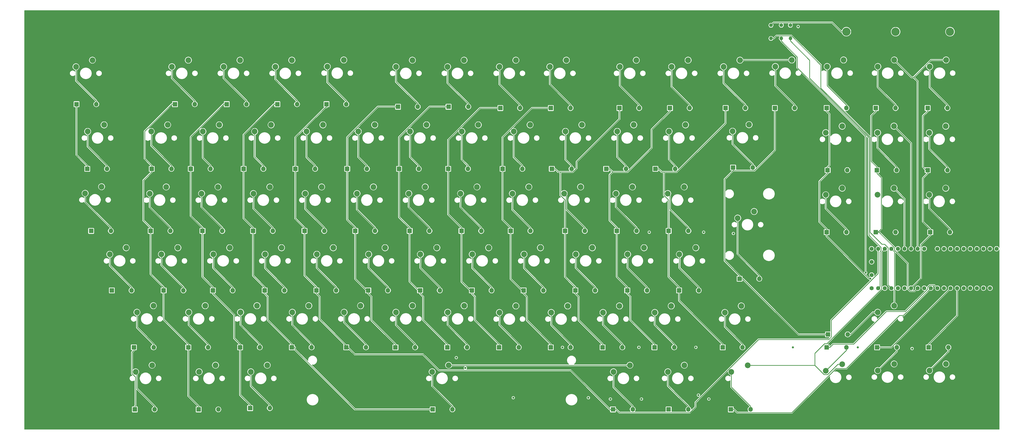
<source format=gbr>
%TF.GenerationSoftware,KiCad,Pcbnew,5.1.6-c6e7f7d~87~ubuntu20.04.1*%
%TF.CreationDate,2020-07-27T11:14:59+02:00*%
%TF.ProjectId,Keyboard-ISO,4b657962-6f61-4726-942d-49534f2e6b69,rev?*%
%TF.SameCoordinates,Original*%
%TF.FileFunction,Copper,L2,Bot*%
%TF.FilePolarity,Positive*%
%FSLAX46Y46*%
G04 Gerber Fmt 4.6, Leading zero omitted, Abs format (unit mm)*
G04 Created by KiCad (PCBNEW 5.1.6-c6e7f7d~87~ubuntu20.04.1) date 2020-07-27 11:14:59*
%MOMM*%
%LPD*%
G01*
G04 APERTURE LIST*
%TA.AperFunction,ComponentPad*%
%ADD10R,1.800000X1.800000*%
%TD*%
%TA.AperFunction,ComponentPad*%
%ADD11O,1.800000X1.800000*%
%TD*%
%TA.AperFunction,ComponentPad*%
%ADD12C,2.200000*%
%TD*%
%TA.AperFunction,ComponentPad*%
%ADD13O,3.200000X3.200000*%
%TD*%
%TA.AperFunction,ComponentPad*%
%ADD14R,3.200000X3.200000*%
%TD*%
%TA.AperFunction,ComponentPad*%
%ADD15C,9.000000*%
%TD*%
%TA.AperFunction,ComponentPad*%
%ADD16C,1.400000*%
%TD*%
%TA.AperFunction,ComponentPad*%
%ADD17O,1.400000X1.400000*%
%TD*%
%TA.AperFunction,ComponentPad*%
%ADD18C,1.600000*%
%TD*%
%TA.AperFunction,ComponentPad*%
%ADD19R,1.600000X1.600000*%
%TD*%
%TA.AperFunction,ViaPad*%
%ADD20C,0.800000*%
%TD*%
%TA.AperFunction,Conductor*%
%ADD21C,0.250000*%
%TD*%
%TA.AperFunction,Conductor*%
%ADD22C,0.200000*%
%TD*%
G04 APERTURE END LIST*
D10*
%TO.P,D4,1*%
%TO.N,COL1*%
X45380000Y-97500000D03*
D11*
%TO.P,D4,2*%
%TO.N,Net-(D4-Pad2)*%
X53000000Y-97500000D03*
%TD*%
D10*
%TO.P,D5,1*%
%TO.N,COL2*%
X83380000Y-97500000D03*
D11*
%TO.P,D5,2*%
%TO.N,Net-(D5-Pad2)*%
X91000000Y-97500000D03*
%TD*%
%TO.P,D6,2*%
%TO.N,Net-(D6-Pad2)*%
X111000000Y-97500000D03*
D10*
%TO.P,D6,1*%
%TO.N,COL3*%
X103380000Y-97500000D03*
%TD*%
%TO.P,D7,1*%
%TO.N,COL4*%
X122880000Y-97500000D03*
D11*
%TO.P,D7,2*%
%TO.N,Net-(D7-Pad2)*%
X130500000Y-97500000D03*
%TD*%
%TO.P,D8,2*%
%TO.N,Net-(D8-Pad2)*%
X149500000Y-97500000D03*
D10*
%TO.P,D8,1*%
%TO.N,COL5*%
X141880000Y-97500000D03*
%TD*%
%TO.P,D9,1*%
%TO.N,COL6*%
X169500000Y-98500000D03*
D11*
%TO.P,D9,2*%
%TO.N,Net-(D9-Pad2)*%
X177120000Y-98500000D03*
%TD*%
D10*
%TO.P,D10,1*%
%TO.N,COL7*%
X189000000Y-98500000D03*
D11*
%TO.P,D10,2*%
%TO.N,Net-(D10-Pad2)*%
X196620000Y-98500000D03*
%TD*%
%TO.P,D11,2*%
%TO.N,Net-(D11-Pad2)*%
X216620000Y-99000000D03*
D10*
%TO.P,D11,1*%
%TO.N,COL8*%
X209000000Y-99000000D03*
%TD*%
%TO.P,D12,1*%
%TO.N,COL9*%
X228500000Y-99000000D03*
D11*
%TO.P,D12,2*%
%TO.N,Net-(D12-Pad2)*%
X236120000Y-99000000D03*
%TD*%
%TO.P,D13,2*%
%TO.N,Net-(D13-Pad2)*%
X262620000Y-99000000D03*
D10*
%TO.P,D13,1*%
%TO.N,COL10*%
X255000000Y-99000000D03*
%TD*%
D11*
%TO.P,D14,2*%
%TO.N,Net-(D14-Pad2)*%
X282120000Y-99000000D03*
D10*
%TO.P,D14,1*%
%TO.N,COL11*%
X274500000Y-99000000D03*
%TD*%
D11*
%TO.P,D15,2*%
%TO.N,Net-(D15-Pad2)*%
X303620000Y-99000000D03*
D10*
%TO.P,D15,1*%
%TO.N,COL12*%
X296000000Y-99000000D03*
%TD*%
D11*
%TO.P,D16,2*%
%TO.N,Net-(D16-Pad2)*%
X322620000Y-99000000D03*
D10*
%TO.P,D16,1*%
%TO.N,COL13*%
X315000000Y-99000000D03*
%TD*%
%TO.P,D17,1*%
%TO.N,COL14*%
X335000000Y-99000000D03*
D11*
%TO.P,D17,2*%
%TO.N,Net-(D17-Pad2)*%
X342620000Y-99000000D03*
%TD*%
%TO.P,D18,2*%
%TO.N,Net-(D18-Pad2)*%
X361620000Y-99000000D03*
D10*
%TO.P,D18,1*%
%TO.N,COL15*%
X354000000Y-99000000D03*
%TD*%
%TO.P,D19,1*%
%TO.N,COL16*%
X374000000Y-99000000D03*
D11*
%TO.P,D19,2*%
%TO.N,Net-(D19-Pad2)*%
X381620000Y-99000000D03*
%TD*%
%TO.P,D20,2*%
%TO.N,Net-(D20-Pad2)*%
X57120000Y-122500000D03*
D10*
%TO.P,D20,1*%
%TO.N,COL1*%
X49500000Y-122500000D03*
%TD*%
D11*
%TO.P,D21,2*%
%TO.N,Net-(D21-Pad2)*%
X82000000Y-122500000D03*
D10*
%TO.P,D21,1*%
%TO.N,COL2*%
X74380000Y-122500000D03*
%TD*%
D11*
%TO.P,D22,2*%
%TO.N,Net-(D22-Pad2)*%
X97120000Y-122500000D03*
D10*
%TO.P,D22,1*%
%TO.N,COL3*%
X89500000Y-122500000D03*
%TD*%
%TO.P,D23,1*%
%TO.N,COL4*%
X109880000Y-122500000D03*
D11*
%TO.P,D23,2*%
%TO.N,Net-(D23-Pad2)*%
X117500000Y-122500000D03*
%TD*%
%TO.P,D24,2*%
%TO.N,Net-(D24-Pad2)*%
X137500000Y-122500000D03*
D10*
%TO.P,D24,1*%
%TO.N,COL5*%
X129880000Y-122500000D03*
%TD*%
%TO.P,D25,1*%
%TO.N,COL6*%
X149880000Y-122500000D03*
D11*
%TO.P,D25,2*%
%TO.N,Net-(D25-Pad2)*%
X157500000Y-122500000D03*
%TD*%
D10*
%TO.P,D26,1*%
%TO.N,COL7*%
X169880000Y-122500000D03*
D11*
%TO.P,D26,2*%
%TO.N,Net-(D26-Pad2)*%
X177500000Y-122500000D03*
%TD*%
D10*
%TO.P,D27,1*%
%TO.N,COL8*%
X188880000Y-122500000D03*
D11*
%TO.P,D27,2*%
%TO.N,Net-(D27-Pad2)*%
X196500000Y-122500000D03*
%TD*%
D10*
%TO.P,D28,1*%
%TO.N,COL9*%
X209880000Y-122500000D03*
D11*
%TO.P,D28,2*%
%TO.N,Net-(D28-Pad2)*%
X217500000Y-122500000D03*
%TD*%
%TO.P,D29,2*%
%TO.N,Net-(D29-Pad2)*%
X236500000Y-122500000D03*
D10*
%TO.P,D29,1*%
%TO.N,COL10*%
X228880000Y-122500000D03*
%TD*%
%TO.P,D30,1*%
%TO.N,COL11*%
X249880000Y-122500000D03*
D11*
%TO.P,D30,2*%
%TO.N,Net-(D30-Pad2)*%
X257500000Y-122500000D03*
%TD*%
D10*
%TO.P,D31,1*%
%TO.N,COL12*%
X268880000Y-122500000D03*
D11*
%TO.P,D31,2*%
%TO.N,Net-(D31-Pad2)*%
X276500000Y-122500000D03*
%TD*%
%TO.P,D32,2*%
%TO.N,Net-(D32-Pad2)*%
X306500000Y-122000000D03*
D10*
%TO.P,D32,1*%
%TO.N,COL13*%
X298880000Y-122000000D03*
%TD*%
D11*
%TO.P,D33,2*%
%TO.N,Net-(D33-Pad2)*%
X343000000Y-123000000D03*
D10*
%TO.P,D33,1*%
%TO.N,COL14*%
X335380000Y-123000000D03*
%TD*%
D11*
%TO.P,D34,2*%
%TO.N,Net-(D34-Pad2)*%
X362000000Y-123000000D03*
D10*
%TO.P,D34,1*%
%TO.N,COL15*%
X354380000Y-123000000D03*
%TD*%
%TO.P,D35,1*%
%TO.N,COL16*%
X374000000Y-123000000D03*
D11*
%TO.P,D35,2*%
%TO.N,Net-(D35-Pad2)*%
X381620000Y-123000000D03*
%TD*%
D10*
%TO.P,D36,1*%
%TO.N,COL1*%
X51000000Y-146500000D03*
D11*
%TO.P,D36,2*%
%TO.N,Net-(D36-Pad2)*%
X58620000Y-146500000D03*
%TD*%
%TO.P,D37,2*%
%TO.N,Net-(D37-Pad2)*%
X81620000Y-146500000D03*
D10*
%TO.P,D37,1*%
%TO.N,COL2*%
X74000000Y-146500000D03*
%TD*%
D11*
%TO.P,D38,2*%
%TO.N,Net-(D38-Pad2)*%
X101620000Y-146500000D03*
D10*
%TO.P,D38,1*%
%TO.N,COL3*%
X94000000Y-146500000D03*
%TD*%
D11*
%TO.P,D39,2*%
%TO.N,Net-(D39-Pad2)*%
X121120000Y-146500000D03*
D10*
%TO.P,D39,1*%
%TO.N,COL4*%
X113500000Y-146500000D03*
%TD*%
D11*
%TO.P,D40,2*%
%TO.N,Net-(D40-Pad2)*%
X141000000Y-146500000D03*
D10*
%TO.P,D40,1*%
%TO.N,COL5*%
X133380000Y-146500000D03*
%TD*%
D11*
%TO.P,D41,2*%
%TO.N,Net-(D41-Pad2)*%
X160620000Y-146500000D03*
D10*
%TO.P,D41,1*%
%TO.N,COL6*%
X153000000Y-146500000D03*
%TD*%
%TO.P,D42,1*%
%TO.N,COL7*%
X174000000Y-146500000D03*
D11*
%TO.P,D42,2*%
%TO.N,Net-(D42-Pad2)*%
X181620000Y-146500000D03*
%TD*%
D10*
%TO.P,D43,1*%
%TO.N,COL8*%
X194000000Y-146500000D03*
D11*
%TO.P,D43,2*%
%TO.N,Net-(D43-Pad2)*%
X201620000Y-146500000D03*
%TD*%
D10*
%TO.P,D44,1*%
%TO.N,COL9*%
X213000000Y-146500000D03*
D11*
%TO.P,D44,2*%
%TO.N,Net-(D44-Pad2)*%
X220620000Y-146500000D03*
%TD*%
D10*
%TO.P,D45,1*%
%TO.N,COL10*%
X234000000Y-146500000D03*
D11*
%TO.P,D45,2*%
%TO.N,Net-(D45-Pad2)*%
X241620000Y-146500000D03*
%TD*%
D10*
%TO.P,D46,1*%
%TO.N,COL11*%
X254000000Y-146500000D03*
D11*
%TO.P,D46,2*%
%TO.N,Net-(D46-Pad2)*%
X261620000Y-146500000D03*
%TD*%
D10*
%TO.P,D47,1*%
%TO.N,COL12*%
X274000000Y-146500000D03*
D11*
%TO.P,D47,2*%
%TO.N,Net-(D47-Pad2)*%
X281620000Y-146500000D03*
%TD*%
%TO.P,D48,2*%
%TO.N,Net-(D48-Pad2)*%
X309000000Y-165000000D03*
D10*
%TO.P,D48,1*%
%TO.N,COL13*%
X301380000Y-165000000D03*
%TD*%
%TO.P,D49,1*%
%TO.N,COL14*%
X335000000Y-147000000D03*
D11*
%TO.P,D49,2*%
%TO.N,Net-(D49-Pad2)*%
X342620000Y-147000000D03*
%TD*%
%TO.P,D50,2*%
%TO.N,Net-(D50-Pad2)*%
X361620000Y-147000000D03*
D10*
%TO.P,D50,1*%
%TO.N,COL15*%
X354000000Y-147000000D03*
%TD*%
D11*
%TO.P,D51,2*%
%TO.N,Net-(D51-Pad2)*%
X382620000Y-147000000D03*
D10*
%TO.P,D51,1*%
%TO.N,COL16*%
X375000000Y-147000000D03*
%TD*%
D11*
%TO.P,D52,2*%
%TO.N,Net-(D52-Pad2)*%
X66620000Y-169500000D03*
D10*
%TO.P,D52,1*%
%TO.N,COL1*%
X59000000Y-169500000D03*
%TD*%
D11*
%TO.P,D53,2*%
%TO.N,Net-(D53-Pad2)*%
X86620000Y-169500000D03*
D10*
%TO.P,D53,1*%
%TO.N,COL2*%
X79000000Y-169500000D03*
%TD*%
%TO.P,D54,1*%
%TO.N,COL3*%
X98000000Y-169500000D03*
D11*
%TO.P,D54,2*%
%TO.N,Net-(D54-Pad2)*%
X105620000Y-169500000D03*
%TD*%
D10*
%TO.P,D55,1*%
%TO.N,COL4*%
X118000000Y-169500000D03*
D11*
%TO.P,D55,2*%
%TO.N,Net-(D55-Pad2)*%
X125620000Y-169500000D03*
%TD*%
%TO.P,D56,2*%
%TO.N,Net-(D56-Pad2)*%
X145620000Y-169500000D03*
D10*
%TO.P,D56,1*%
%TO.N,COL5*%
X138000000Y-169500000D03*
%TD*%
D11*
%TO.P,D57,2*%
%TO.N,Net-(D57-Pad2)*%
X165620000Y-169500000D03*
D10*
%TO.P,D57,1*%
%TO.N,COL6*%
X158000000Y-169500000D03*
%TD*%
D11*
%TO.P,D58,2*%
%TO.N,Net-(D58-Pad2)*%
X185620000Y-169500000D03*
D10*
%TO.P,D58,1*%
%TO.N,COL7*%
X178000000Y-169500000D03*
%TD*%
D11*
%TO.P,D59,2*%
%TO.N,Net-(D59-Pad2)*%
X205620000Y-169500000D03*
D10*
%TO.P,D59,1*%
%TO.N,COL8*%
X198000000Y-169500000D03*
%TD*%
%TO.P,D60,1*%
%TO.N,COL9*%
X218000000Y-169500000D03*
D11*
%TO.P,D60,2*%
%TO.N,Net-(D60-Pad2)*%
X225620000Y-169500000D03*
%TD*%
D10*
%TO.P,D65,1*%
%TO.N,COL2*%
X88500000Y-191500000D03*
D11*
%TO.P,D65,2*%
%TO.N,Net-(D65-Pad2)*%
X96120000Y-191500000D03*
%TD*%
%TO.P,D66,2*%
%TO.N,Net-(D66-Pad2)*%
X116120000Y-191500000D03*
D10*
%TO.P,D66,1*%
%TO.N,COL3*%
X108500000Y-191500000D03*
%TD*%
%TO.P,D67,1*%
%TO.N,COL4*%
X128500000Y-191500000D03*
D11*
%TO.P,D67,2*%
%TO.N,Net-(D67-Pad2)*%
X136120000Y-191500000D03*
%TD*%
D10*
%TO.P,D68,1*%
%TO.N,COL5*%
X149500000Y-191500000D03*
D11*
%TO.P,D68,2*%
%TO.N,Net-(D68-Pad2)*%
X157120000Y-191500000D03*
%TD*%
%TO.P,D69,2*%
%TO.N,Net-(D69-Pad2)*%
X176120000Y-191500000D03*
D10*
%TO.P,D69,1*%
%TO.N,COL6*%
X168500000Y-191500000D03*
%TD*%
D11*
%TO.P,D70,2*%
%TO.N,Net-(D70-Pad2)*%
X196120000Y-191500000D03*
D10*
%TO.P,D70,1*%
%TO.N,COL7*%
X188500000Y-191500000D03*
%TD*%
D11*
%TO.P,D71,2*%
%TO.N,Net-(D71-Pad2)*%
X216120000Y-191500000D03*
D10*
%TO.P,D71,1*%
%TO.N,COL8*%
X208500000Y-191500000D03*
%TD*%
%TO.P,D72,1*%
%TO.N,COL9*%
X228500000Y-191500000D03*
D11*
%TO.P,D72,2*%
%TO.N,Net-(D72-Pad2)*%
X236120000Y-191500000D03*
%TD*%
D10*
%TO.P,D73,1*%
%TO.N,COL10*%
X248500000Y-191500000D03*
D11*
%TO.P,D73,2*%
%TO.N,Net-(D73-Pad2)*%
X256120000Y-191500000D03*
%TD*%
D10*
%TO.P,D74,1*%
%TO.N,COL11*%
X268500000Y-191500000D03*
D11*
%TO.P,D74,2*%
%TO.N,Net-(D74-Pad2)*%
X276120000Y-191500000D03*
%TD*%
D10*
%TO.P,D75,1*%
%TO.N,COL12*%
X294880000Y-191500000D03*
D11*
%TO.P,D75,2*%
%TO.N,Net-(D75-Pad2)*%
X302500000Y-191500000D03*
%TD*%
%TO.P,D76,2*%
%TO.N,Net-(D76-Pad2)*%
X343120000Y-186500000D03*
D10*
%TO.P,D76,1*%
%TO.N,COL13*%
X335500000Y-186500000D03*
%TD*%
D11*
%TO.P,D77,2*%
%TO.N,Net-(D77-Pad2)*%
X75500000Y-215500000D03*
D10*
%TO.P,D77,1*%
%TO.N,COL1*%
X67880000Y-215500000D03*
%TD*%
%TO.P,D81,1*%
%TO.N,COL5*%
X252500000Y-215500000D03*
D11*
%TO.P,D81,2*%
%TO.N,Net-(D81-Pad2)*%
X260120000Y-215500000D03*
%TD*%
D10*
%TO.P,D82,1*%
%TO.N,COL6*%
X274000000Y-215500000D03*
D11*
%TO.P,D82,2*%
%TO.N,Net-(D82-Pad2)*%
X281620000Y-215500000D03*
%TD*%
%TO.P,D83,2*%
%TO.N,Net-(D83-Pad2)*%
X305620000Y-215500000D03*
D10*
%TO.P,D83,1*%
%TO.N,COL7*%
X298000000Y-215500000D03*
%TD*%
D11*
%TO.P,D84,2*%
%TO.N,Net-(D84-Pad2)*%
X342620000Y-191500000D03*
D10*
%TO.P,D84,1*%
%TO.N,COL8*%
X335000000Y-191500000D03*
%TD*%
D11*
%TO.P,D85,2*%
%TO.N,Net-(D85-Pad2)*%
X362120000Y-191500000D03*
D10*
%TO.P,D85,1*%
%TO.N,COL9*%
X354500000Y-191500000D03*
%TD*%
%TO.P,D86,1*%
%TO.N,COL10*%
X374380000Y-191500000D03*
D11*
%TO.P,D86,2*%
%TO.N,Net-(D86-Pad2)*%
X382000000Y-191500000D03*
%TD*%
D12*
%TO.P,SW1,1*%
%TO.N,ROW1*%
X51500000Y-80500000D03*
%TO.P,SW1,2*%
%TO.N,Net-(D4-Pad2)*%
X45150000Y-83040000D03*
%TD*%
%TO.P,SW2,2*%
%TO.N,Net-(D5-Pad2)*%
X82190000Y-83040000D03*
%TO.P,SW2,1*%
%TO.N,ROW1*%
X88540000Y-80500000D03*
%TD*%
%TO.P,SW3,1*%
%TO.N,ROW1*%
X108500000Y-80500000D03*
%TO.P,SW3,2*%
%TO.N,Net-(D6-Pad2)*%
X102150000Y-83040000D03*
%TD*%
%TO.P,SW4,1*%
%TO.N,ROW1*%
X128500000Y-80500000D03*
%TO.P,SW4,2*%
%TO.N,Net-(D7-Pad2)*%
X122150000Y-83040000D03*
%TD*%
%TO.P,SW5,2*%
%TO.N,Net-(D8-Pad2)*%
X142190000Y-82960000D03*
%TO.P,SW5,1*%
%TO.N,ROW1*%
X148540000Y-80420000D03*
%TD*%
%TO.P,SW6,1*%
%TO.N,ROW1*%
X175040000Y-80500000D03*
%TO.P,SW6,2*%
%TO.N,Net-(D9-Pad2)*%
X168690000Y-83040000D03*
%TD*%
%TO.P,SW7,2*%
%TO.N,Net-(D10-Pad2)*%
X188650000Y-83040000D03*
%TO.P,SW7,1*%
%TO.N,ROW1*%
X195000000Y-80500000D03*
%TD*%
%TO.P,SW8,1*%
%TO.N,ROW1*%
X215000000Y-80500000D03*
%TO.P,SW8,2*%
%TO.N,Net-(D11-Pad2)*%
X208650000Y-83040000D03*
%TD*%
%TO.P,SW9,2*%
%TO.N,Net-(D12-Pad2)*%
X228150000Y-83040000D03*
%TO.P,SW9,1*%
%TO.N,ROW1*%
X234500000Y-80500000D03*
%TD*%
%TO.P,SW10,2*%
%TO.N,Net-(D13-Pad2)*%
X255150000Y-83040000D03*
%TO.P,SW10,1*%
%TO.N,ROW1*%
X261500000Y-80500000D03*
%TD*%
%TO.P,SW11,1*%
%TO.N,ROW1*%
X281500000Y-80500000D03*
%TO.P,SW11,2*%
%TO.N,Net-(D14-Pad2)*%
X275150000Y-83040000D03*
%TD*%
%TO.P,SW12,2*%
%TO.N,Net-(D15-Pad2)*%
X295190000Y-83040000D03*
%TO.P,SW12,1*%
%TO.N,ROW1*%
X301540000Y-80500000D03*
%TD*%
%TO.P,SW13,1*%
%TO.N,ROW1*%
X321540000Y-80420000D03*
%TO.P,SW13,2*%
%TO.N,Net-(D16-Pad2)*%
X315190000Y-82960000D03*
%TD*%
%TO.P,SW14,1*%
%TO.N,ROW1*%
X341540000Y-80420000D03*
%TO.P,SW14,2*%
%TO.N,Net-(D17-Pad2)*%
X335190000Y-82960000D03*
%TD*%
%TO.P,SW15,2*%
%TO.N,Net-(D18-Pad2)*%
X354770000Y-82960000D03*
%TO.P,SW15,1*%
%TO.N,ROW1*%
X361120000Y-80420000D03*
%TD*%
%TO.P,SW16,1*%
%TO.N,ROW1*%
X381120000Y-80420000D03*
%TO.P,SW16,2*%
%TO.N,Net-(D19-Pad2)*%
X374770000Y-82960000D03*
%TD*%
%TO.P,SW19,2*%
%TO.N,Net-(D22-Pad2)*%
X94150000Y-108040000D03*
%TO.P,SW19,1*%
%TO.N,ROW2*%
X100500000Y-105500000D03*
%TD*%
%TO.P,SW20,2*%
%TO.N,Net-(D23-Pad2)*%
X114150000Y-108040000D03*
%TO.P,SW20,1*%
%TO.N,ROW2*%
X120500000Y-105500000D03*
%TD*%
%TO.P,SW21,2*%
%TO.N,Net-(D24-Pad2)*%
X134150000Y-108040000D03*
%TO.P,SW21,1*%
%TO.N,ROW2*%
X140500000Y-105500000D03*
%TD*%
%TO.P,SW22,1*%
%TO.N,ROW2*%
X160500000Y-105500000D03*
%TO.P,SW22,2*%
%TO.N,Net-(D25-Pad2)*%
X154150000Y-108040000D03*
%TD*%
%TO.P,SW23,2*%
%TO.N,Net-(D26-Pad2)*%
X174150000Y-108040000D03*
%TO.P,SW23,1*%
%TO.N,ROW2*%
X180500000Y-105500000D03*
%TD*%
%TO.P,SW24,1*%
%TO.N,ROW2*%
X200500000Y-105500000D03*
%TO.P,SW24,2*%
%TO.N,Net-(D27-Pad2)*%
X194150000Y-108040000D03*
%TD*%
%TO.P,SW25,2*%
%TO.N,Net-(D28-Pad2)*%
X214150000Y-108040000D03*
%TO.P,SW25,1*%
%TO.N,ROW2*%
X220500000Y-105500000D03*
%TD*%
%TO.P,SW26,1*%
%TO.N,ROW2*%
X240500000Y-105500000D03*
%TO.P,SW26,2*%
%TO.N,Net-(D29-Pad2)*%
X234150000Y-108040000D03*
%TD*%
%TO.P,SW27,2*%
%TO.N,Net-(D30-Pad2)*%
X254150000Y-108040000D03*
%TO.P,SW27,1*%
%TO.N,ROW2*%
X260500000Y-105500000D03*
%TD*%
%TO.P,SW28,1*%
%TO.N,ROW2*%
X280500000Y-105500000D03*
%TO.P,SW28,2*%
%TO.N,Net-(D31-Pad2)*%
X274150000Y-108040000D03*
%TD*%
%TO.P,SW31,1*%
%TO.N,ROW2*%
X361000000Y-106000000D03*
%TO.P,SW31,2*%
%TO.N,Net-(D34-Pad2)*%
X354650000Y-108540000D03*
%TD*%
%TO.P,SW32,2*%
%TO.N,Net-(D35-Pad2)*%
X374650000Y-108540000D03*
%TO.P,SW32,1*%
%TO.N,ROW2*%
X381000000Y-106000000D03*
%TD*%
%TO.P,SW35,1*%
%TO.N,ROW3*%
X100000000Y-129500000D03*
%TO.P,SW35,2*%
%TO.N,Net-(D38-Pad2)*%
X93650000Y-132040000D03*
%TD*%
%TO.P,SW36,1*%
%TO.N,ROW3*%
X120000000Y-129500000D03*
%TO.P,SW36,2*%
%TO.N,Net-(D39-Pad2)*%
X113650000Y-132040000D03*
%TD*%
%TO.P,SW37,2*%
%TO.N,Net-(D40-Pad2)*%
X133650000Y-132040000D03*
%TO.P,SW37,1*%
%TO.N,ROW3*%
X140000000Y-129500000D03*
%TD*%
%TO.P,SW38,1*%
%TO.N,ROW3*%
X160000000Y-129500000D03*
%TO.P,SW38,2*%
%TO.N,Net-(D41-Pad2)*%
X153650000Y-132040000D03*
%TD*%
%TO.P,SW39,2*%
%TO.N,Net-(D42-Pad2)*%
X173650000Y-132040000D03*
%TO.P,SW39,1*%
%TO.N,ROW3*%
X180000000Y-129500000D03*
%TD*%
%TO.P,SW40,1*%
%TO.N,ROW3*%
X200000000Y-129500000D03*
%TO.P,SW40,2*%
%TO.N,Net-(D43-Pad2)*%
X193650000Y-132040000D03*
%TD*%
%TO.P,SW41,2*%
%TO.N,Net-(D44-Pad2)*%
X213650000Y-132040000D03*
%TO.P,SW41,1*%
%TO.N,ROW3*%
X220000000Y-129500000D03*
%TD*%
%TO.P,SW42,2*%
%TO.N,Net-(D45-Pad2)*%
X233650000Y-132040000D03*
%TO.P,SW42,1*%
%TO.N,ROW3*%
X240000000Y-129500000D03*
%TD*%
%TO.P,SW43,1*%
%TO.N,ROW3*%
X260000000Y-129500000D03*
%TO.P,SW43,2*%
%TO.N,Net-(D46-Pad2)*%
X253650000Y-132040000D03*
%TD*%
%TO.P,SW44,2*%
%TO.N,Net-(D47-Pad2)*%
X273650000Y-132040000D03*
%TO.P,SW44,1*%
%TO.N,ROW3*%
X280000000Y-129500000D03*
%TD*%
%TO.P,SW46,1*%
%TO.N,ROW3*%
X341000000Y-130000000D03*
%TO.P,SW46,2*%
%TO.N,Net-(D49-Pad2)*%
X334650000Y-132540000D03*
%TD*%
%TO.P,SW47,2*%
%TO.N,Net-(D50-Pad2)*%
X354650000Y-132540000D03*
%TO.P,SW47,1*%
%TO.N,ROW3*%
X361000000Y-130000000D03*
%TD*%
%TO.P,SW48,1*%
%TO.N,ROW3*%
X381000000Y-130000000D03*
%TO.P,SW48,2*%
%TO.N,Net-(D51-Pad2)*%
X374650000Y-132540000D03*
%TD*%
%TO.P,SW49,2*%
%TO.N,Net-(D52-Pad2)*%
X58190000Y-155540000D03*
%TO.P,SW49,1*%
%TO.N,ROW4*%
X64540000Y-153000000D03*
%TD*%
%TO.P,SW50,2*%
%TO.N,Net-(D53-Pad2)*%
X78150000Y-155540000D03*
%TO.P,SW50,1*%
%TO.N,ROW4*%
X84500000Y-153000000D03*
%TD*%
%TO.P,SW51,2*%
%TO.N,Net-(D54-Pad2)*%
X98150000Y-155540000D03*
%TO.P,SW51,1*%
%TO.N,ROW4*%
X104500000Y-153000000D03*
%TD*%
%TO.P,SW52,2*%
%TO.N,Net-(D55-Pad2)*%
X118150000Y-155540000D03*
%TO.P,SW52,1*%
%TO.N,ROW4*%
X124500000Y-153000000D03*
%TD*%
%TO.P,SW53,1*%
%TO.N,ROW4*%
X144500000Y-153000000D03*
%TO.P,SW53,2*%
%TO.N,Net-(D56-Pad2)*%
X138150000Y-155540000D03*
%TD*%
%TO.P,SW54,2*%
%TO.N,Net-(D57-Pad2)*%
X158150000Y-155540000D03*
%TO.P,SW54,1*%
%TO.N,ROW4*%
X164500000Y-153000000D03*
%TD*%
%TO.P,SW55,1*%
%TO.N,ROW4*%
X184500000Y-153000000D03*
%TO.P,SW55,2*%
%TO.N,Net-(D58-Pad2)*%
X178150000Y-155540000D03*
%TD*%
%TO.P,SW56,2*%
%TO.N,Net-(D59-Pad2)*%
X198150000Y-155540000D03*
%TO.P,SW56,1*%
%TO.N,ROW4*%
X204500000Y-153000000D03*
%TD*%
%TO.P,SW57,1*%
%TO.N,ROW4*%
X224500000Y-153000000D03*
%TO.P,SW57,2*%
%TO.N,Net-(D60-Pad2)*%
X218150000Y-155540000D03*
%TD*%
%TO.P,SW58,1*%
%TO.N,ROW4*%
X244500000Y-153000000D03*
%TO.P,SW58,2*%
%TO.N,Net-(D61-Pad2)*%
X238150000Y-155540000D03*
%TD*%
%TO.P,SW59,2*%
%TO.N,Net-(D62-Pad2)*%
X258150000Y-155540000D03*
%TO.P,SW59,1*%
%TO.N,ROW4*%
X264500000Y-153000000D03*
%TD*%
%TO.P,SW60,1*%
%TO.N,ROW4*%
X284500000Y-153000000D03*
%TO.P,SW60,2*%
%TO.N,Net-(D63-Pad2)*%
X278150000Y-155540000D03*
%TD*%
%TO.P,SW65,1*%
%TO.N,ROW5*%
X155040000Y-175420000D03*
%TO.P,SW65,2*%
%TO.N,Net-(D68-Pad2)*%
X148690000Y-177960000D03*
%TD*%
%TO.P,SW66,2*%
%TO.N,Net-(D69-Pad2)*%
X168690000Y-177960000D03*
%TO.P,SW66,1*%
%TO.N,ROW5*%
X175040000Y-175420000D03*
%TD*%
%TO.P,SW67,2*%
%TO.N,Net-(D70-Pad2)*%
X188690000Y-177960000D03*
%TO.P,SW67,1*%
%TO.N,ROW5*%
X195040000Y-175420000D03*
%TD*%
%TO.P,SW68,1*%
%TO.N,ROW5*%
X215000000Y-175500000D03*
%TO.P,SW68,2*%
%TO.N,Net-(D71-Pad2)*%
X208650000Y-178040000D03*
%TD*%
%TO.P,SW69,2*%
%TO.N,Net-(D72-Pad2)*%
X228650000Y-178040000D03*
%TO.P,SW69,1*%
%TO.N,ROW5*%
X235000000Y-175500000D03*
%TD*%
%TO.P,SW70,2*%
%TO.N,Net-(D73-Pad2)*%
X248650000Y-178040000D03*
%TO.P,SW70,1*%
%TO.N,ROW5*%
X255000000Y-175500000D03*
%TD*%
%TO.P,SW71,2*%
%TO.N,Net-(D74-Pad2)*%
X268650000Y-178040000D03*
%TO.P,SW71,1*%
%TO.N,ROW5*%
X275000000Y-175500000D03*
%TD*%
%TO.P,SW76,1*%
%TO.N,ROW6*%
X119000000Y-198420000D03*
%TO.P,SW76,2*%
%TO.N,Net-(D79-Pad2)*%
X112650000Y-200960000D03*
%TD*%
%TO.P,SW82,2*%
%TO.N,Net-(D85-Pad2)*%
X354690000Y-200460000D03*
%TO.P,SW82,1*%
%TO.N,ROW6*%
X361040000Y-197920000D03*
%TD*%
%TO.P,SW83,2*%
%TO.N,Net-(D86-Pad2)*%
X374690000Y-200460000D03*
%TO.P,SW83,1*%
%TO.N,ROW6*%
X381040000Y-197920000D03*
%TD*%
D11*
%TO.P,D61,2*%
%TO.N,Net-(D61-Pad2)*%
X245620000Y-169500000D03*
D10*
%TO.P,D61,1*%
%TO.N,COL10*%
X238000000Y-169500000D03*
%TD*%
%TO.P,D62,1*%
%TO.N,COL11*%
X258000000Y-169500000D03*
D11*
%TO.P,D62,2*%
%TO.N,Net-(D62-Pad2)*%
X265620000Y-169500000D03*
%TD*%
D10*
%TO.P,D63,1*%
%TO.N,COL12*%
X278000000Y-169500000D03*
D11*
%TO.P,D63,2*%
%TO.N,Net-(D63-Pad2)*%
X285620000Y-169500000D03*
%TD*%
D10*
%TO.P,D64,1*%
%TO.N,COL1*%
X67500000Y-191500000D03*
D11*
%TO.P,D64,2*%
%TO.N,Net-(D64-Pad2)*%
X75120000Y-191500000D03*
%TD*%
D10*
%TO.P,D78,1*%
%TO.N,COL2*%
X92500000Y-215500000D03*
D11*
%TO.P,D78,2*%
%TO.N,Net-(D78-Pad2)*%
X100120000Y-215500000D03*
%TD*%
%TO.P,D79,2*%
%TO.N,Net-(D79-Pad2)*%
X120000000Y-215000000D03*
D10*
%TO.P,D79,1*%
%TO.N,COL3*%
X112380000Y-215000000D03*
%TD*%
D11*
%TO.P,D80,2*%
%TO.N,Net-(D80-Pad2)*%
X190500000Y-215500000D03*
D10*
%TO.P,D80,1*%
%TO.N,COL4*%
X182880000Y-215500000D03*
%TD*%
D12*
%TO.P,SW61,2*%
%TO.N,Net-(D64-Pad2)*%
X68690000Y-177960000D03*
%TO.P,SW61,1*%
%TO.N,ROW5*%
X75040000Y-175420000D03*
%TD*%
%TO.P,SW62,1*%
%TO.N,ROW5*%
X95040000Y-175420000D03*
%TO.P,SW62,2*%
%TO.N,Net-(D65-Pad2)*%
X88690000Y-177960000D03*
%TD*%
%TO.P,SW63,2*%
%TO.N,Net-(D66-Pad2)*%
X108690000Y-177960000D03*
%TO.P,SW63,1*%
%TO.N,ROW5*%
X115040000Y-175420000D03*
%TD*%
%TO.P,SW64,1*%
%TO.N,ROW5*%
X135040000Y-175420000D03*
%TO.P,SW64,2*%
%TO.N,Net-(D67-Pad2)*%
X128690000Y-177960000D03*
%TD*%
%TO.P,SW79,1*%
%TO.N,ROW6*%
X280040000Y-198420000D03*
%TO.P,SW79,2*%
%TO.N,Net-(D82-Pad2)*%
X273690000Y-200960000D03*
%TD*%
D13*
%TO.P,D1,2*%
%TO.N,Net-(D1-Pad2)*%
X342620000Y-69500000D03*
D14*
%TO.P,D1,1*%
%TO.N,GND*%
X335000000Y-69500000D03*
%TD*%
%TO.P,D2,1*%
%TO.N,GND*%
X354000000Y-69500000D03*
D13*
%TO.P,D2,2*%
%TO.N,Net-(D2-Pad2)*%
X361620000Y-69500000D03*
%TD*%
D14*
%TO.P,D3,1*%
%TO.N,GND*%
X375000000Y-69500000D03*
D13*
%TO.P,D3,2*%
%TO.N,Net-(D3-Pad2)*%
X382620000Y-69500000D03*
%TD*%
D12*
%TO.P,SW45,1*%
%TO.N,ROW3*%
X307000000Y-139000000D03*
%TO.P,SW45,2*%
%TO.N,Net-(D48-Pad2)*%
X300650000Y-141540000D03*
%TD*%
D15*
%TO.P,J3,1*%
%TO.N,GND*%
X32500000Y-68500000D03*
%TD*%
%TO.P,J5,1*%
%TO.N,GND*%
X32500000Y-216500000D03*
%TD*%
%TO.P,J2,1*%
%TO.N,GND*%
X395000000Y-68500000D03*
%TD*%
%TO.P,J4,1*%
%TO.N,GND*%
X395000000Y-216500000D03*
%TD*%
D12*
%TO.P,SW80,1*%
%TO.N,ROW6*%
X304540000Y-198420000D03*
%TO.P,SW80,2*%
%TO.N,Net-(D83-Pad2)*%
X298190000Y-200960000D03*
%TD*%
%TO.P,SW77,1*%
%TO.N,ROW6*%
X189040000Y-198420000D03*
%TO.P,SW77,2*%
%TO.N,Net-(D80-Pad2)*%
X182690000Y-200960000D03*
%TD*%
%TO.P,SW78,1*%
%TO.N,ROW6*%
X259040000Y-198420000D03*
%TO.P,SW78,2*%
%TO.N,Net-(D81-Pad2)*%
X252690000Y-200960000D03*
%TD*%
%TO.P,SW74,1*%
%TO.N,ROW6*%
X74540000Y-198420000D03*
%TO.P,SW74,2*%
%TO.N,Net-(D77-Pad2)*%
X68190000Y-200960000D03*
%TD*%
%TO.P,SW75,1*%
%TO.N,ROW6*%
X99040000Y-198420000D03*
%TO.P,SW75,2*%
%TO.N,Net-(D78-Pad2)*%
X92690000Y-200960000D03*
%TD*%
%TO.P,SW17,1*%
%TO.N,ROW2*%
X56000000Y-105500000D03*
%TO.P,SW17,2*%
%TO.N,Net-(D20-Pad2)*%
X49650000Y-108040000D03*
%TD*%
%TO.P,SW18,1*%
%TO.N,ROW2*%
X80540000Y-105500000D03*
%TO.P,SW18,2*%
%TO.N,Net-(D21-Pad2)*%
X74190000Y-108040000D03*
%TD*%
%TO.P,SW29,2*%
%TO.N,Net-(D32-Pad2)*%
X298690000Y-107960000D03*
%TO.P,SW29,1*%
%TO.N,ROW2*%
X305040000Y-105420000D03*
%TD*%
%TO.P,SW30,1*%
%TO.N,ROW2*%
X341000000Y-106000000D03*
%TO.P,SW30,2*%
%TO.N,Net-(D33-Pad2)*%
X334650000Y-108540000D03*
%TD*%
%TO.P,SW81,1*%
%TO.N,ROW6*%
X341040000Y-198000000D03*
%TO.P,SW81,2*%
%TO.N,Net-(D84-Pad2)*%
X334690000Y-200540000D03*
%TD*%
%TO.P,SW72,1*%
%TO.N,ROW5*%
X302040000Y-175500000D03*
%TO.P,SW72,2*%
%TO.N,Net-(D75-Pad2)*%
X295690000Y-178040000D03*
%TD*%
%TO.P,SW33,1*%
%TO.N,ROW3*%
X55040000Y-129420000D03*
%TO.P,SW33,2*%
%TO.N,Net-(D36-Pad2)*%
X48690000Y-131960000D03*
%TD*%
%TO.P,SW34,1*%
%TO.N,ROW3*%
X80000000Y-129500000D03*
%TO.P,SW34,2*%
%TO.N,Net-(D37-Pad2)*%
X73650000Y-132040000D03*
%TD*%
%TO.P,SW73,1*%
%TO.N,ROW5*%
X361040000Y-175420000D03*
%TO.P,SW73,2*%
%TO.N,Net-(D76-Pad2)*%
X354690000Y-177960000D03*
%TD*%
D16*
%TO.P,R1,1*%
%TO.N,Net-(D1-Pad2)*%
X313500000Y-67000000D03*
D17*
%TO.P,R1,2*%
%TO.N,Net-(R1-Pad2)*%
X313500000Y-72080000D03*
%TD*%
%TO.P,R2,2*%
%TO.N,Net-(R2-Pad2)*%
X317500000Y-72080000D03*
D16*
%TO.P,R2,1*%
%TO.N,Net-(D2-Pad2)*%
X317500000Y-67000000D03*
%TD*%
%TO.P,R3,1*%
%TO.N,Net-(D3-Pad2)*%
X321000000Y-67000000D03*
D17*
%TO.P,R3,2*%
%TO.N,Net-(R3-Pad2)*%
X321000000Y-72080000D03*
%TD*%
D18*
%TO.P,U1,9*%
%TO.N,N/C*%
X380310000Y-168620000D03*
%TO.P,U1,10*%
%TO.N,COL8*%
X377770000Y-168620000D03*
%TO.P,U1,11*%
%TO.N,COL7*%
X375230000Y-168620000D03*
%TO.P,U1,8*%
%TO.N,COL9*%
X382850000Y-168620000D03*
%TO.P,U1,7*%
%TO.N,COL10*%
X385390000Y-168620000D03*
%TO.P,U1,6*%
%TO.N,N/C*%
X387930000Y-168620000D03*
%TO.P,U1,5*%
X390470000Y-168620000D03*
%TO.P,U1,4*%
X393010000Y-168620000D03*
%TO.P,U1,3*%
X395550000Y-168620000D03*
%TO.P,U1,2*%
X398090000Y-168620000D03*
D19*
%TO.P,U1,1*%
%TO.N,GND*%
X400630000Y-168620000D03*
D18*
%TO.P,U1,12*%
%TO.N,COL6*%
X372690000Y-168620000D03*
%TO.P,U1,13*%
%TO.N,COL15*%
X370150000Y-168620000D03*
%TO.P,U1,14*%
%TO.N,COL16*%
X367610000Y-168620000D03*
%TO.P,U1,15*%
%TO.N,COL13*%
X365070000Y-168620000D03*
%TO.P,U1,16*%
%TO.N,COL14*%
X362530000Y-168620000D03*
%TO.P,U1,17*%
%TO.N,Net-(R1-Pad2)*%
X359990000Y-168620000D03*
%TO.P,U1,18*%
%TO.N,Net-(R2-Pad2)*%
X357450000Y-168620000D03*
%TO.P,U1,19*%
%TO.N,Net-(R3-Pad2)*%
X354910000Y-168620000D03*
%TO.P,U1,20*%
%TO.N,COL12*%
X352370000Y-168620000D03*
%TO.P,U1,21*%
%TO.N,N/C*%
X352370000Y-163540000D03*
%TO.P,U1,22*%
%TO.N,GND*%
X352370000Y-161000000D03*
%TO.P,U1,23*%
%TO.N,N/C*%
X352370000Y-158460000D03*
%TO.P,U1,24*%
%TO.N,COL11*%
X352370000Y-153380000D03*
%TO.P,U1,25*%
%TO.N,COL5*%
X354910000Y-153380000D03*
%TO.P,U1,26*%
%TO.N,ROW6*%
X357450000Y-153380000D03*
%TO.P,U1,27*%
%TO.N,ROW5*%
X359990000Y-153380000D03*
%TO.P,U1,28*%
%TO.N,ROW4*%
X362530000Y-153380000D03*
%TO.P,U1,29*%
%TO.N,ROW3*%
X365070000Y-153380000D03*
%TO.P,U1,30*%
%TO.N,ROW2*%
X367610000Y-153380000D03*
%TO.P,U1,31*%
%TO.N,ROW1*%
X370150000Y-153380000D03*
%TO.P,U1,32*%
%TO.N,N/C*%
X372690000Y-153380000D03*
%TO.P,U1,33*%
%TO.N,GND*%
X375230000Y-153380000D03*
%TO.P,U1,34*%
%TO.N,N/C*%
X377770000Y-153380000D03*
%TO.P,U1,35*%
%TO.N,COL1*%
X380310000Y-153380000D03*
%TO.P,U1,36*%
%TO.N,COL2*%
X382850000Y-153380000D03*
%TO.P,U1,37*%
%TO.N,COL3*%
X385390000Y-153380000D03*
%TO.P,U1,38*%
%TO.N,COL4*%
X387930000Y-153380000D03*
%TO.P,U1,39*%
%TO.N,N/C*%
X390470000Y-153380000D03*
%TO.P,U1,40*%
X393010000Y-153380000D03*
%TO.P,U1,41*%
X395550000Y-153380000D03*
%TO.P,U1,42*%
X398090000Y-153380000D03*
%TO.P,U1,43*%
X400630000Y-153380000D03*
%TD*%
D20*
%TO.N,*%
X214000000Y-211000000D03*
X243000000Y-211000000D03*
X251500000Y-211500000D03*
X263500000Y-211500000D03*
X285500000Y-210000000D03*
X289500000Y-211500000D03*
X368000000Y-192000000D03*
X347000000Y-191500000D03*
X322000000Y-191500000D03*
X284500000Y-191500000D03*
X262500000Y-191500000D03*
X233000000Y-191500000D03*
X195500000Y-199500000D03*
X192000000Y-195500000D03*
X266500000Y-147000000D03*
X287500000Y-147000000D03*
X299000000Y-147500000D03*
X324000000Y-67500000D03*
%TO.N,COL14*%
X351859500Y-164940600D03*
%TO.N,Net-(R2-Pad2)*%
X350093500Y-162666600D03*
%TD*%
D21*
%TO.N,COL1*%
X67880000Y-215500000D02*
X67880000Y-214274700D01*
X67500000Y-191500000D02*
X67500000Y-192725300D01*
X67500000Y-192725300D02*
X66763800Y-193461500D01*
X66763800Y-193461500D02*
X66763800Y-201681500D01*
X66763800Y-201681500D02*
X68095400Y-203013100D01*
X68095400Y-203013100D02*
X68095400Y-214059300D01*
X68095400Y-214059300D02*
X67880000Y-214274700D01*
X49500000Y-122500000D02*
X49500000Y-121274700D01*
X49500000Y-121274700D02*
X45380000Y-117154700D01*
X45380000Y-117154700D02*
X45380000Y-97500000D01*
%TO.N,Net-(D4-Pad2)*%
X53000000Y-97500000D02*
X53000000Y-96274700D01*
X45150000Y-83040000D02*
X45150000Y-88424700D01*
X45150000Y-88424700D02*
X53000000Y-96274700D01*
%TO.N,Net-(D5-Pad2)*%
X91000000Y-97500000D02*
X91000000Y-96274700D01*
X82190000Y-83040000D02*
X82190000Y-87464700D01*
X82190000Y-87464700D02*
X91000000Y-96274700D01*
%TO.N,Net-(D6-Pad2)*%
X111000000Y-97500000D02*
X111000000Y-96274700D01*
X102150000Y-83040000D02*
X102150000Y-87424700D01*
X102150000Y-87424700D02*
X111000000Y-96274700D01*
%TO.N,COL2*%
X79000000Y-169500000D02*
X79000000Y-168274700D01*
X79000000Y-168274700D02*
X74000000Y-163274700D01*
X74000000Y-163274700D02*
X74000000Y-146500000D01*
X88500000Y-190274700D02*
X79000000Y-180774700D01*
X79000000Y-180774700D02*
X79000000Y-169500000D01*
X74380000Y-122500000D02*
X74380000Y-123725300D01*
X74000000Y-146500000D02*
X74000000Y-145274700D01*
X74000000Y-145274700D02*
X71148100Y-142422800D01*
X71148100Y-142422800D02*
X71148100Y-126957200D01*
X71148100Y-126957200D02*
X74380000Y-123725300D01*
X83380000Y-97500000D02*
X82154700Y-97500000D01*
X74380000Y-122500000D02*
X74380000Y-121274700D01*
X74380000Y-121274700D02*
X71692400Y-118587100D01*
X71692400Y-118587100D02*
X71692400Y-107962300D01*
X71692400Y-107962300D02*
X82154700Y-97500000D01*
X88500000Y-191500000D02*
X88500000Y-190274700D01*
X92500000Y-215500000D02*
X92500000Y-214274700D01*
X92500000Y-214274700D02*
X88500000Y-210274700D01*
X88500000Y-210274700D02*
X88500000Y-191500000D01*
%TO.N,Net-(D7-Pad2)*%
X130500000Y-97500000D02*
X130500000Y-96274700D01*
X122150000Y-83040000D02*
X122150000Y-87924700D01*
X122150000Y-87924700D02*
X130500000Y-96274700D01*
%TO.N,Net-(D8-Pad2)*%
X149500000Y-97500000D02*
X149500000Y-96274700D01*
X142190000Y-82960000D02*
X142190000Y-88964700D01*
X142190000Y-88964700D02*
X149500000Y-96274700D01*
%TO.N,Net-(D9-Pad2)*%
X177120000Y-98500000D02*
X177120000Y-97274700D01*
X168690000Y-83040000D02*
X168690000Y-88844700D01*
X168690000Y-88844700D02*
X177120000Y-97274700D01*
%TO.N,Net-(D10-Pad2)*%
X196620000Y-98500000D02*
X196620000Y-97274700D01*
X188650000Y-83040000D02*
X188650000Y-89304700D01*
X188650000Y-89304700D02*
X196620000Y-97274700D01*
%TO.N,Net-(D11-Pad2)*%
X216620000Y-99000000D02*
X216620000Y-97774700D01*
X208650000Y-83040000D02*
X208650000Y-89804700D01*
X208650000Y-89804700D02*
X216620000Y-97774700D01*
%TO.N,Net-(D12-Pad2)*%
X236120000Y-99000000D02*
X236120000Y-97774700D01*
X228150000Y-83040000D02*
X228150000Y-89804700D01*
X228150000Y-89804700D02*
X236120000Y-97774700D01*
%TO.N,Net-(D13-Pad2)*%
X262620000Y-99000000D02*
X262620000Y-97774700D01*
X255150000Y-83040000D02*
X255150000Y-90304700D01*
X255150000Y-90304700D02*
X262620000Y-97774700D01*
%TO.N,COL3*%
X103380000Y-97500000D02*
X102154700Y-97500000D01*
X89500000Y-122500000D02*
X89500000Y-110154700D01*
X89500000Y-110154700D02*
X102154700Y-97500000D01*
X94000000Y-145274700D02*
X89500000Y-140774700D01*
X89500000Y-140774700D02*
X89500000Y-122500000D01*
X94000000Y-146500000D02*
X94000000Y-145274700D01*
X94000000Y-146500000D02*
X94000000Y-164274700D01*
X94000000Y-164274700D02*
X98000000Y-168274700D01*
X98000000Y-169500000D02*
X98000000Y-168274700D01*
X108500000Y-191500000D02*
X108500000Y-190274700D01*
X108500000Y-190274700D02*
X106208200Y-187982900D01*
X106208200Y-187982900D02*
X106208200Y-178933500D01*
X106208200Y-178933500D02*
X98000000Y-170725300D01*
X112380000Y-213774700D02*
X108500000Y-209894700D01*
X108500000Y-209894700D02*
X108500000Y-191500000D01*
X98000000Y-169500000D02*
X98000000Y-170725300D01*
X112380000Y-215000000D02*
X112380000Y-213774700D01*
%TO.N,Net-(D14-Pad2)*%
X282120000Y-99000000D02*
X282120000Y-97774700D01*
X275150000Y-83040000D02*
X275150000Y-90804700D01*
X275150000Y-90804700D02*
X282120000Y-97774700D01*
%TO.N,Net-(D15-Pad2)*%
X303620000Y-99000000D02*
X303620000Y-97774700D01*
X295190000Y-83040000D02*
X295190000Y-89344700D01*
X295190000Y-89344700D02*
X303620000Y-97774700D01*
%TO.N,Net-(D16-Pad2)*%
X322620000Y-99000000D02*
X322620000Y-97774700D01*
X315190000Y-82960000D02*
X315190000Y-90344700D01*
X315190000Y-90344700D02*
X322620000Y-97774700D01*
%TO.N,Net-(D17-Pad2)*%
X342620000Y-97774700D02*
X335190000Y-90344700D01*
X335190000Y-90344700D02*
X335190000Y-82960000D01*
X342620000Y-99000000D02*
X342620000Y-97774700D01*
%TO.N,Net-(D18-Pad2)*%
X361620000Y-99000000D02*
X361620000Y-97774700D01*
X354770000Y-82960000D02*
X354770000Y-90924700D01*
X354770000Y-90924700D02*
X361620000Y-97774700D01*
%TO.N,COL4*%
X128500000Y-191500000D02*
X129725300Y-191500000D01*
X129725300Y-191500000D02*
X129725300Y-192342400D01*
X129725300Y-192342400D02*
X152882900Y-215500000D01*
X152882900Y-215500000D02*
X182880000Y-215500000D01*
X128500000Y-190999900D02*
X128500000Y-191500000D01*
X128500000Y-190999900D02*
X128500000Y-190274700D01*
X122880000Y-97500000D02*
X121654700Y-97500000D01*
X109880000Y-122500000D02*
X109880000Y-109274700D01*
X109880000Y-109274700D02*
X121654700Y-97500000D01*
X113500000Y-145274700D02*
X109880000Y-141654700D01*
X109880000Y-141654700D02*
X109880000Y-122500000D01*
X113500000Y-146500000D02*
X113500000Y-145274700D01*
X113500000Y-146500000D02*
X113500000Y-163774700D01*
X113500000Y-163774700D02*
X118000000Y-168274700D01*
X118000000Y-169500000D02*
X118000000Y-170725300D01*
X128500000Y-190274700D02*
X119225300Y-181000000D01*
X119225300Y-181000000D02*
X119225300Y-171950600D01*
X119225300Y-171950600D02*
X118000000Y-170725300D01*
X118000000Y-169500000D02*
X118000000Y-168274700D01*
%TO.N,Net-(D19-Pad2)*%
X381620000Y-99000000D02*
X381620000Y-97774700D01*
X374770000Y-82960000D02*
X374770000Y-90924700D01*
X374770000Y-90924700D02*
X381620000Y-97774700D01*
%TO.N,Net-(D20-Pad2)*%
X57120000Y-122500000D02*
X57120000Y-121274700D01*
X49650000Y-108040000D02*
X49650000Y-113804700D01*
X49650000Y-113804700D02*
X57120000Y-121274700D01*
%TO.N,Net-(D21-Pad2)*%
X82000000Y-122500000D02*
X82000000Y-121274700D01*
X74190000Y-108040000D02*
X74190000Y-113464700D01*
X74190000Y-113464700D02*
X82000000Y-121274700D01*
%TO.N,Net-(D22-Pad2)*%
X97120000Y-122500000D02*
X97120000Y-121274700D01*
X94150000Y-108040000D02*
X94150000Y-118304700D01*
X94150000Y-118304700D02*
X97120000Y-121274700D01*
%TO.N,Net-(D23-Pad2)*%
X117500000Y-122500000D02*
X117500000Y-121274700D01*
X114150000Y-108040000D02*
X114150000Y-117924700D01*
X114150000Y-117924700D02*
X117500000Y-121274700D01*
%TO.N,Net-(D24-Pad2)*%
X137500000Y-122500000D02*
X137500000Y-121274700D01*
X134150000Y-108040000D02*
X134150000Y-117924700D01*
X134150000Y-117924700D02*
X137500000Y-121274700D01*
%TO.N,COL5*%
X252500000Y-215500000D02*
X253725300Y-215500000D01*
X354910000Y-153380000D02*
X354910000Y-162921600D01*
X354910000Y-162921600D02*
X336813900Y-181017700D01*
X336813900Y-181017700D02*
X336813900Y-187488400D01*
X336813900Y-187488400D02*
X335847200Y-188455100D01*
X335847200Y-188455100D02*
X308679100Y-188455100D01*
X308679100Y-188455100D02*
X284333200Y-212801000D01*
X284333200Y-212801000D02*
X284333200Y-214525600D01*
X284333200Y-214525600D02*
X282133500Y-216725300D01*
X282133500Y-216725300D02*
X254950600Y-216725300D01*
X254950600Y-216725300D02*
X253725300Y-215500000D01*
X252500000Y-215500000D02*
X251274700Y-215500000D01*
X251274700Y-215500000D02*
X236168100Y-200393400D01*
X236168100Y-200393400D02*
X185280700Y-200393400D01*
X185280700Y-200393400D02*
X179109600Y-194222300D01*
X179109600Y-194222300D02*
X152835000Y-194222300D01*
X152835000Y-194222300D02*
X150112700Y-191500000D01*
X138000000Y-169500000D02*
X138000000Y-170725300D01*
X150112700Y-191500000D02*
X139225300Y-180612600D01*
X139225300Y-180612600D02*
X139225300Y-171950600D01*
X139225300Y-171950600D02*
X138000000Y-170725300D01*
X149500000Y-191500000D02*
X150112700Y-191500000D01*
X141880000Y-97500000D02*
X141880000Y-98725300D01*
X141880000Y-98725300D02*
X141420500Y-98725300D01*
X141420500Y-98725300D02*
X129880000Y-110265800D01*
X129880000Y-110265800D02*
X129880000Y-122500000D01*
X138000000Y-168887300D02*
X138000000Y-169500000D01*
X138000000Y-168887300D02*
X138000000Y-168274700D01*
X133380000Y-146500000D02*
X133380000Y-145274700D01*
X133380000Y-145274700D02*
X129880000Y-141774700D01*
X129880000Y-141774700D02*
X129880000Y-122500000D01*
X138000000Y-168274700D02*
X133380000Y-163654700D01*
X133380000Y-163654700D02*
X133380000Y-146500000D01*
%TO.N,Net-(D25-Pad2)*%
X157500000Y-122500000D02*
X157500000Y-121274700D01*
X154150000Y-108040000D02*
X154150000Y-117924700D01*
X154150000Y-117924700D02*
X157500000Y-121274700D01*
%TO.N,Net-(D26-Pad2)*%
X177500000Y-122500000D02*
X177500000Y-121274700D01*
X174150000Y-108040000D02*
X174150000Y-117924700D01*
X174150000Y-117924700D02*
X177500000Y-121274700D01*
%TO.N,Net-(D27-Pad2)*%
X196500000Y-122500000D02*
X196500000Y-121274700D01*
X194150000Y-108040000D02*
X194150000Y-118924700D01*
X194150000Y-118924700D02*
X196500000Y-121274700D01*
%TO.N,Net-(D28-Pad2)*%
X217500000Y-122500000D02*
X217500000Y-121274700D01*
X214150000Y-108040000D02*
X214150000Y-117924700D01*
X214150000Y-117924700D02*
X217500000Y-121274700D01*
%TO.N,Net-(D29-Pad2)*%
X236500000Y-122500000D02*
X236500000Y-121274700D01*
X234150000Y-108040000D02*
X234150000Y-118924700D01*
X234150000Y-118924700D02*
X236500000Y-121274700D01*
%TO.N,Net-(D30-Pad2)*%
X257500000Y-122500000D02*
X257500000Y-121274700D01*
X254150000Y-108040000D02*
X254150000Y-117924700D01*
X254150000Y-117924700D02*
X257500000Y-121274700D01*
%TO.N,COL6*%
X149880000Y-122500000D02*
X149880000Y-110283900D01*
X149880000Y-110283900D02*
X161663900Y-98500000D01*
X161663900Y-98500000D02*
X169500000Y-98500000D01*
X153000000Y-145274700D02*
X149880000Y-142154700D01*
X149880000Y-142154700D02*
X149880000Y-122500000D01*
X153000000Y-146500000D02*
X153000000Y-145274700D01*
X158000000Y-170112600D02*
X153000000Y-165112600D01*
X153000000Y-165112600D02*
X153000000Y-146500000D01*
X158000000Y-170112600D02*
X158000000Y-170725300D01*
X158000000Y-169500000D02*
X158000000Y-170112600D01*
X168500000Y-191500000D02*
X168500000Y-190274700D01*
X168500000Y-190274700D02*
X159225300Y-181000000D01*
X159225300Y-181000000D02*
X159225300Y-171950600D01*
X159225300Y-171950600D02*
X158000000Y-170725300D01*
%TO.N,Net-(D31-Pad2)*%
X276500000Y-122500000D02*
X276500000Y-121274700D01*
X274150000Y-108040000D02*
X274150000Y-118924700D01*
X274150000Y-118924700D02*
X276500000Y-121274700D01*
%TO.N,Net-(D32-Pad2)*%
X306500000Y-122000000D02*
X306500000Y-120774700D01*
X298690000Y-107960000D02*
X298690000Y-112964700D01*
X298690000Y-112964700D02*
X306500000Y-120774700D01*
%TO.N,Net-(D34-Pad2)*%
X362000000Y-123000000D02*
X362000000Y-121774700D01*
X354650000Y-108540000D02*
X354650000Y-114424700D01*
X354650000Y-114424700D02*
X362000000Y-121774700D01*
%TO.N,Net-(D35-Pad2)*%
X381620000Y-123000000D02*
X381620000Y-121774700D01*
X374650000Y-108540000D02*
X374650000Y-114804700D01*
X374650000Y-114804700D02*
X381620000Y-121774700D01*
%TO.N,Net-(D36-Pad2)*%
X58620000Y-146500000D02*
X58620000Y-145274700D01*
X48690000Y-131960000D02*
X48690000Y-135344700D01*
X48690000Y-135344700D02*
X58620000Y-145274700D01*
%TO.N,Net-(D37-Pad2)*%
X81620000Y-146500000D02*
X81620000Y-145274700D01*
X73650000Y-132040000D02*
X73650000Y-137304700D01*
X73650000Y-137304700D02*
X81620000Y-145274700D01*
%TO.N,Net-(D38-Pad2)*%
X101620000Y-146500000D02*
X101620000Y-145274700D01*
X93650000Y-132040000D02*
X93650000Y-137304700D01*
X93650000Y-137304700D02*
X101620000Y-145274700D01*
%TO.N,Net-(D39-Pad2)*%
X121120000Y-146500000D02*
X121120000Y-145274700D01*
X113650000Y-132040000D02*
X113650000Y-137804700D01*
X113650000Y-137804700D02*
X121120000Y-145274700D01*
%TO.N,COL7*%
X298000000Y-215500000D02*
X299225300Y-215500000D01*
X375230000Y-168620000D02*
X364673500Y-179176500D01*
X364673500Y-179176500D02*
X363121300Y-179176500D01*
X363121300Y-179176500D02*
X342650400Y-199647400D01*
X342650400Y-199647400D02*
X338641700Y-199647400D01*
X338641700Y-199647400D02*
X321563800Y-216725300D01*
X321563800Y-216725300D02*
X300450600Y-216725300D01*
X300450600Y-216725300D02*
X299225300Y-215500000D01*
X174000000Y-146500000D02*
X174000000Y-145274700D01*
X174000000Y-145274700D02*
X169880000Y-141154700D01*
X169880000Y-141154700D02*
X169880000Y-122500000D01*
X178000000Y-170112600D02*
X174000000Y-166112600D01*
X174000000Y-166112600D02*
X174000000Y-146500000D01*
X169880000Y-122500000D02*
X169880000Y-110270800D01*
X169880000Y-110270800D02*
X181650800Y-98500000D01*
X181650800Y-98500000D02*
X189000000Y-98500000D01*
X178000000Y-170112600D02*
X178000000Y-170725300D01*
X178000000Y-169500000D02*
X178000000Y-170112600D01*
X188500000Y-191500000D02*
X188500000Y-190274700D01*
X188500000Y-190274700D02*
X179225300Y-181000000D01*
X179225300Y-181000000D02*
X179225300Y-171950600D01*
X179225300Y-171950600D02*
X178000000Y-170725300D01*
%TO.N,Net-(D40-Pad2)*%
X141000000Y-146500000D02*
X141000000Y-145274700D01*
X133650000Y-132040000D02*
X133650000Y-137924700D01*
X133650000Y-137924700D02*
X141000000Y-145274700D01*
%TO.N,Net-(D41-Pad2)*%
X160620000Y-146500000D02*
X160620000Y-145274700D01*
X153650000Y-132040000D02*
X153650000Y-138304700D01*
X153650000Y-138304700D02*
X160620000Y-145274700D01*
%TO.N,Net-(D42-Pad2)*%
X181620000Y-146500000D02*
X181620000Y-145274700D01*
X173650000Y-132040000D02*
X173650000Y-137304700D01*
X173650000Y-137304700D02*
X181620000Y-145274700D01*
%TO.N,COL8*%
X335000000Y-191500000D02*
X336225300Y-191500000D01*
X377770000Y-168620000D02*
X376630000Y-167480000D01*
X376630000Y-167480000D02*
X374772200Y-167480000D01*
X374772200Y-167480000D02*
X373960000Y-168292200D01*
X373960000Y-168292200D02*
X373960000Y-169012900D01*
X373960000Y-169012900D02*
X365305600Y-177667300D01*
X365305600Y-177667300D02*
X358041900Y-177667300D01*
X358041900Y-177667300D02*
X345434500Y-190274700D01*
X345434500Y-190274700D02*
X337450600Y-190274700D01*
X337450600Y-190274700D02*
X336225300Y-191500000D01*
X194000000Y-146500000D02*
X194000000Y-145274700D01*
X194000000Y-145274700D02*
X188880000Y-140154700D01*
X188880000Y-140154700D02*
X188880000Y-122500000D01*
X198000000Y-170112600D02*
X194000000Y-166112600D01*
X194000000Y-166112600D02*
X194000000Y-146500000D01*
X209000000Y-99000000D02*
X201154200Y-99000000D01*
X201154200Y-99000000D02*
X188880000Y-111274200D01*
X188880000Y-111274200D02*
X188880000Y-122500000D01*
X198000000Y-170112600D02*
X198000000Y-170725300D01*
X198000000Y-169500000D02*
X198000000Y-170112600D01*
X208500000Y-191500000D02*
X208500000Y-190274700D01*
X208500000Y-190274700D02*
X199225300Y-181000000D01*
X199225300Y-181000000D02*
X199225300Y-171950600D01*
X199225300Y-171950600D02*
X198000000Y-170725300D01*
%TO.N,Net-(D43-Pad2)*%
X201620000Y-146500000D02*
X201620000Y-145274700D01*
X193650000Y-132040000D02*
X193650000Y-137304700D01*
X193650000Y-137304700D02*
X201620000Y-145274700D01*
%TO.N,Net-(D44-Pad2)*%
X220620000Y-146500000D02*
X220620000Y-145274700D01*
X213650000Y-132040000D02*
X213650000Y-138304700D01*
X213650000Y-138304700D02*
X220620000Y-145274700D01*
%TO.N,Net-(D45-Pad2)*%
X241620000Y-146500000D02*
X241620000Y-145274700D01*
X233650000Y-132040000D02*
X234450400Y-132840400D01*
X234450400Y-132840400D02*
X234450400Y-138105100D01*
X234450400Y-138105100D02*
X241620000Y-145274700D01*
%TO.N,Net-(D46-Pad2)*%
X261620000Y-146500000D02*
X261620000Y-145274700D01*
X253650000Y-132040000D02*
X253650000Y-137304700D01*
X253650000Y-137304700D02*
X261620000Y-145274700D01*
%TO.N,Net-(D47-Pad2)*%
X281620000Y-146500000D02*
X281620000Y-145274700D01*
X273650000Y-132040000D02*
X274450400Y-132840400D01*
X274450400Y-132840400D02*
X274450400Y-138105100D01*
X274450400Y-138105100D02*
X281620000Y-145274700D01*
%TO.N,Net-(D48-Pad2)*%
X309000000Y-163774700D02*
X300650000Y-155424700D01*
X300650000Y-155424700D02*
X300650000Y-141540000D01*
X309000000Y-165000000D02*
X309000000Y-163774700D01*
%TO.N,COL9*%
X209880000Y-122500000D02*
X209880000Y-110270800D01*
X209880000Y-110270800D02*
X221150800Y-99000000D01*
X221150800Y-99000000D02*
X228500000Y-99000000D01*
X213000000Y-145274700D02*
X209880000Y-142154700D01*
X209880000Y-142154700D02*
X209880000Y-122500000D01*
X213000000Y-146500000D02*
X213000000Y-145274700D01*
X218000000Y-170112600D02*
X213000000Y-165112600D01*
X213000000Y-165112600D02*
X213000000Y-146500000D01*
X218000000Y-170112600D02*
X218000000Y-170725300D01*
X218000000Y-169500000D02*
X218000000Y-170112600D01*
X228500000Y-191500000D02*
X228500000Y-190274700D01*
X228500000Y-190274700D02*
X219225300Y-181000000D01*
X219225300Y-181000000D02*
X219225300Y-171950600D01*
X219225300Y-171950600D02*
X218000000Y-170725300D01*
X382850000Y-168620000D02*
X359970000Y-191500000D01*
X359970000Y-191500000D02*
X354500000Y-191500000D01*
%TO.N,Net-(D49-Pad2)*%
X342620000Y-147000000D02*
X342620000Y-145774700D01*
X334650000Y-132540000D02*
X334650000Y-137804700D01*
X334650000Y-137804700D02*
X342620000Y-145774700D01*
%TO.N,Net-(D51-Pad2)*%
X382620000Y-147000000D02*
X382620000Y-145774700D01*
X374650000Y-132540000D02*
X374650000Y-137804700D01*
X374650000Y-137804700D02*
X382620000Y-145774700D01*
%TO.N,Net-(D52-Pad2)*%
X66620000Y-169500000D02*
X66620000Y-168274700D01*
X58190000Y-155540000D02*
X58190000Y-159844700D01*
X58190000Y-159844700D02*
X66620000Y-168274700D01*
%TO.N,Net-(D53-Pad2)*%
X86620000Y-169500000D02*
X86620000Y-168274700D01*
X78150000Y-155540000D02*
X78150000Y-159804700D01*
X78150000Y-159804700D02*
X86620000Y-168274700D01*
%TO.N,Net-(D54-Pad2)*%
X105620000Y-169500000D02*
X105620000Y-168274700D01*
X98150000Y-155540000D02*
X98150000Y-160804700D01*
X98150000Y-160804700D02*
X105620000Y-168274700D01*
%TO.N,COL10*%
X374380000Y-191500000D02*
X374380000Y-190274700D01*
X385390000Y-168620000D02*
X385390000Y-179264700D01*
X385390000Y-179264700D02*
X374380000Y-190274700D01*
X232214600Y-123725300D02*
X231330600Y-123725300D01*
X231330600Y-123725300D02*
X230105300Y-122500000D01*
X255000000Y-99000000D02*
X255000000Y-103236800D01*
X255000000Y-103236800D02*
X238517600Y-119719200D01*
X238517600Y-119719200D02*
X238517600Y-122220100D01*
X238517600Y-122220100D02*
X237012400Y-123725300D01*
X237012400Y-123725300D02*
X232214600Y-123725300D01*
X234000000Y-145274700D02*
X234000000Y-134530700D01*
X234000000Y-134530700D02*
X232214600Y-132745300D01*
X232214600Y-132745300D02*
X232214600Y-123725300D01*
X234000000Y-146500000D02*
X234000000Y-145274700D01*
X238000000Y-168274700D02*
X234000000Y-164274700D01*
X234000000Y-164274700D02*
X234000000Y-146500000D01*
X238000000Y-169500000D02*
X238000000Y-170725300D01*
X248500000Y-191500000D02*
X248500000Y-190274700D01*
X248500000Y-190274700D02*
X239225300Y-181000000D01*
X239225300Y-181000000D02*
X239225300Y-171950600D01*
X239225300Y-171950600D02*
X238000000Y-170725300D01*
X228880000Y-122500000D02*
X230105300Y-122500000D01*
X238000000Y-169500000D02*
X238000000Y-168274700D01*
%TO.N,Net-(D55-Pad2)*%
X125620000Y-169500000D02*
X125620000Y-168274700D01*
X118150000Y-155540000D02*
X118150000Y-160804700D01*
X118150000Y-160804700D02*
X125620000Y-168274700D01*
%TO.N,Net-(D56-Pad2)*%
X145620000Y-169500000D02*
X145620000Y-168274700D01*
X138150000Y-155540000D02*
X138150000Y-160804700D01*
X138150000Y-160804700D02*
X145620000Y-168274700D01*
%TO.N,Net-(D57-Pad2)*%
X165620000Y-169500000D02*
X165620000Y-168274700D01*
X158150000Y-155540000D02*
X158150000Y-160804700D01*
X158150000Y-160804700D02*
X165620000Y-168274700D01*
%TO.N,Net-(D58-Pad2)*%
X185620000Y-169500000D02*
X185620000Y-168274700D01*
X178150000Y-155540000D02*
X178150000Y-160804700D01*
X178150000Y-160804700D02*
X185620000Y-168274700D01*
%TO.N,Net-(D59-Pad2)*%
X205620000Y-169500000D02*
X205620000Y-168274700D01*
X198150000Y-155540000D02*
X198150000Y-160804700D01*
X198150000Y-160804700D02*
X205620000Y-168274700D01*
%TO.N,Net-(D60-Pad2)*%
X225620000Y-169500000D02*
X225620000Y-168274700D01*
X218150000Y-155540000D02*
X218150000Y-160804700D01*
X218150000Y-160804700D02*
X225620000Y-168274700D01*
%TO.N,Net-(D61-Pad2)*%
X245620000Y-169500000D02*
X245620000Y-168274700D01*
X245620000Y-168274700D02*
X238150000Y-160804700D01*
X238150000Y-160804700D02*
X238150000Y-155540000D01*
%TO.N,COL11*%
X254000000Y-146500000D02*
X254000000Y-145274700D01*
X252330600Y-123725300D02*
X251105300Y-122500000D01*
X274500000Y-100225300D02*
X267423500Y-107301800D01*
X267423500Y-107301800D02*
X267423500Y-114374300D01*
X267423500Y-114374300D02*
X258072500Y-123725300D01*
X258072500Y-123725300D02*
X252330600Y-123725300D01*
X254000000Y-145274700D02*
X251171300Y-142446000D01*
X251171300Y-142446000D02*
X251171300Y-124884600D01*
X251171300Y-124884600D02*
X252330600Y-123725300D01*
X258000000Y-168274700D02*
X254000000Y-164274700D01*
X254000000Y-164274700D02*
X254000000Y-146500000D01*
X258000000Y-169500000D02*
X258000000Y-170725300D01*
X268500000Y-191500000D02*
X268500000Y-190274700D01*
X268500000Y-190274700D02*
X259225300Y-181000000D01*
X259225300Y-181000000D02*
X259225300Y-171950600D01*
X259225300Y-171950600D02*
X258000000Y-170725300D01*
X249880000Y-122500000D02*
X251105300Y-122500000D01*
X274500000Y-99000000D02*
X274500000Y-100225300D01*
X258000000Y-169500000D02*
X258000000Y-168274700D01*
%TO.N,Net-(D62-Pad2)*%
X265620000Y-169500000D02*
X265620000Y-168274700D01*
X265620000Y-168274700D02*
X258150000Y-160804700D01*
X258150000Y-160804700D02*
X258150000Y-155540000D01*
%TO.N,Net-(D63-Pad2)*%
X285620000Y-169500000D02*
X285620000Y-168274700D01*
X285620000Y-168274700D02*
X278150000Y-160804700D01*
X278150000Y-160804700D02*
X278150000Y-155540000D01*
%TO.N,Net-(D64-Pad2)*%
X75120000Y-191500000D02*
X75120000Y-190274700D01*
X75120000Y-190274700D02*
X68690000Y-183844700D01*
X68690000Y-183844700D02*
X68690000Y-177960000D01*
%TO.N,Net-(D65-Pad2)*%
X96120000Y-191500000D02*
X96120000Y-190274700D01*
X88690000Y-177960000D02*
X88690000Y-182844700D01*
X88690000Y-182844700D02*
X96120000Y-190274700D01*
%TO.N,Net-(D66-Pad2)*%
X116120000Y-191500000D02*
X116120000Y-190274700D01*
X108690000Y-177960000D02*
X108690000Y-182844700D01*
X108690000Y-182844700D02*
X116120000Y-190274700D01*
%TO.N,COL12*%
X272214600Y-123725300D02*
X271330600Y-123725300D01*
X271330600Y-123725300D02*
X270105300Y-122500000D01*
X296000000Y-99000000D02*
X296000000Y-104794000D01*
X296000000Y-104794000D02*
X277068700Y-123725300D01*
X277068700Y-123725300D02*
X272214600Y-123725300D01*
X274000000Y-145274700D02*
X274000000Y-134530700D01*
X274000000Y-134530700D02*
X272214600Y-132745300D01*
X272214600Y-132745300D02*
X272214600Y-123725300D01*
X274000000Y-146500000D02*
X274000000Y-145274700D01*
X278000000Y-168274700D02*
X274000000Y-164274700D01*
X274000000Y-164274700D02*
X274000000Y-146500000D01*
X294880000Y-191500000D02*
X294880000Y-190274700D01*
X294880000Y-190274700D02*
X278000000Y-173394700D01*
X278000000Y-173394700D02*
X278000000Y-169500000D01*
X268880000Y-122500000D02*
X270105300Y-122500000D01*
X278000000Y-169500000D02*
X278000000Y-168274700D01*
%TO.N,Net-(D67-Pad2)*%
X136120000Y-191500000D02*
X136120000Y-190274700D01*
X128690000Y-177960000D02*
X128690000Y-182844700D01*
X128690000Y-182844700D02*
X136120000Y-190274700D01*
%TO.N,Net-(D68-Pad2)*%
X157120000Y-191500000D02*
X157120000Y-190274700D01*
X148690000Y-177960000D02*
X148690000Y-181844700D01*
X148690000Y-181844700D02*
X157120000Y-190274700D01*
%TO.N,Net-(D69-Pad2)*%
X176120000Y-191500000D02*
X176120000Y-190274700D01*
X168690000Y-177960000D02*
X168690000Y-182844700D01*
X168690000Y-182844700D02*
X176120000Y-190274700D01*
%TO.N,Net-(D70-Pad2)*%
X196120000Y-191500000D02*
X196120000Y-190274700D01*
X188690000Y-177960000D02*
X188690000Y-182844700D01*
X188690000Y-182844700D02*
X196120000Y-190274700D01*
%TO.N,Net-(D71-Pad2)*%
X216120000Y-191500000D02*
X216120000Y-190274700D01*
X208650000Y-178040000D02*
X208650000Y-182804700D01*
X208650000Y-182804700D02*
X216120000Y-190274700D01*
%TO.N,Net-(D72-Pad2)*%
X236120000Y-191500000D02*
X236120000Y-190274700D01*
X228650000Y-178040000D02*
X228650000Y-182804700D01*
X228650000Y-182804700D02*
X236120000Y-190274700D01*
%TO.N,COL13*%
X301380000Y-165000000D02*
X302605300Y-165000000D01*
X335500000Y-186500000D02*
X324105300Y-186500000D01*
X324105300Y-186500000D02*
X302605300Y-165000000D01*
X298880000Y-123225300D02*
X307075300Y-123225300D01*
X307075300Y-123225300D02*
X315000000Y-115300600D01*
X315000000Y-115300600D02*
X315000000Y-99000000D01*
X298880000Y-123112700D02*
X298880000Y-123225300D01*
X298880000Y-122000000D02*
X298880000Y-123112700D01*
X301380000Y-165000000D02*
X301380000Y-163774700D01*
X301380000Y-163774700D02*
X295596300Y-157991000D01*
X295596300Y-157991000D02*
X295596300Y-126509000D01*
X295596300Y-126509000D02*
X298880000Y-123225300D01*
%TO.N,Net-(D73-Pad2)*%
X256120000Y-191500000D02*
X256120000Y-190274700D01*
X248650000Y-178040000D02*
X248650000Y-182804700D01*
X248650000Y-182804700D02*
X256120000Y-190274700D01*
%TO.N,Net-(D74-Pad2)*%
X276120000Y-191500000D02*
X276120000Y-190274700D01*
X268650000Y-178040000D02*
X268650000Y-182804700D01*
X268650000Y-182804700D02*
X276120000Y-190274700D01*
%TO.N,Net-(D75-Pad2)*%
X302500000Y-191500000D02*
X302500000Y-190274700D01*
X295690000Y-178040000D02*
X295690000Y-183464700D01*
X295690000Y-183464700D02*
X302500000Y-190274700D01*
%TO.N,Net-(D76-Pad2)*%
X343120000Y-186500000D02*
X344345300Y-186500000D01*
X354690000Y-177960000D02*
X352885300Y-177960000D01*
X352885300Y-177960000D02*
X344345300Y-186500000D01*
%TO.N,Net-(D77-Pad2)*%
X75500000Y-214274700D02*
X68640300Y-207415000D01*
X68640300Y-207415000D02*
X68640300Y-201410300D01*
X68640300Y-201410300D02*
X68190000Y-200960000D01*
X75500000Y-215500000D02*
X75500000Y-214274700D01*
%TO.N,COL14*%
X335000000Y-148225300D02*
X335000000Y-148598800D01*
X335000000Y-148598800D02*
X351341800Y-164940600D01*
X351341800Y-164940600D02*
X351859500Y-164940600D01*
X335000000Y-99000000D02*
X335000000Y-100225300D01*
X335380000Y-123000000D02*
X335380000Y-121774700D01*
X335380000Y-121774700D02*
X336089900Y-121064800D01*
X336089900Y-121064800D02*
X336089900Y-101315200D01*
X336089900Y-101315200D02*
X335000000Y-100225300D01*
X335380000Y-123612600D02*
X335380000Y-123000000D01*
X335000000Y-145774700D02*
X332194400Y-142969100D01*
X332194400Y-142969100D02*
X332194400Y-127410900D01*
X332194400Y-127410900D02*
X335380000Y-124225300D01*
X335000000Y-147000000D02*
X335000000Y-148225300D01*
X335380000Y-123612600D02*
X335380000Y-124225300D01*
X335000000Y-147000000D02*
X335000000Y-145774700D01*
%TO.N,Net-(D79-Pad2)*%
X120000000Y-215000000D02*
X120000000Y-213774700D01*
X120000000Y-213774700D02*
X112650000Y-206424700D01*
X112650000Y-206424700D02*
X112650000Y-200960000D01*
%TO.N,Net-(D80-Pad2)*%
X190500000Y-215500000D02*
X190500000Y-214274700D01*
X182690000Y-200960000D02*
X182690000Y-206464700D01*
X182690000Y-206464700D02*
X190500000Y-214274700D01*
%TO.N,Net-(D81-Pad2)*%
X260120000Y-215500000D02*
X260120000Y-214274700D01*
X252690000Y-200960000D02*
X252690000Y-206844700D01*
X252690000Y-206844700D02*
X260120000Y-214274700D01*
%TO.N,Net-(D82-Pad2)*%
X281620000Y-215500000D02*
X281620000Y-214274700D01*
X273690000Y-200960000D02*
X273690000Y-206344700D01*
X273690000Y-206344700D02*
X281620000Y-214274700D01*
%TO.N,Net-(D83-Pad2)*%
X305620000Y-215500000D02*
X305620000Y-214274700D01*
X298190000Y-200960000D02*
X298190000Y-206844700D01*
X298190000Y-206844700D02*
X305620000Y-214274700D01*
%TO.N,Net-(D84-Pad2)*%
X342620000Y-191500000D02*
X342620000Y-192725300D01*
X334690000Y-200540000D02*
X342504700Y-192725300D01*
X342504700Y-192725300D02*
X342620000Y-192725300D01*
%TO.N,Net-(D85-Pad2)*%
X354690000Y-200460000D02*
X362120000Y-193030000D01*
X362120000Y-193030000D02*
X362120000Y-191500000D01*
%TO.N,COL15*%
X354380000Y-123000000D02*
X354380000Y-124225300D01*
X354777700Y-147000000D02*
X356091900Y-145685800D01*
X356091900Y-145685800D02*
X356091900Y-125937200D01*
X356091900Y-125937200D02*
X354380000Y-124225300D01*
X354777700Y-147000000D02*
X355225300Y-147000000D01*
X354000000Y-147000000D02*
X354777700Y-147000000D01*
X370150000Y-168620000D02*
X369010800Y-169759200D01*
X369010800Y-169759200D02*
X367154300Y-169759200D01*
X367154300Y-169759200D02*
X366340000Y-168944900D01*
X366340000Y-168944900D02*
X366340000Y-159093100D01*
X366340000Y-159093100D02*
X361179500Y-153932600D01*
X361179500Y-153932600D02*
X361179500Y-152954200D01*
X361179500Y-152954200D02*
X355225300Y-147000000D01*
X354380000Y-123000000D02*
X354380000Y-121774700D01*
X354380000Y-121774700D02*
X352203600Y-119598300D01*
X352203600Y-119598300D02*
X352203600Y-102021700D01*
X352203600Y-102021700D02*
X354000000Y-100225300D01*
X354000000Y-99000000D02*
X354000000Y-100225300D01*
%TO.N,Net-(D86-Pad2)*%
X374690000Y-200460000D02*
X382000000Y-193150000D01*
X382000000Y-193150000D02*
X382000000Y-191500000D01*
%TO.N,COL16*%
X375000000Y-147000000D02*
X375000000Y-148225300D01*
X367610000Y-168620000D02*
X371420000Y-164810000D01*
X371420000Y-164810000D02*
X371420000Y-151805300D01*
X371420000Y-151805300D02*
X375000000Y-148225300D01*
X374000000Y-99000000D02*
X374000000Y-100225300D01*
X374000000Y-123612600D02*
X372200100Y-121812700D01*
X372200100Y-121812700D02*
X372200100Y-102025200D01*
X372200100Y-102025200D02*
X374000000Y-100225300D01*
X374000000Y-123612600D02*
X374000000Y-124225300D01*
X374000000Y-123000000D02*
X374000000Y-123612600D01*
X375000000Y-147000000D02*
X375000000Y-145774700D01*
X375000000Y-145774700D02*
X372204600Y-142979300D01*
X372204600Y-142979300D02*
X372204600Y-126020700D01*
X372204600Y-126020700D02*
X374000000Y-124225300D01*
%TO.N,ROW5*%
X359990000Y-153380000D02*
X361150000Y-154540000D01*
X361150000Y-154540000D02*
X361150000Y-175310000D01*
X361150000Y-175310000D02*
X361040000Y-175420000D01*
%TO.N,ROW6*%
X330422300Y-198420000D02*
X333974300Y-201972000D01*
X333974300Y-201972000D02*
X335345400Y-201972000D01*
X335345400Y-201972000D02*
X339317400Y-198000000D01*
X339317400Y-198000000D02*
X341040000Y-198000000D01*
X304540000Y-198420000D02*
X330422300Y-198420000D01*
X357450000Y-153380000D02*
X356180000Y-154650000D01*
X356180000Y-154650000D02*
X356180000Y-168996200D01*
X356180000Y-168996200D02*
X335126600Y-190049600D01*
X335126600Y-190049600D02*
X334178700Y-190049600D01*
X334178700Y-190049600D02*
X330422300Y-193806000D01*
X330422300Y-193806000D02*
X330422300Y-198420000D01*
X259040000Y-198420000D02*
X189040000Y-198420000D01*
%TO.N,ROW1*%
X321540000Y-80420000D02*
X301620000Y-80420000D01*
X301620000Y-80420000D02*
X301540000Y-80500000D01*
X368580100Y-87084900D02*
X375245000Y-80420000D01*
X375245000Y-80420000D02*
X381120000Y-80420000D01*
X370150000Y-153380000D02*
X370150000Y-88654800D01*
X370150000Y-88654800D02*
X368580100Y-87084900D01*
X368580100Y-87084900D02*
X367784900Y-87084900D01*
X367784900Y-87084900D02*
X361120000Y-80420000D01*
%TO.N,ROW2*%
X361000000Y-106000000D02*
X367610000Y-112610000D01*
X367610000Y-112610000D02*
X367610000Y-153380000D01*
%TO.N,ROW3*%
X365070000Y-153380000D02*
X365070000Y-134070000D01*
X365070000Y-134070000D02*
X361000000Y-130000000D01*
%TO.N,Net-(D1-Pad2)*%
X342620000Y-69500000D02*
X340694700Y-69500000D01*
X313500000Y-67000000D02*
X314534800Y-65965200D01*
X314534800Y-65965200D02*
X337159900Y-65965200D01*
X337159900Y-65965200D02*
X340694700Y-69500000D01*
%TO.N,GND*%
X383975400Y-153861900D02*
X383975400Y-138574200D01*
X383975400Y-138574200D02*
X384850200Y-137699400D01*
X384850200Y-137699400D02*
X384850200Y-73930100D01*
X375230000Y-153380000D02*
X376357600Y-154507600D01*
X376357600Y-154507600D02*
X383329700Y-154507600D01*
X383329700Y-154507600D02*
X383975400Y-153861900D01*
X383975400Y-153861900D02*
X391402800Y-161289300D01*
X391402800Y-161289300D02*
X392403200Y-161289300D01*
X392403200Y-161289300D02*
X399504700Y-168390800D01*
X399504700Y-168390800D02*
X399504700Y-168620000D01*
X384850200Y-73930100D02*
X389569900Y-73930100D01*
X389569900Y-73930100D02*
X395000000Y-68500000D01*
X376925300Y-69500000D02*
X381355400Y-73930100D01*
X381355400Y-73930100D02*
X384850200Y-73930100D01*
X375000000Y-69500000D02*
X376925300Y-69500000D01*
X354000000Y-69500000D02*
X355925300Y-69500000D01*
X375000000Y-69500000D02*
X373074700Y-69500000D01*
X373074700Y-69500000D02*
X371149400Y-67574700D01*
X371149400Y-67574700D02*
X357850600Y-67574700D01*
X357850600Y-67574700D02*
X355925300Y-69500000D01*
X33500000Y-69500000D02*
X32500000Y-68500000D01*
X335000000Y-69500000D02*
X33500000Y-69500000D01*
X33500000Y-69500000D02*
X33500000Y-215500000D01*
X33500000Y-215500000D02*
X32500000Y-216500000D01*
X395000000Y-216500000D02*
X399504700Y-211995300D01*
X399504700Y-211995300D02*
X399504700Y-168620000D01*
X400630000Y-168620000D02*
X399504700Y-168620000D01*
%TO.N,Net-(R1-Pad2)*%
X313500000Y-72080000D02*
X314525300Y-72080000D01*
X359990000Y-168620000D02*
X358720000Y-167350000D01*
X358720000Y-167350000D02*
X358720000Y-153006500D01*
X358720000Y-153006500D02*
X357356900Y-151643400D01*
X357356900Y-151643400D02*
X356324600Y-151643400D01*
X356324600Y-151643400D02*
X351753200Y-147072000D01*
X351753200Y-147072000D02*
X351753200Y-110237100D01*
X351753200Y-110237100D02*
X332744600Y-91228500D01*
X332744600Y-91228500D02*
X332744600Y-82361400D01*
X332744600Y-82361400D02*
X321437900Y-71054700D01*
X321437900Y-71054700D02*
X315550600Y-71054700D01*
X315550600Y-71054700D02*
X314525300Y-72080000D01*
%TO.N,Net-(R2-Pad2)*%
X317500000Y-73105300D02*
X323694400Y-79299700D01*
X323694400Y-79299700D02*
X323694400Y-83452100D01*
X323694400Y-83452100D02*
X350093500Y-109851200D01*
X350093500Y-109851200D02*
X350093500Y-162666600D01*
X317500000Y-72080000D02*
X317500000Y-73105300D01*
%TO.N,Net-(R3-Pad2)*%
X321000000Y-72080000D02*
X321000000Y-73105300D01*
X354910000Y-168620000D02*
X355577900Y-167952100D01*
X355577900Y-167952100D02*
X355577900Y-154512300D01*
X355577900Y-154512300D02*
X356038800Y-154051400D01*
X356038800Y-154051400D02*
X356038800Y-152896200D01*
X356038800Y-152896200D02*
X351302800Y-148160200D01*
X351302800Y-148160200D02*
X351302800Y-110423600D01*
X351302800Y-110423600D02*
X328378800Y-87499600D01*
X328378800Y-87499600D02*
X328378800Y-80484100D01*
X328378800Y-80484100D02*
X321000000Y-73105300D01*
%TD*%
D22*
%TO.N,GND*%
G36*
X401675000Y-153028417D02*
G01*
X401604807Y-152858955D01*
X401484425Y-152678791D01*
X401331209Y-152525575D01*
X401151045Y-152405193D01*
X400950858Y-152322273D01*
X400738341Y-152280000D01*
X400521659Y-152280000D01*
X400309142Y-152322273D01*
X400108955Y-152405193D01*
X399928791Y-152525575D01*
X399775575Y-152678791D01*
X399655193Y-152858955D01*
X399572273Y-153059142D01*
X399530000Y-153271659D01*
X399530000Y-153488341D01*
X399572273Y-153700858D01*
X399655193Y-153901045D01*
X399775575Y-154081209D01*
X399928791Y-154234425D01*
X400108955Y-154354807D01*
X400309142Y-154437727D01*
X400521659Y-154480000D01*
X400738341Y-154480000D01*
X400950858Y-154437727D01*
X401151045Y-154354807D01*
X401331209Y-154234425D01*
X401484425Y-154081209D01*
X401604807Y-153901045D01*
X401675000Y-153731583D01*
X401675000Y-214984040D01*
X401675001Y-223175000D01*
X25325000Y-223175000D01*
X25325000Y-203386735D01*
X65770000Y-203386735D01*
X65770000Y-203613265D01*
X65814194Y-203835443D01*
X65900884Y-204044729D01*
X66026737Y-204233082D01*
X66186918Y-204393263D01*
X66375271Y-204519116D01*
X66584557Y-204605806D01*
X66806735Y-204650000D01*
X67033265Y-204650000D01*
X67255443Y-204605806D01*
X67464729Y-204519116D01*
X67653082Y-204393263D01*
X67670400Y-204375945D01*
X67670401Y-213883259D01*
X67594240Y-213959420D01*
X67578027Y-213972726D01*
X67524917Y-214037440D01*
X67487871Y-214106750D01*
X67485453Y-214111273D01*
X67461150Y-214191386D01*
X67452945Y-214274700D01*
X67455001Y-214295576D01*
X67455001Y-214298549D01*
X66980000Y-214298549D01*
X66921190Y-214304341D01*
X66864640Y-214321496D01*
X66812523Y-214349353D01*
X66766842Y-214386842D01*
X66729353Y-214432523D01*
X66701496Y-214484640D01*
X66684341Y-214541190D01*
X66678549Y-214600000D01*
X66678549Y-216400000D01*
X66684341Y-216458810D01*
X66701496Y-216515360D01*
X66729353Y-216567477D01*
X66766842Y-216613158D01*
X66812523Y-216650647D01*
X66864640Y-216678504D01*
X66921190Y-216695659D01*
X66980000Y-216701451D01*
X68780000Y-216701451D01*
X68838810Y-216695659D01*
X68895360Y-216678504D01*
X68947477Y-216650647D01*
X68993158Y-216613158D01*
X69030647Y-216567477D01*
X69058504Y-216515360D01*
X69075659Y-216458810D01*
X69081451Y-216400000D01*
X69081451Y-214600000D01*
X69075659Y-214541190D01*
X69058504Y-214484640D01*
X69030647Y-214432523D01*
X68993158Y-214386842D01*
X68947477Y-214349353D01*
X68895360Y-214321496D01*
X68838810Y-214304341D01*
X68780000Y-214298549D01*
X68448852Y-214298549D01*
X68450484Y-214296560D01*
X68489948Y-214222727D01*
X68514250Y-214142614D01*
X68520400Y-214080174D01*
X68522456Y-214059300D01*
X68520400Y-214038426D01*
X68520400Y-207896140D01*
X75022978Y-214398719D01*
X74931587Y-214436574D01*
X74735045Y-214567899D01*
X74567899Y-214735045D01*
X74436574Y-214931587D01*
X74346116Y-215149973D01*
X74300000Y-215381810D01*
X74300000Y-215618190D01*
X74346116Y-215850027D01*
X74436574Y-216068413D01*
X74567899Y-216264955D01*
X74735045Y-216432101D01*
X74931587Y-216563426D01*
X75149973Y-216653884D01*
X75381810Y-216700000D01*
X75618190Y-216700000D01*
X75850027Y-216653884D01*
X76068413Y-216563426D01*
X76264955Y-216432101D01*
X76432101Y-216264955D01*
X76563426Y-216068413D01*
X76653884Y-215850027D01*
X76700000Y-215618190D01*
X76700000Y-215381810D01*
X76653884Y-215149973D01*
X76563426Y-214931587D01*
X76432101Y-214735045D01*
X76264955Y-214567899D01*
X76068413Y-214436574D01*
X75925000Y-214377171D01*
X75925000Y-214295567D01*
X75927055Y-214274700D01*
X75925000Y-214253833D01*
X75925000Y-214253826D01*
X75918850Y-214191386D01*
X75918850Y-214191385D01*
X75894548Y-214111272D01*
X75866768Y-214059300D01*
X75855084Y-214037440D01*
X75801974Y-213972726D01*
X75785762Y-213959421D01*
X69065300Y-207238960D01*
X69065300Y-203273470D01*
X69700000Y-203273470D01*
X69700000Y-203726530D01*
X69788387Y-204170885D01*
X69961766Y-204589459D01*
X70213473Y-204966165D01*
X70533835Y-205286527D01*
X70910541Y-205538234D01*
X71329115Y-205711613D01*
X71773470Y-205800000D01*
X72226530Y-205800000D01*
X72670885Y-205711613D01*
X73089459Y-205538234D01*
X73466165Y-205286527D01*
X73786527Y-204966165D01*
X74038234Y-204589459D01*
X74211613Y-204170885D01*
X74300000Y-203726530D01*
X74300000Y-203386735D01*
X75930000Y-203386735D01*
X75930000Y-203613265D01*
X75974194Y-203835443D01*
X76060884Y-204044729D01*
X76186737Y-204233082D01*
X76346918Y-204393263D01*
X76535271Y-204519116D01*
X76744557Y-204605806D01*
X76966735Y-204650000D01*
X77193265Y-204650000D01*
X77415443Y-204605806D01*
X77624729Y-204519116D01*
X77813082Y-204393263D01*
X77973263Y-204233082D01*
X78099116Y-204044729D01*
X78185806Y-203835443D01*
X78230000Y-203613265D01*
X78230000Y-203386735D01*
X78185806Y-203164557D01*
X78099116Y-202955271D01*
X77973263Y-202766918D01*
X77813082Y-202606737D01*
X77624729Y-202480884D01*
X77415443Y-202394194D01*
X77193265Y-202350000D01*
X76966735Y-202350000D01*
X76744557Y-202394194D01*
X76535271Y-202480884D01*
X76346918Y-202606737D01*
X76186737Y-202766918D01*
X76060884Y-202955271D01*
X75974194Y-203164557D01*
X75930000Y-203386735D01*
X74300000Y-203386735D01*
X74300000Y-203273470D01*
X74211613Y-202829115D01*
X74038234Y-202410541D01*
X73786527Y-202033835D01*
X73466165Y-201713473D01*
X73089459Y-201461766D01*
X72670885Y-201288387D01*
X72226530Y-201200000D01*
X71773470Y-201200000D01*
X71329115Y-201288387D01*
X70910541Y-201461766D01*
X70533835Y-201713473D01*
X70213473Y-202033835D01*
X69961766Y-202410541D01*
X69788387Y-202829115D01*
X69700000Y-203273470D01*
X69065300Y-203273470D01*
X69065300Y-202058909D01*
X69082448Y-202047451D01*
X69277451Y-201852448D01*
X69430664Y-201623149D01*
X69536199Y-201368365D01*
X69590000Y-201097888D01*
X69590000Y-200822112D01*
X69536199Y-200551635D01*
X69430664Y-200296851D01*
X69277451Y-200067552D01*
X69082448Y-199872549D01*
X68853149Y-199719336D01*
X68598365Y-199613801D01*
X68327888Y-199560000D01*
X68052112Y-199560000D01*
X67781635Y-199613801D01*
X67526851Y-199719336D01*
X67297552Y-199872549D01*
X67188800Y-199981301D01*
X67188800Y-198282112D01*
X73140000Y-198282112D01*
X73140000Y-198557888D01*
X73193801Y-198828365D01*
X73299336Y-199083149D01*
X73452549Y-199312448D01*
X73647552Y-199507451D01*
X73876851Y-199660664D01*
X74131635Y-199766199D01*
X74402112Y-199820000D01*
X74677888Y-199820000D01*
X74948365Y-199766199D01*
X75203149Y-199660664D01*
X75432448Y-199507451D01*
X75627451Y-199312448D01*
X75780664Y-199083149D01*
X75886199Y-198828365D01*
X75940000Y-198557888D01*
X75940000Y-198282112D01*
X75886199Y-198011635D01*
X75780664Y-197756851D01*
X75627451Y-197527552D01*
X75432448Y-197332549D01*
X75203149Y-197179336D01*
X74948365Y-197073801D01*
X74677888Y-197020000D01*
X74402112Y-197020000D01*
X74131635Y-197073801D01*
X73876851Y-197179336D01*
X73647552Y-197332549D01*
X73452549Y-197527552D01*
X73299336Y-197756851D01*
X73193801Y-198011635D01*
X73140000Y-198282112D01*
X67188800Y-198282112D01*
X67188800Y-193637540D01*
X67785762Y-193040579D01*
X67801974Y-193027274D01*
X67855084Y-192962560D01*
X67894548Y-192888727D01*
X67918850Y-192808614D01*
X67925000Y-192746174D01*
X67925000Y-192746168D01*
X67927055Y-192725301D01*
X67925000Y-192704434D01*
X67925000Y-192701451D01*
X68400000Y-192701451D01*
X68458810Y-192695659D01*
X68515360Y-192678504D01*
X68567477Y-192650647D01*
X68613158Y-192613158D01*
X68650647Y-192567477D01*
X68678504Y-192515360D01*
X68695659Y-192458810D01*
X68701451Y-192400000D01*
X68701451Y-190600000D01*
X68695659Y-190541190D01*
X68678504Y-190484640D01*
X68650647Y-190432523D01*
X68613158Y-190386842D01*
X68567477Y-190349353D01*
X68515360Y-190321496D01*
X68458810Y-190304341D01*
X68400000Y-190298549D01*
X66600000Y-190298549D01*
X66541190Y-190304341D01*
X66484640Y-190321496D01*
X66432523Y-190349353D01*
X66386842Y-190386842D01*
X66349353Y-190432523D01*
X66321496Y-190484640D01*
X66304341Y-190541190D01*
X66298549Y-190600000D01*
X66298549Y-192400000D01*
X66304341Y-192458810D01*
X66321496Y-192515360D01*
X66349353Y-192567477D01*
X66386842Y-192613158D01*
X66432523Y-192650647D01*
X66484640Y-192678504D01*
X66541190Y-192695659D01*
X66600000Y-192701451D01*
X66922808Y-192701451D01*
X66478043Y-193146217D01*
X66461826Y-193159526D01*
X66408716Y-193224241D01*
X66369252Y-193298074D01*
X66344950Y-193378187D01*
X66338800Y-193440627D01*
X66338800Y-193440633D01*
X66336745Y-193461500D01*
X66338800Y-193482367D01*
X66338801Y-201660623D01*
X66336745Y-201681500D01*
X66344950Y-201764814D01*
X66357505Y-201806199D01*
X66369253Y-201844927D01*
X66408717Y-201918760D01*
X66461827Y-201983474D01*
X66478039Y-201996779D01*
X66831260Y-202350000D01*
X66806735Y-202350000D01*
X66584557Y-202394194D01*
X66375271Y-202480884D01*
X66186918Y-202606737D01*
X66026737Y-202766918D01*
X65900884Y-202955271D01*
X65814194Y-203164557D01*
X65770000Y-203386735D01*
X25325000Y-203386735D01*
X25325000Y-180386735D01*
X66270000Y-180386735D01*
X66270000Y-180613265D01*
X66314194Y-180835443D01*
X66400884Y-181044729D01*
X66526737Y-181233082D01*
X66686918Y-181393263D01*
X66875271Y-181519116D01*
X67084557Y-181605806D01*
X67306735Y-181650000D01*
X67533265Y-181650000D01*
X67755443Y-181605806D01*
X67964729Y-181519116D01*
X68153082Y-181393263D01*
X68265000Y-181281345D01*
X68265000Y-183823833D01*
X68262945Y-183844700D01*
X68265000Y-183865567D01*
X68265000Y-183865573D01*
X68271150Y-183928013D01*
X68295452Y-184008126D01*
X68334916Y-184081959D01*
X68388026Y-184146674D01*
X68404244Y-184159984D01*
X74642978Y-190398719D01*
X74551587Y-190436574D01*
X74355045Y-190567899D01*
X74187899Y-190735045D01*
X74056574Y-190931587D01*
X73966116Y-191149973D01*
X73920000Y-191381810D01*
X73920000Y-191618190D01*
X73966116Y-191850027D01*
X74056574Y-192068413D01*
X74187899Y-192264955D01*
X74355045Y-192432101D01*
X74551587Y-192563426D01*
X74769973Y-192653884D01*
X75001810Y-192700000D01*
X75238190Y-192700000D01*
X75470027Y-192653884D01*
X75688413Y-192563426D01*
X75884955Y-192432101D01*
X76052101Y-192264955D01*
X76183426Y-192068413D01*
X76273884Y-191850027D01*
X76320000Y-191618190D01*
X76320000Y-191381810D01*
X76273884Y-191149973D01*
X76183426Y-190931587D01*
X76052101Y-190735045D01*
X75884955Y-190567899D01*
X75688413Y-190436574D01*
X75545000Y-190377171D01*
X75545000Y-190295566D01*
X75547055Y-190274699D01*
X75545000Y-190253832D01*
X75545000Y-190253826D01*
X75538850Y-190191386D01*
X75514548Y-190111273D01*
X75475084Y-190037440D01*
X75421974Y-189972726D01*
X75405761Y-189959420D01*
X69115000Y-183668660D01*
X69115000Y-180273470D01*
X70200000Y-180273470D01*
X70200000Y-180726530D01*
X70288387Y-181170885D01*
X70461766Y-181589459D01*
X70713473Y-181966165D01*
X71033835Y-182286527D01*
X71410541Y-182538234D01*
X71829115Y-182711613D01*
X72273470Y-182800000D01*
X72726530Y-182800000D01*
X73170885Y-182711613D01*
X73589459Y-182538234D01*
X73966165Y-182286527D01*
X74286527Y-181966165D01*
X74538234Y-181589459D01*
X74711613Y-181170885D01*
X74800000Y-180726530D01*
X74800000Y-180273470D01*
X74711613Y-179829115D01*
X74538234Y-179410541D01*
X74286527Y-179033835D01*
X73966165Y-178713473D01*
X73589459Y-178461766D01*
X73170885Y-178288387D01*
X72726530Y-178200000D01*
X72273470Y-178200000D01*
X71829115Y-178288387D01*
X71410541Y-178461766D01*
X71033835Y-178713473D01*
X70713473Y-179033835D01*
X70461766Y-179410541D01*
X70288387Y-179829115D01*
X70200000Y-180273470D01*
X69115000Y-180273470D01*
X69115000Y-179299309D01*
X69353149Y-179200664D01*
X69582448Y-179047451D01*
X69777451Y-178852448D01*
X69930664Y-178623149D01*
X70036199Y-178368365D01*
X70090000Y-178097888D01*
X70090000Y-177822112D01*
X70036199Y-177551635D01*
X69930664Y-177296851D01*
X69777451Y-177067552D01*
X69582448Y-176872549D01*
X69353149Y-176719336D01*
X69098365Y-176613801D01*
X68827888Y-176560000D01*
X68552112Y-176560000D01*
X68281635Y-176613801D01*
X68026851Y-176719336D01*
X67797552Y-176872549D01*
X67602549Y-177067552D01*
X67449336Y-177296851D01*
X67343801Y-177551635D01*
X67290000Y-177822112D01*
X67290000Y-178097888D01*
X67343801Y-178368365D01*
X67449336Y-178623149D01*
X67602549Y-178852448D01*
X67797552Y-179047451D01*
X68026851Y-179200664D01*
X68265001Y-179299309D01*
X68265001Y-179718656D01*
X68153082Y-179606737D01*
X67964729Y-179480884D01*
X67755443Y-179394194D01*
X67533265Y-179350000D01*
X67306735Y-179350000D01*
X67084557Y-179394194D01*
X66875271Y-179480884D01*
X66686918Y-179606737D01*
X66526737Y-179766918D01*
X66400884Y-179955271D01*
X66314194Y-180164557D01*
X66270000Y-180386735D01*
X25325000Y-180386735D01*
X25325000Y-175282112D01*
X73640000Y-175282112D01*
X73640000Y-175557888D01*
X73693801Y-175828365D01*
X73799336Y-176083149D01*
X73952549Y-176312448D01*
X74147552Y-176507451D01*
X74376851Y-176660664D01*
X74631635Y-176766199D01*
X74902112Y-176820000D01*
X75177888Y-176820000D01*
X75448365Y-176766199D01*
X75703149Y-176660664D01*
X75932448Y-176507451D01*
X76127451Y-176312448D01*
X76280664Y-176083149D01*
X76386199Y-175828365D01*
X76440000Y-175557888D01*
X76440000Y-175282112D01*
X76386199Y-175011635D01*
X76280664Y-174756851D01*
X76127451Y-174527552D01*
X75932448Y-174332549D01*
X75703149Y-174179336D01*
X75448365Y-174073801D01*
X75177888Y-174020000D01*
X74902112Y-174020000D01*
X74631635Y-174073801D01*
X74376851Y-174179336D01*
X74147552Y-174332549D01*
X73952549Y-174527552D01*
X73799336Y-174756851D01*
X73693801Y-175011635D01*
X73640000Y-175282112D01*
X25325000Y-175282112D01*
X25325000Y-168600000D01*
X57798549Y-168600000D01*
X57798549Y-170400000D01*
X57804341Y-170458810D01*
X57821496Y-170515360D01*
X57849353Y-170567477D01*
X57886842Y-170613158D01*
X57932523Y-170650647D01*
X57984640Y-170678504D01*
X58041190Y-170695659D01*
X58100000Y-170701451D01*
X59900000Y-170701451D01*
X59958810Y-170695659D01*
X60015360Y-170678504D01*
X60067477Y-170650647D01*
X60113158Y-170613158D01*
X60150647Y-170567477D01*
X60178504Y-170515360D01*
X60195659Y-170458810D01*
X60201451Y-170400000D01*
X60201451Y-168600000D01*
X60195659Y-168541190D01*
X60178504Y-168484640D01*
X60150647Y-168432523D01*
X60113158Y-168386842D01*
X60067477Y-168349353D01*
X60015360Y-168321496D01*
X59958810Y-168304341D01*
X59900000Y-168298549D01*
X58100000Y-168298549D01*
X58041190Y-168304341D01*
X57984640Y-168321496D01*
X57932523Y-168349353D01*
X57886842Y-168386842D01*
X57849353Y-168432523D01*
X57821496Y-168484640D01*
X57804341Y-168541190D01*
X57798549Y-168600000D01*
X25325000Y-168600000D01*
X25325000Y-157966735D01*
X55770000Y-157966735D01*
X55770000Y-158193265D01*
X55814194Y-158415443D01*
X55900884Y-158624729D01*
X56026737Y-158813082D01*
X56186918Y-158973263D01*
X56375271Y-159099116D01*
X56584557Y-159185806D01*
X56806735Y-159230000D01*
X57033265Y-159230000D01*
X57255443Y-159185806D01*
X57464729Y-159099116D01*
X57653082Y-158973263D01*
X57765001Y-158861344D01*
X57765001Y-159823823D01*
X57762945Y-159844700D01*
X57771150Y-159928014D01*
X57783319Y-159968127D01*
X57795453Y-160008127D01*
X57834917Y-160081960D01*
X57888027Y-160146674D01*
X57904239Y-160159979D01*
X66142978Y-168398719D01*
X66051587Y-168436574D01*
X65855045Y-168567899D01*
X65687899Y-168735045D01*
X65556574Y-168931587D01*
X65466116Y-169149973D01*
X65420000Y-169381810D01*
X65420000Y-169618190D01*
X65466116Y-169850027D01*
X65556574Y-170068413D01*
X65687899Y-170264955D01*
X65855045Y-170432101D01*
X66051587Y-170563426D01*
X66269973Y-170653884D01*
X66501810Y-170700000D01*
X66738190Y-170700000D01*
X66970027Y-170653884D01*
X67188413Y-170563426D01*
X67384955Y-170432101D01*
X67552101Y-170264955D01*
X67683426Y-170068413D01*
X67773884Y-169850027D01*
X67820000Y-169618190D01*
X67820000Y-169381810D01*
X67773884Y-169149973D01*
X67683426Y-168931587D01*
X67552101Y-168735045D01*
X67384955Y-168567899D01*
X67188413Y-168436574D01*
X67045000Y-168377171D01*
X67045000Y-168295566D01*
X67047055Y-168274699D01*
X67045000Y-168253832D01*
X67045000Y-168253826D01*
X67039004Y-168192945D01*
X67038850Y-168191385D01*
X67031478Y-168167083D01*
X67014548Y-168111273D01*
X66975084Y-168037440D01*
X66921974Y-167972726D01*
X66905762Y-167959421D01*
X58615000Y-159668660D01*
X58615000Y-157853470D01*
X59700000Y-157853470D01*
X59700000Y-158306530D01*
X59788387Y-158750885D01*
X59961766Y-159169459D01*
X60213473Y-159546165D01*
X60533835Y-159866527D01*
X60910541Y-160118234D01*
X61329115Y-160291613D01*
X61773470Y-160380000D01*
X62226530Y-160380000D01*
X62670885Y-160291613D01*
X63089459Y-160118234D01*
X63466165Y-159866527D01*
X63786527Y-159546165D01*
X64038234Y-159169459D01*
X64211613Y-158750885D01*
X64300000Y-158306530D01*
X64300000Y-157966735D01*
X65930000Y-157966735D01*
X65930000Y-158193265D01*
X65974194Y-158415443D01*
X66060884Y-158624729D01*
X66186737Y-158813082D01*
X66346918Y-158973263D01*
X66535271Y-159099116D01*
X66744557Y-159185806D01*
X66966735Y-159230000D01*
X67193265Y-159230000D01*
X67415443Y-159185806D01*
X67624729Y-159099116D01*
X67813082Y-158973263D01*
X67973263Y-158813082D01*
X68099116Y-158624729D01*
X68185806Y-158415443D01*
X68230000Y-158193265D01*
X68230000Y-157966735D01*
X68185806Y-157744557D01*
X68099116Y-157535271D01*
X67973263Y-157346918D01*
X67813082Y-157186737D01*
X67624729Y-157060884D01*
X67415443Y-156974194D01*
X67193265Y-156930000D01*
X66966735Y-156930000D01*
X66744557Y-156974194D01*
X66535271Y-157060884D01*
X66346918Y-157186737D01*
X66186737Y-157346918D01*
X66060884Y-157535271D01*
X65974194Y-157744557D01*
X65930000Y-157966735D01*
X64300000Y-157966735D01*
X64300000Y-157853470D01*
X64211613Y-157409115D01*
X64038234Y-156990541D01*
X63786527Y-156613835D01*
X63466165Y-156293473D01*
X63089459Y-156041766D01*
X62670885Y-155868387D01*
X62226530Y-155780000D01*
X61773470Y-155780000D01*
X61329115Y-155868387D01*
X60910541Y-156041766D01*
X60533835Y-156293473D01*
X60213473Y-156613835D01*
X59961766Y-156990541D01*
X59788387Y-157409115D01*
X59700000Y-157853470D01*
X58615000Y-157853470D01*
X58615000Y-156879309D01*
X58853149Y-156780664D01*
X59082448Y-156627451D01*
X59277451Y-156432448D01*
X59430664Y-156203149D01*
X59536199Y-155948365D01*
X59590000Y-155677888D01*
X59590000Y-155402112D01*
X59536199Y-155131635D01*
X59430664Y-154876851D01*
X59277451Y-154647552D01*
X59082448Y-154452549D01*
X58853149Y-154299336D01*
X58598365Y-154193801D01*
X58327888Y-154140000D01*
X58052112Y-154140000D01*
X57781635Y-154193801D01*
X57526851Y-154299336D01*
X57297552Y-154452549D01*
X57102549Y-154647552D01*
X56949336Y-154876851D01*
X56843801Y-155131635D01*
X56790000Y-155402112D01*
X56790000Y-155677888D01*
X56843801Y-155948365D01*
X56949336Y-156203149D01*
X57102549Y-156432448D01*
X57297552Y-156627451D01*
X57526851Y-156780664D01*
X57765000Y-156879309D01*
X57765000Y-157298655D01*
X57653082Y-157186737D01*
X57464729Y-157060884D01*
X57255443Y-156974194D01*
X57033265Y-156930000D01*
X56806735Y-156930000D01*
X56584557Y-156974194D01*
X56375271Y-157060884D01*
X56186918Y-157186737D01*
X56026737Y-157346918D01*
X55900884Y-157535271D01*
X55814194Y-157744557D01*
X55770000Y-157966735D01*
X25325000Y-157966735D01*
X25325000Y-152862112D01*
X63140000Y-152862112D01*
X63140000Y-153137888D01*
X63193801Y-153408365D01*
X63299336Y-153663149D01*
X63452549Y-153892448D01*
X63647552Y-154087451D01*
X63876851Y-154240664D01*
X64131635Y-154346199D01*
X64402112Y-154400000D01*
X64677888Y-154400000D01*
X64948365Y-154346199D01*
X65203149Y-154240664D01*
X65432448Y-154087451D01*
X65627451Y-153892448D01*
X65780664Y-153663149D01*
X65886199Y-153408365D01*
X65940000Y-153137888D01*
X65940000Y-152862112D01*
X65886199Y-152591635D01*
X65780664Y-152336851D01*
X65627451Y-152107552D01*
X65432448Y-151912549D01*
X65203149Y-151759336D01*
X64948365Y-151653801D01*
X64677888Y-151600000D01*
X64402112Y-151600000D01*
X64131635Y-151653801D01*
X63876851Y-151759336D01*
X63647552Y-151912549D01*
X63452549Y-152107552D01*
X63299336Y-152336851D01*
X63193801Y-152591635D01*
X63140000Y-152862112D01*
X25325000Y-152862112D01*
X25325000Y-145600000D01*
X49798549Y-145600000D01*
X49798549Y-147400000D01*
X49804341Y-147458810D01*
X49821496Y-147515360D01*
X49849353Y-147567477D01*
X49886842Y-147613158D01*
X49932523Y-147650647D01*
X49984640Y-147678504D01*
X50041190Y-147695659D01*
X50100000Y-147701451D01*
X51900000Y-147701451D01*
X51958810Y-147695659D01*
X52015360Y-147678504D01*
X52067477Y-147650647D01*
X52113158Y-147613158D01*
X52150647Y-147567477D01*
X52178504Y-147515360D01*
X52195659Y-147458810D01*
X52201451Y-147400000D01*
X52201451Y-145600000D01*
X52195659Y-145541190D01*
X52178504Y-145484640D01*
X52150647Y-145432523D01*
X52113158Y-145386842D01*
X52067477Y-145349353D01*
X52015360Y-145321496D01*
X51958810Y-145304341D01*
X51900000Y-145298549D01*
X50100000Y-145298549D01*
X50041190Y-145304341D01*
X49984640Y-145321496D01*
X49932523Y-145349353D01*
X49886842Y-145386842D01*
X49849353Y-145432523D01*
X49821496Y-145484640D01*
X49804341Y-145541190D01*
X49798549Y-145600000D01*
X25325000Y-145600000D01*
X25325000Y-134386735D01*
X46270000Y-134386735D01*
X46270000Y-134613265D01*
X46314194Y-134835443D01*
X46400884Y-135044729D01*
X46526737Y-135233082D01*
X46686918Y-135393263D01*
X46875271Y-135519116D01*
X47084557Y-135605806D01*
X47306735Y-135650000D01*
X47533265Y-135650000D01*
X47755443Y-135605806D01*
X47964729Y-135519116D01*
X48153082Y-135393263D01*
X48265001Y-135281344D01*
X48265001Y-135323823D01*
X48262945Y-135344700D01*
X48271150Y-135428014D01*
X48284877Y-135473263D01*
X48295453Y-135508127D01*
X48334917Y-135581960D01*
X48388027Y-135646674D01*
X48404239Y-135659979D01*
X58142978Y-145398719D01*
X58051587Y-145436574D01*
X57855045Y-145567899D01*
X57687899Y-145735045D01*
X57556574Y-145931587D01*
X57466116Y-146149973D01*
X57420000Y-146381810D01*
X57420000Y-146618190D01*
X57466116Y-146850027D01*
X57556574Y-147068413D01*
X57687899Y-147264955D01*
X57855045Y-147432101D01*
X58051587Y-147563426D01*
X58269973Y-147653884D01*
X58501810Y-147700000D01*
X58738190Y-147700000D01*
X58970027Y-147653884D01*
X59188413Y-147563426D01*
X59384955Y-147432101D01*
X59552101Y-147264955D01*
X59683426Y-147068413D01*
X59773884Y-146850027D01*
X59820000Y-146618190D01*
X59820000Y-146381810D01*
X59773884Y-146149973D01*
X59683426Y-145931587D01*
X59552101Y-145735045D01*
X59384955Y-145567899D01*
X59188413Y-145436574D01*
X59045000Y-145377171D01*
X59045000Y-145295567D01*
X59047055Y-145274700D01*
X59045000Y-145253833D01*
X59045000Y-145253826D01*
X59038850Y-145191386D01*
X59014548Y-145111273D01*
X58975084Y-145037440D01*
X58921974Y-144972726D01*
X58905762Y-144959421D01*
X49115000Y-135168660D01*
X49115000Y-134273470D01*
X50200000Y-134273470D01*
X50200000Y-134726530D01*
X50288387Y-135170885D01*
X50461766Y-135589459D01*
X50713473Y-135966165D01*
X51033835Y-136286527D01*
X51410541Y-136538234D01*
X51829115Y-136711613D01*
X52273470Y-136800000D01*
X52726530Y-136800000D01*
X53170885Y-136711613D01*
X53589459Y-136538234D01*
X53966165Y-136286527D01*
X54286527Y-135966165D01*
X54538234Y-135589459D01*
X54711613Y-135170885D01*
X54800000Y-134726530D01*
X54800000Y-134386735D01*
X56430000Y-134386735D01*
X56430000Y-134613265D01*
X56474194Y-134835443D01*
X56560884Y-135044729D01*
X56686737Y-135233082D01*
X56846918Y-135393263D01*
X57035271Y-135519116D01*
X57244557Y-135605806D01*
X57466735Y-135650000D01*
X57693265Y-135650000D01*
X57915443Y-135605806D01*
X58124729Y-135519116D01*
X58313082Y-135393263D01*
X58473263Y-135233082D01*
X58599116Y-135044729D01*
X58685806Y-134835443D01*
X58730000Y-134613265D01*
X58730000Y-134386735D01*
X58685806Y-134164557D01*
X58599116Y-133955271D01*
X58473263Y-133766918D01*
X58313082Y-133606737D01*
X58124729Y-133480884D01*
X57915443Y-133394194D01*
X57693265Y-133350000D01*
X57466735Y-133350000D01*
X57244557Y-133394194D01*
X57035271Y-133480884D01*
X56846918Y-133606737D01*
X56686737Y-133766918D01*
X56560884Y-133955271D01*
X56474194Y-134164557D01*
X56430000Y-134386735D01*
X54800000Y-134386735D01*
X54800000Y-134273470D01*
X54711613Y-133829115D01*
X54538234Y-133410541D01*
X54286527Y-133033835D01*
X53966165Y-132713473D01*
X53589459Y-132461766D01*
X53170885Y-132288387D01*
X52726530Y-132200000D01*
X52273470Y-132200000D01*
X51829115Y-132288387D01*
X51410541Y-132461766D01*
X51033835Y-132713473D01*
X50713473Y-133033835D01*
X50461766Y-133410541D01*
X50288387Y-133829115D01*
X50200000Y-134273470D01*
X49115000Y-134273470D01*
X49115000Y-133299309D01*
X49353149Y-133200664D01*
X49582448Y-133047451D01*
X49777451Y-132852448D01*
X49930664Y-132623149D01*
X50036199Y-132368365D01*
X50090000Y-132097888D01*
X50090000Y-131822112D01*
X50036199Y-131551635D01*
X49930664Y-131296851D01*
X49777451Y-131067552D01*
X49582448Y-130872549D01*
X49353149Y-130719336D01*
X49098365Y-130613801D01*
X48827888Y-130560000D01*
X48552112Y-130560000D01*
X48281635Y-130613801D01*
X48026851Y-130719336D01*
X47797552Y-130872549D01*
X47602549Y-131067552D01*
X47449336Y-131296851D01*
X47343801Y-131551635D01*
X47290000Y-131822112D01*
X47290000Y-132097888D01*
X47343801Y-132368365D01*
X47449336Y-132623149D01*
X47602549Y-132852448D01*
X47797552Y-133047451D01*
X48026851Y-133200664D01*
X48265000Y-133299309D01*
X48265001Y-133718656D01*
X48153082Y-133606737D01*
X47964729Y-133480884D01*
X47755443Y-133394194D01*
X47533265Y-133350000D01*
X47306735Y-133350000D01*
X47084557Y-133394194D01*
X46875271Y-133480884D01*
X46686918Y-133606737D01*
X46526737Y-133766918D01*
X46400884Y-133955271D01*
X46314194Y-134164557D01*
X46270000Y-134386735D01*
X25325000Y-134386735D01*
X25325000Y-129282112D01*
X53640000Y-129282112D01*
X53640000Y-129557888D01*
X53693801Y-129828365D01*
X53799336Y-130083149D01*
X53952549Y-130312448D01*
X54147552Y-130507451D01*
X54376851Y-130660664D01*
X54631635Y-130766199D01*
X54902112Y-130820000D01*
X55177888Y-130820000D01*
X55448365Y-130766199D01*
X55703149Y-130660664D01*
X55932448Y-130507451D01*
X56127451Y-130312448D01*
X56280664Y-130083149D01*
X56386199Y-129828365D01*
X56440000Y-129557888D01*
X56440000Y-129282112D01*
X56386199Y-129011635D01*
X56280664Y-128756851D01*
X56127451Y-128527552D01*
X55932448Y-128332549D01*
X55703149Y-128179336D01*
X55448365Y-128073801D01*
X55177888Y-128020000D01*
X54902112Y-128020000D01*
X54631635Y-128073801D01*
X54376851Y-128179336D01*
X54147552Y-128332549D01*
X53952549Y-128527552D01*
X53799336Y-128756851D01*
X53693801Y-129011635D01*
X53640000Y-129282112D01*
X25325000Y-129282112D01*
X25325000Y-126957200D01*
X70721045Y-126957200D01*
X70723101Y-126978077D01*
X70723100Y-142401933D01*
X70721045Y-142422800D01*
X70723100Y-142443667D01*
X70723100Y-142443673D01*
X70728421Y-142497701D01*
X70729250Y-142506114D01*
X70736288Y-142529313D01*
X70753552Y-142586226D01*
X70793016Y-142660059D01*
X70846126Y-142724774D01*
X70862344Y-142738084D01*
X73422809Y-145298549D01*
X73100000Y-145298549D01*
X73041190Y-145304341D01*
X72984640Y-145321496D01*
X72932523Y-145349353D01*
X72886842Y-145386842D01*
X72849353Y-145432523D01*
X72821496Y-145484640D01*
X72804341Y-145541190D01*
X72798549Y-145600000D01*
X72798549Y-147400000D01*
X72804341Y-147458810D01*
X72821496Y-147515360D01*
X72849353Y-147567477D01*
X72886842Y-147613158D01*
X72932523Y-147650647D01*
X72984640Y-147678504D01*
X73041190Y-147695659D01*
X73100000Y-147701451D01*
X73575001Y-147701451D01*
X73575000Y-163253833D01*
X73572945Y-163274700D01*
X73575000Y-163295567D01*
X73575000Y-163295573D01*
X73581150Y-163358013D01*
X73605452Y-163438126D01*
X73644916Y-163511959D01*
X73698026Y-163576674D01*
X73714244Y-163589984D01*
X78422808Y-168298549D01*
X78100000Y-168298549D01*
X78041190Y-168304341D01*
X77984640Y-168321496D01*
X77932523Y-168349353D01*
X77886842Y-168386842D01*
X77849353Y-168432523D01*
X77821496Y-168484640D01*
X77804341Y-168541190D01*
X77798549Y-168600000D01*
X77798549Y-170400000D01*
X77804341Y-170458810D01*
X77821496Y-170515360D01*
X77849353Y-170567477D01*
X77886842Y-170613158D01*
X77932523Y-170650647D01*
X77984640Y-170678504D01*
X78041190Y-170695659D01*
X78100000Y-170701451D01*
X78575001Y-170701451D01*
X78575000Y-179919179D01*
X78473263Y-179766918D01*
X78313082Y-179606737D01*
X78124729Y-179480884D01*
X77915443Y-179394194D01*
X77693265Y-179350000D01*
X77466735Y-179350000D01*
X77244557Y-179394194D01*
X77035271Y-179480884D01*
X76846918Y-179606737D01*
X76686737Y-179766918D01*
X76560884Y-179955271D01*
X76474194Y-180164557D01*
X76430000Y-180386735D01*
X76430000Y-180613265D01*
X76474194Y-180835443D01*
X76560884Y-181044729D01*
X76686737Y-181233082D01*
X76846918Y-181393263D01*
X77035271Y-181519116D01*
X77244557Y-181605806D01*
X77466735Y-181650000D01*
X77693265Y-181650000D01*
X77915443Y-181605806D01*
X78124729Y-181519116D01*
X78313082Y-181393263D01*
X78473263Y-181233082D01*
X78599116Y-181044729D01*
X78626760Y-180977991D01*
X78644916Y-181011959D01*
X78698026Y-181076674D01*
X78714244Y-181089984D01*
X87922808Y-190298549D01*
X87600000Y-190298549D01*
X87541190Y-190304341D01*
X87484640Y-190321496D01*
X87432523Y-190349353D01*
X87386842Y-190386842D01*
X87349353Y-190432523D01*
X87321496Y-190484640D01*
X87304341Y-190541190D01*
X87298549Y-190600000D01*
X87298549Y-192400000D01*
X87304341Y-192458810D01*
X87321496Y-192515360D01*
X87349353Y-192567477D01*
X87386842Y-192613158D01*
X87432523Y-192650647D01*
X87484640Y-192678504D01*
X87541190Y-192695659D01*
X87600000Y-192701451D01*
X88075001Y-192701451D01*
X88075000Y-210253833D01*
X88072945Y-210274700D01*
X88075000Y-210295567D01*
X88075000Y-210295573D01*
X88081150Y-210358013D01*
X88105452Y-210438126D01*
X88144916Y-210511959D01*
X88198026Y-210576674D01*
X88214243Y-210589984D01*
X91922808Y-214298549D01*
X91600000Y-214298549D01*
X91541190Y-214304341D01*
X91484640Y-214321496D01*
X91432523Y-214349353D01*
X91386842Y-214386842D01*
X91349353Y-214432523D01*
X91321496Y-214484640D01*
X91304341Y-214541190D01*
X91298549Y-214600000D01*
X91298549Y-216400000D01*
X91304341Y-216458810D01*
X91321496Y-216515360D01*
X91349353Y-216567477D01*
X91386842Y-216613158D01*
X91432523Y-216650647D01*
X91484640Y-216678504D01*
X91541190Y-216695659D01*
X91600000Y-216701451D01*
X93400000Y-216701451D01*
X93458810Y-216695659D01*
X93515360Y-216678504D01*
X93567477Y-216650647D01*
X93613158Y-216613158D01*
X93650647Y-216567477D01*
X93678504Y-216515360D01*
X93695659Y-216458810D01*
X93701451Y-216400000D01*
X93701451Y-215381810D01*
X98920000Y-215381810D01*
X98920000Y-215618190D01*
X98966116Y-215850027D01*
X99056574Y-216068413D01*
X99187899Y-216264955D01*
X99355045Y-216432101D01*
X99551587Y-216563426D01*
X99769973Y-216653884D01*
X100001810Y-216700000D01*
X100238190Y-216700000D01*
X100470027Y-216653884D01*
X100688413Y-216563426D01*
X100884955Y-216432101D01*
X101052101Y-216264955D01*
X101183426Y-216068413D01*
X101273884Y-215850027D01*
X101320000Y-215618190D01*
X101320000Y-215381810D01*
X101273884Y-215149973D01*
X101183426Y-214931587D01*
X101052101Y-214735045D01*
X100884955Y-214567899D01*
X100688413Y-214436574D01*
X100470027Y-214346116D01*
X100238190Y-214300000D01*
X100001810Y-214300000D01*
X99769973Y-214346116D01*
X99551587Y-214436574D01*
X99355045Y-214567899D01*
X99187899Y-214735045D01*
X99056574Y-214931587D01*
X98966116Y-215149973D01*
X98920000Y-215381810D01*
X93701451Y-215381810D01*
X93701451Y-214600000D01*
X93695659Y-214541190D01*
X93678504Y-214484640D01*
X93650647Y-214432523D01*
X93613158Y-214386842D01*
X93567477Y-214349353D01*
X93515360Y-214321496D01*
X93458810Y-214304341D01*
X93400000Y-214298549D01*
X92925000Y-214298549D01*
X92925000Y-214295566D01*
X92927055Y-214274699D01*
X92925000Y-214253832D01*
X92925000Y-214253826D01*
X92918850Y-214191386D01*
X92912520Y-214170517D01*
X92904055Y-214142614D01*
X92894548Y-214111273D01*
X92855084Y-214037440D01*
X92801974Y-213972726D01*
X92785762Y-213959421D01*
X88925000Y-210098660D01*
X88925000Y-203386735D01*
X90270000Y-203386735D01*
X90270000Y-203613265D01*
X90314194Y-203835443D01*
X90400884Y-204044729D01*
X90526737Y-204233082D01*
X90686918Y-204393263D01*
X90875271Y-204519116D01*
X91084557Y-204605806D01*
X91306735Y-204650000D01*
X91533265Y-204650000D01*
X91755443Y-204605806D01*
X91964729Y-204519116D01*
X92153082Y-204393263D01*
X92313263Y-204233082D01*
X92439116Y-204044729D01*
X92525806Y-203835443D01*
X92570000Y-203613265D01*
X92570000Y-203386735D01*
X92547471Y-203273470D01*
X94200000Y-203273470D01*
X94200000Y-203726530D01*
X94288387Y-204170885D01*
X94461766Y-204589459D01*
X94713473Y-204966165D01*
X95033835Y-205286527D01*
X95410541Y-205538234D01*
X95829115Y-205711613D01*
X96273470Y-205800000D01*
X96726530Y-205800000D01*
X97170885Y-205711613D01*
X97589459Y-205538234D01*
X97966165Y-205286527D01*
X98286527Y-204966165D01*
X98538234Y-204589459D01*
X98711613Y-204170885D01*
X98800000Y-203726530D01*
X98800000Y-203386735D01*
X100430000Y-203386735D01*
X100430000Y-203613265D01*
X100474194Y-203835443D01*
X100560884Y-204044729D01*
X100686737Y-204233082D01*
X100846918Y-204393263D01*
X101035271Y-204519116D01*
X101244557Y-204605806D01*
X101466735Y-204650000D01*
X101693265Y-204650000D01*
X101915443Y-204605806D01*
X102124729Y-204519116D01*
X102313082Y-204393263D01*
X102473263Y-204233082D01*
X102599116Y-204044729D01*
X102685806Y-203835443D01*
X102730000Y-203613265D01*
X102730000Y-203386735D01*
X102685806Y-203164557D01*
X102599116Y-202955271D01*
X102473263Y-202766918D01*
X102313082Y-202606737D01*
X102124729Y-202480884D01*
X101915443Y-202394194D01*
X101693265Y-202350000D01*
X101466735Y-202350000D01*
X101244557Y-202394194D01*
X101035271Y-202480884D01*
X100846918Y-202606737D01*
X100686737Y-202766918D01*
X100560884Y-202955271D01*
X100474194Y-203164557D01*
X100430000Y-203386735D01*
X98800000Y-203386735D01*
X98800000Y-203273470D01*
X98711613Y-202829115D01*
X98538234Y-202410541D01*
X98286527Y-202033835D01*
X97966165Y-201713473D01*
X97589459Y-201461766D01*
X97170885Y-201288387D01*
X96726530Y-201200000D01*
X96273470Y-201200000D01*
X95829115Y-201288387D01*
X95410541Y-201461766D01*
X95033835Y-201713473D01*
X94713473Y-202033835D01*
X94461766Y-202410541D01*
X94288387Y-202829115D01*
X94200000Y-203273470D01*
X92547471Y-203273470D01*
X92525806Y-203164557D01*
X92439116Y-202955271D01*
X92313263Y-202766918D01*
X92153082Y-202606737D01*
X91964729Y-202480884D01*
X91755443Y-202394194D01*
X91533265Y-202350000D01*
X91306735Y-202350000D01*
X91084557Y-202394194D01*
X90875271Y-202480884D01*
X90686918Y-202606737D01*
X90526737Y-202766918D01*
X90400884Y-202955271D01*
X90314194Y-203164557D01*
X90270000Y-203386735D01*
X88925000Y-203386735D01*
X88925000Y-200822112D01*
X91290000Y-200822112D01*
X91290000Y-201097888D01*
X91343801Y-201368365D01*
X91449336Y-201623149D01*
X91602549Y-201852448D01*
X91797552Y-202047451D01*
X92026851Y-202200664D01*
X92281635Y-202306199D01*
X92552112Y-202360000D01*
X92827888Y-202360000D01*
X93098365Y-202306199D01*
X93353149Y-202200664D01*
X93582448Y-202047451D01*
X93777451Y-201852448D01*
X93930664Y-201623149D01*
X94036199Y-201368365D01*
X94090000Y-201097888D01*
X94090000Y-200822112D01*
X94036199Y-200551635D01*
X93930664Y-200296851D01*
X93777451Y-200067552D01*
X93582448Y-199872549D01*
X93353149Y-199719336D01*
X93098365Y-199613801D01*
X92827888Y-199560000D01*
X92552112Y-199560000D01*
X92281635Y-199613801D01*
X92026851Y-199719336D01*
X91797552Y-199872549D01*
X91602549Y-200067552D01*
X91449336Y-200296851D01*
X91343801Y-200551635D01*
X91290000Y-200822112D01*
X88925000Y-200822112D01*
X88925000Y-198282112D01*
X97640000Y-198282112D01*
X97640000Y-198557888D01*
X97693801Y-198828365D01*
X97799336Y-199083149D01*
X97952549Y-199312448D01*
X98147552Y-199507451D01*
X98376851Y-199660664D01*
X98631635Y-199766199D01*
X98902112Y-199820000D01*
X99177888Y-199820000D01*
X99448365Y-199766199D01*
X99703149Y-199660664D01*
X99932448Y-199507451D01*
X100127451Y-199312448D01*
X100280664Y-199083149D01*
X100386199Y-198828365D01*
X100440000Y-198557888D01*
X100440000Y-198282112D01*
X100386199Y-198011635D01*
X100280664Y-197756851D01*
X100127451Y-197527552D01*
X99932448Y-197332549D01*
X99703149Y-197179336D01*
X99448365Y-197073801D01*
X99177888Y-197020000D01*
X98902112Y-197020000D01*
X98631635Y-197073801D01*
X98376851Y-197179336D01*
X98147552Y-197332549D01*
X97952549Y-197527552D01*
X97799336Y-197756851D01*
X97693801Y-198011635D01*
X97640000Y-198282112D01*
X88925000Y-198282112D01*
X88925000Y-192701451D01*
X89400000Y-192701451D01*
X89458810Y-192695659D01*
X89515360Y-192678504D01*
X89567477Y-192650647D01*
X89613158Y-192613158D01*
X89650647Y-192567477D01*
X89678504Y-192515360D01*
X89695659Y-192458810D01*
X89701451Y-192400000D01*
X89701451Y-190600000D01*
X89695659Y-190541190D01*
X89678504Y-190484640D01*
X89650647Y-190432523D01*
X89613158Y-190386842D01*
X89567477Y-190349353D01*
X89515360Y-190321496D01*
X89458810Y-190304341D01*
X89400000Y-190298549D01*
X88925000Y-190298549D01*
X88925000Y-190295567D01*
X88927055Y-190274700D01*
X88925000Y-190253833D01*
X88925000Y-190253826D01*
X88918850Y-190191386D01*
X88894548Y-190111273D01*
X88894548Y-190111272D01*
X88880801Y-190085555D01*
X88855084Y-190037440D01*
X88801974Y-189972726D01*
X88785761Y-189959420D01*
X79425000Y-180598660D01*
X79425000Y-180386735D01*
X86270000Y-180386735D01*
X86270000Y-180613265D01*
X86314194Y-180835443D01*
X86400884Y-181044729D01*
X86526737Y-181233082D01*
X86686918Y-181393263D01*
X86875271Y-181519116D01*
X87084557Y-181605806D01*
X87306735Y-181650000D01*
X87533265Y-181650000D01*
X87755443Y-181605806D01*
X87964729Y-181519116D01*
X88153082Y-181393263D01*
X88265001Y-181281344D01*
X88265001Y-182823823D01*
X88262945Y-182844700D01*
X88271150Y-182928014D01*
X88283319Y-182968127D01*
X88295453Y-183008127D01*
X88334917Y-183081960D01*
X88388027Y-183146674D01*
X88404239Y-183159979D01*
X95642978Y-190398719D01*
X95551587Y-190436574D01*
X95355045Y-190567899D01*
X95187899Y-190735045D01*
X95056574Y-190931587D01*
X94966116Y-191149973D01*
X94920000Y-191381810D01*
X94920000Y-191618190D01*
X94966116Y-191850027D01*
X95056574Y-192068413D01*
X95187899Y-192264955D01*
X95355045Y-192432101D01*
X95551587Y-192563426D01*
X95769973Y-192653884D01*
X96001810Y-192700000D01*
X96238190Y-192700000D01*
X96470027Y-192653884D01*
X96688413Y-192563426D01*
X96884955Y-192432101D01*
X97052101Y-192264955D01*
X97183426Y-192068413D01*
X97273884Y-191850027D01*
X97320000Y-191618190D01*
X97320000Y-191381810D01*
X97273884Y-191149973D01*
X97183426Y-190931587D01*
X97052101Y-190735045D01*
X96884955Y-190567899D01*
X96688413Y-190436574D01*
X96545000Y-190377171D01*
X96545000Y-190295567D01*
X96547055Y-190274700D01*
X96545000Y-190253833D01*
X96545000Y-190253826D01*
X96538850Y-190191386D01*
X96514548Y-190111273D01*
X96514548Y-190111272D01*
X96500801Y-190085555D01*
X96475084Y-190037440D01*
X96421974Y-189972726D01*
X96405761Y-189959420D01*
X89115000Y-182668660D01*
X89115000Y-180273470D01*
X90200000Y-180273470D01*
X90200000Y-180726530D01*
X90288387Y-181170885D01*
X90461766Y-181589459D01*
X90713473Y-181966165D01*
X91033835Y-182286527D01*
X91410541Y-182538234D01*
X91829115Y-182711613D01*
X92273470Y-182800000D01*
X92726530Y-182800000D01*
X93170885Y-182711613D01*
X93589459Y-182538234D01*
X93966165Y-182286527D01*
X94286527Y-181966165D01*
X94538234Y-181589459D01*
X94711613Y-181170885D01*
X94800000Y-180726530D01*
X94800000Y-180386735D01*
X96430000Y-180386735D01*
X96430000Y-180613265D01*
X96474194Y-180835443D01*
X96560884Y-181044729D01*
X96686737Y-181233082D01*
X96846918Y-181393263D01*
X97035271Y-181519116D01*
X97244557Y-181605806D01*
X97466735Y-181650000D01*
X97693265Y-181650000D01*
X97915443Y-181605806D01*
X98124729Y-181519116D01*
X98313082Y-181393263D01*
X98473263Y-181233082D01*
X98599116Y-181044729D01*
X98685806Y-180835443D01*
X98730000Y-180613265D01*
X98730000Y-180386735D01*
X98685806Y-180164557D01*
X98599116Y-179955271D01*
X98473263Y-179766918D01*
X98313082Y-179606737D01*
X98124729Y-179480884D01*
X97915443Y-179394194D01*
X97693265Y-179350000D01*
X97466735Y-179350000D01*
X97244557Y-179394194D01*
X97035271Y-179480884D01*
X96846918Y-179606737D01*
X96686737Y-179766918D01*
X96560884Y-179955271D01*
X96474194Y-180164557D01*
X96430000Y-180386735D01*
X94800000Y-180386735D01*
X94800000Y-180273470D01*
X94711613Y-179829115D01*
X94538234Y-179410541D01*
X94286527Y-179033835D01*
X93966165Y-178713473D01*
X93589459Y-178461766D01*
X93170885Y-178288387D01*
X92726530Y-178200000D01*
X92273470Y-178200000D01*
X91829115Y-178288387D01*
X91410541Y-178461766D01*
X91033835Y-178713473D01*
X90713473Y-179033835D01*
X90461766Y-179410541D01*
X90288387Y-179829115D01*
X90200000Y-180273470D01*
X89115000Y-180273470D01*
X89115000Y-179299309D01*
X89353149Y-179200664D01*
X89582448Y-179047451D01*
X89777451Y-178852448D01*
X89930664Y-178623149D01*
X90036199Y-178368365D01*
X90090000Y-178097888D01*
X90090000Y-177822112D01*
X90036199Y-177551635D01*
X89930664Y-177296851D01*
X89777451Y-177067552D01*
X89582448Y-176872549D01*
X89353149Y-176719336D01*
X89098365Y-176613801D01*
X88827888Y-176560000D01*
X88552112Y-176560000D01*
X88281635Y-176613801D01*
X88026851Y-176719336D01*
X87797552Y-176872549D01*
X87602549Y-177067552D01*
X87449336Y-177296851D01*
X87343801Y-177551635D01*
X87290000Y-177822112D01*
X87290000Y-178097888D01*
X87343801Y-178368365D01*
X87449336Y-178623149D01*
X87602549Y-178852448D01*
X87797552Y-179047451D01*
X88026851Y-179200664D01*
X88265000Y-179299309D01*
X88265000Y-179718655D01*
X88153082Y-179606737D01*
X87964729Y-179480884D01*
X87755443Y-179394194D01*
X87533265Y-179350000D01*
X87306735Y-179350000D01*
X87084557Y-179394194D01*
X86875271Y-179480884D01*
X86686918Y-179606737D01*
X86526737Y-179766918D01*
X86400884Y-179955271D01*
X86314194Y-180164557D01*
X86270000Y-180386735D01*
X79425000Y-180386735D01*
X79425000Y-175282112D01*
X93640000Y-175282112D01*
X93640000Y-175557888D01*
X93693801Y-175828365D01*
X93799336Y-176083149D01*
X93952549Y-176312448D01*
X94147552Y-176507451D01*
X94376851Y-176660664D01*
X94631635Y-176766199D01*
X94902112Y-176820000D01*
X95177888Y-176820000D01*
X95448365Y-176766199D01*
X95703149Y-176660664D01*
X95932448Y-176507451D01*
X96127451Y-176312448D01*
X96280664Y-176083149D01*
X96386199Y-175828365D01*
X96440000Y-175557888D01*
X96440000Y-175282112D01*
X96386199Y-175011635D01*
X96280664Y-174756851D01*
X96127451Y-174527552D01*
X95932448Y-174332549D01*
X95703149Y-174179336D01*
X95448365Y-174073801D01*
X95177888Y-174020000D01*
X94902112Y-174020000D01*
X94631635Y-174073801D01*
X94376851Y-174179336D01*
X94147552Y-174332549D01*
X93952549Y-174527552D01*
X93799336Y-174756851D01*
X93693801Y-175011635D01*
X93640000Y-175282112D01*
X79425000Y-175282112D01*
X79425000Y-170701451D01*
X79900000Y-170701451D01*
X79958810Y-170695659D01*
X80015360Y-170678504D01*
X80067477Y-170650647D01*
X80113158Y-170613158D01*
X80150647Y-170567477D01*
X80178504Y-170515360D01*
X80195659Y-170458810D01*
X80201451Y-170400000D01*
X80201451Y-168600000D01*
X80195659Y-168541190D01*
X80178504Y-168484640D01*
X80150647Y-168432523D01*
X80113158Y-168386842D01*
X80067477Y-168349353D01*
X80015360Y-168321496D01*
X79958810Y-168304341D01*
X79900000Y-168298549D01*
X79425000Y-168298549D01*
X79425000Y-168295567D01*
X79427055Y-168274700D01*
X79425000Y-168253833D01*
X79425000Y-168253826D01*
X79419004Y-168192945D01*
X79418850Y-168191385D01*
X79394548Y-168111272D01*
X79364438Y-168054941D01*
X79355084Y-168037440D01*
X79301974Y-167972726D01*
X79285762Y-167959421D01*
X74425000Y-163098660D01*
X74425000Y-157966735D01*
X75730000Y-157966735D01*
X75730000Y-158193265D01*
X75774194Y-158415443D01*
X75860884Y-158624729D01*
X75986737Y-158813082D01*
X76146918Y-158973263D01*
X76335271Y-159099116D01*
X76544557Y-159185806D01*
X76766735Y-159230000D01*
X76993265Y-159230000D01*
X77215443Y-159185806D01*
X77424729Y-159099116D01*
X77613082Y-158973263D01*
X77725001Y-158861344D01*
X77725001Y-159783823D01*
X77722945Y-159804700D01*
X77731150Y-159888014D01*
X77755453Y-159968127D01*
X77794917Y-160041960D01*
X77822454Y-160075513D01*
X77827745Y-160081960D01*
X77848027Y-160106674D01*
X77864239Y-160119979D01*
X86142978Y-168398719D01*
X86051587Y-168436574D01*
X85855045Y-168567899D01*
X85687899Y-168735045D01*
X85556574Y-168931587D01*
X85466116Y-169149973D01*
X85420000Y-169381810D01*
X85420000Y-169618190D01*
X85466116Y-169850027D01*
X85556574Y-170068413D01*
X85687899Y-170264955D01*
X85855045Y-170432101D01*
X86051587Y-170563426D01*
X86269973Y-170653884D01*
X86501810Y-170700000D01*
X86738190Y-170700000D01*
X86970027Y-170653884D01*
X87188413Y-170563426D01*
X87384955Y-170432101D01*
X87552101Y-170264955D01*
X87683426Y-170068413D01*
X87773884Y-169850027D01*
X87820000Y-169618190D01*
X87820000Y-169381810D01*
X87773884Y-169149973D01*
X87683426Y-168931587D01*
X87552101Y-168735045D01*
X87384955Y-168567899D01*
X87188413Y-168436574D01*
X87045000Y-168377171D01*
X87045000Y-168295567D01*
X87047055Y-168274700D01*
X87045000Y-168253833D01*
X87045000Y-168253826D01*
X87039004Y-168192945D01*
X87038850Y-168191385D01*
X87031478Y-168167083D01*
X87014548Y-168111273D01*
X86975084Y-168037440D01*
X86921974Y-167972726D01*
X86905762Y-167959421D01*
X78575000Y-159628660D01*
X78575000Y-157853470D01*
X79660000Y-157853470D01*
X79660000Y-158306530D01*
X79748387Y-158750885D01*
X79921766Y-159169459D01*
X80173473Y-159546165D01*
X80493835Y-159866527D01*
X80870541Y-160118234D01*
X81289115Y-160291613D01*
X81733470Y-160380000D01*
X82186530Y-160380000D01*
X82630885Y-160291613D01*
X83049459Y-160118234D01*
X83426165Y-159866527D01*
X83746527Y-159546165D01*
X83998234Y-159169459D01*
X84171613Y-158750885D01*
X84260000Y-158306530D01*
X84260000Y-157966735D01*
X85890000Y-157966735D01*
X85890000Y-158193265D01*
X85934194Y-158415443D01*
X86020884Y-158624729D01*
X86146737Y-158813082D01*
X86306918Y-158973263D01*
X86495271Y-159099116D01*
X86704557Y-159185806D01*
X86926735Y-159230000D01*
X87153265Y-159230000D01*
X87375443Y-159185806D01*
X87584729Y-159099116D01*
X87773082Y-158973263D01*
X87933263Y-158813082D01*
X88059116Y-158624729D01*
X88145806Y-158415443D01*
X88190000Y-158193265D01*
X88190000Y-157966735D01*
X88145806Y-157744557D01*
X88059116Y-157535271D01*
X87933263Y-157346918D01*
X87773082Y-157186737D01*
X87584729Y-157060884D01*
X87375443Y-156974194D01*
X87153265Y-156930000D01*
X86926735Y-156930000D01*
X86704557Y-156974194D01*
X86495271Y-157060884D01*
X86306918Y-157186737D01*
X86146737Y-157346918D01*
X86020884Y-157535271D01*
X85934194Y-157744557D01*
X85890000Y-157966735D01*
X84260000Y-157966735D01*
X84260000Y-157853470D01*
X84171613Y-157409115D01*
X83998234Y-156990541D01*
X83746527Y-156613835D01*
X83426165Y-156293473D01*
X83049459Y-156041766D01*
X82630885Y-155868387D01*
X82186530Y-155780000D01*
X81733470Y-155780000D01*
X81289115Y-155868387D01*
X80870541Y-156041766D01*
X80493835Y-156293473D01*
X80173473Y-156613835D01*
X79921766Y-156990541D01*
X79748387Y-157409115D01*
X79660000Y-157853470D01*
X78575000Y-157853470D01*
X78575000Y-156879309D01*
X78813149Y-156780664D01*
X79042448Y-156627451D01*
X79237451Y-156432448D01*
X79390664Y-156203149D01*
X79496199Y-155948365D01*
X79550000Y-155677888D01*
X79550000Y-155402112D01*
X79496199Y-155131635D01*
X79390664Y-154876851D01*
X79237451Y-154647552D01*
X79042448Y-154452549D01*
X78813149Y-154299336D01*
X78558365Y-154193801D01*
X78287888Y-154140000D01*
X78012112Y-154140000D01*
X77741635Y-154193801D01*
X77486851Y-154299336D01*
X77257552Y-154452549D01*
X77062549Y-154647552D01*
X76909336Y-154876851D01*
X76803801Y-155131635D01*
X76750000Y-155402112D01*
X76750000Y-155677888D01*
X76803801Y-155948365D01*
X76909336Y-156203149D01*
X77062549Y-156432448D01*
X77257552Y-156627451D01*
X77486851Y-156780664D01*
X77725000Y-156879309D01*
X77725000Y-157298655D01*
X77613082Y-157186737D01*
X77424729Y-157060884D01*
X77215443Y-156974194D01*
X76993265Y-156930000D01*
X76766735Y-156930000D01*
X76544557Y-156974194D01*
X76335271Y-157060884D01*
X76146918Y-157186737D01*
X75986737Y-157346918D01*
X75860884Y-157535271D01*
X75774194Y-157744557D01*
X75730000Y-157966735D01*
X74425000Y-157966735D01*
X74425000Y-152862112D01*
X83100000Y-152862112D01*
X83100000Y-153137888D01*
X83153801Y-153408365D01*
X83259336Y-153663149D01*
X83412549Y-153892448D01*
X83607552Y-154087451D01*
X83836851Y-154240664D01*
X84091635Y-154346199D01*
X84362112Y-154400000D01*
X84637888Y-154400000D01*
X84908365Y-154346199D01*
X85163149Y-154240664D01*
X85392448Y-154087451D01*
X85587451Y-153892448D01*
X85740664Y-153663149D01*
X85846199Y-153408365D01*
X85900000Y-153137888D01*
X85900000Y-152862112D01*
X85846199Y-152591635D01*
X85740664Y-152336851D01*
X85587451Y-152107552D01*
X85392448Y-151912549D01*
X85163149Y-151759336D01*
X84908365Y-151653801D01*
X84637888Y-151600000D01*
X84362112Y-151600000D01*
X84091635Y-151653801D01*
X83836851Y-151759336D01*
X83607552Y-151912549D01*
X83412549Y-152107552D01*
X83259336Y-152336851D01*
X83153801Y-152591635D01*
X83100000Y-152862112D01*
X74425000Y-152862112D01*
X74425000Y-147701451D01*
X74900000Y-147701451D01*
X74958810Y-147695659D01*
X75015360Y-147678504D01*
X75067477Y-147650647D01*
X75113158Y-147613158D01*
X75150647Y-147567477D01*
X75178504Y-147515360D01*
X75195659Y-147458810D01*
X75201451Y-147400000D01*
X75201451Y-145600000D01*
X75195659Y-145541190D01*
X75178504Y-145484640D01*
X75150647Y-145432523D01*
X75113158Y-145386842D01*
X75067477Y-145349353D01*
X75015360Y-145321496D01*
X74958810Y-145304341D01*
X74900000Y-145298549D01*
X74425000Y-145298549D01*
X74425000Y-145295567D01*
X74427055Y-145274700D01*
X74425000Y-145253833D01*
X74425000Y-145253826D01*
X74418850Y-145191386D01*
X74394548Y-145111273D01*
X74355084Y-145037440D01*
X74301974Y-144972726D01*
X74285756Y-144959416D01*
X71573100Y-142246760D01*
X71573100Y-135399445D01*
X71646918Y-135473263D01*
X71835271Y-135599116D01*
X72044557Y-135685806D01*
X72266735Y-135730000D01*
X72493265Y-135730000D01*
X72715443Y-135685806D01*
X72924729Y-135599116D01*
X73113082Y-135473263D01*
X73225001Y-135361344D01*
X73225001Y-137283823D01*
X73222945Y-137304700D01*
X73231150Y-137388014D01*
X73249838Y-137449617D01*
X73255453Y-137468127D01*
X73294917Y-137541960D01*
X73348027Y-137606674D01*
X73364239Y-137619979D01*
X81142978Y-145398719D01*
X81051587Y-145436574D01*
X80855045Y-145567899D01*
X80687899Y-145735045D01*
X80556574Y-145931587D01*
X80466116Y-146149973D01*
X80420000Y-146381810D01*
X80420000Y-146618190D01*
X80466116Y-146850027D01*
X80556574Y-147068413D01*
X80687899Y-147264955D01*
X80855045Y-147432101D01*
X81051587Y-147563426D01*
X81269973Y-147653884D01*
X81501810Y-147700000D01*
X81738190Y-147700000D01*
X81970027Y-147653884D01*
X82188413Y-147563426D01*
X82384955Y-147432101D01*
X82552101Y-147264955D01*
X82683426Y-147068413D01*
X82773884Y-146850027D01*
X82820000Y-146618190D01*
X82820000Y-146381810D01*
X82773884Y-146149973D01*
X82683426Y-145931587D01*
X82552101Y-145735045D01*
X82384955Y-145567899D01*
X82188413Y-145436574D01*
X82045000Y-145377171D01*
X82045000Y-145295566D01*
X82047055Y-145274699D01*
X82045000Y-145253832D01*
X82045000Y-145253826D01*
X82038850Y-145191386D01*
X82037158Y-145185806D01*
X82031478Y-145167083D01*
X82014548Y-145111273D01*
X81975084Y-145037440D01*
X81921974Y-144972726D01*
X81905762Y-144959421D01*
X74075000Y-137128660D01*
X74075000Y-134353470D01*
X75160000Y-134353470D01*
X75160000Y-134806530D01*
X75248387Y-135250885D01*
X75421766Y-135669459D01*
X75673473Y-136046165D01*
X75993835Y-136366527D01*
X76370541Y-136618234D01*
X76789115Y-136791613D01*
X77233470Y-136880000D01*
X77686530Y-136880000D01*
X78130885Y-136791613D01*
X78549459Y-136618234D01*
X78926165Y-136366527D01*
X79246527Y-136046165D01*
X79498234Y-135669459D01*
X79671613Y-135250885D01*
X79760000Y-134806530D01*
X79760000Y-134466735D01*
X81390000Y-134466735D01*
X81390000Y-134693265D01*
X81434194Y-134915443D01*
X81520884Y-135124729D01*
X81646737Y-135313082D01*
X81806918Y-135473263D01*
X81995271Y-135599116D01*
X82204557Y-135685806D01*
X82426735Y-135730000D01*
X82653265Y-135730000D01*
X82875443Y-135685806D01*
X83084729Y-135599116D01*
X83273082Y-135473263D01*
X83433263Y-135313082D01*
X83559116Y-135124729D01*
X83645806Y-134915443D01*
X83690000Y-134693265D01*
X83690000Y-134466735D01*
X83645806Y-134244557D01*
X83559116Y-134035271D01*
X83433263Y-133846918D01*
X83273082Y-133686737D01*
X83084729Y-133560884D01*
X82875443Y-133474194D01*
X82653265Y-133430000D01*
X82426735Y-133430000D01*
X82204557Y-133474194D01*
X81995271Y-133560884D01*
X81806918Y-133686737D01*
X81646737Y-133846918D01*
X81520884Y-134035271D01*
X81434194Y-134244557D01*
X81390000Y-134466735D01*
X79760000Y-134466735D01*
X79760000Y-134353470D01*
X79671613Y-133909115D01*
X79498234Y-133490541D01*
X79246527Y-133113835D01*
X78926165Y-132793473D01*
X78549459Y-132541766D01*
X78130885Y-132368387D01*
X77686530Y-132280000D01*
X77233470Y-132280000D01*
X76789115Y-132368387D01*
X76370541Y-132541766D01*
X75993835Y-132793473D01*
X75673473Y-133113835D01*
X75421766Y-133490541D01*
X75248387Y-133909115D01*
X75160000Y-134353470D01*
X74075000Y-134353470D01*
X74075000Y-133379309D01*
X74313149Y-133280664D01*
X74542448Y-133127451D01*
X74737451Y-132932448D01*
X74890664Y-132703149D01*
X74996199Y-132448365D01*
X75050000Y-132177888D01*
X75050000Y-131902112D01*
X74996199Y-131631635D01*
X74890664Y-131376851D01*
X74737451Y-131147552D01*
X74542448Y-130952549D01*
X74313149Y-130799336D01*
X74058365Y-130693801D01*
X73787888Y-130640000D01*
X73512112Y-130640000D01*
X73241635Y-130693801D01*
X72986851Y-130799336D01*
X72757552Y-130952549D01*
X72562549Y-131147552D01*
X72409336Y-131376851D01*
X72303801Y-131631635D01*
X72250000Y-131902112D01*
X72250000Y-132177888D01*
X72303801Y-132448365D01*
X72409336Y-132703149D01*
X72562549Y-132932448D01*
X72757552Y-133127451D01*
X72986851Y-133280664D01*
X73225000Y-133379309D01*
X73225000Y-133798655D01*
X73113082Y-133686737D01*
X72924729Y-133560884D01*
X72715443Y-133474194D01*
X72493265Y-133430000D01*
X72266735Y-133430000D01*
X72044557Y-133474194D01*
X71835271Y-133560884D01*
X71646918Y-133686737D01*
X71573100Y-133760555D01*
X71573100Y-129362112D01*
X78600000Y-129362112D01*
X78600000Y-129637888D01*
X78653801Y-129908365D01*
X78759336Y-130163149D01*
X78912549Y-130392448D01*
X79107552Y-130587451D01*
X79336851Y-130740664D01*
X79591635Y-130846199D01*
X79862112Y-130900000D01*
X80137888Y-130900000D01*
X80408365Y-130846199D01*
X80663149Y-130740664D01*
X80892448Y-130587451D01*
X81087451Y-130392448D01*
X81240664Y-130163149D01*
X81346199Y-129908365D01*
X81400000Y-129637888D01*
X81400000Y-129362112D01*
X81346199Y-129091635D01*
X81240664Y-128836851D01*
X81087451Y-128607552D01*
X80892448Y-128412549D01*
X80663149Y-128259336D01*
X80408365Y-128153801D01*
X80137888Y-128100000D01*
X79862112Y-128100000D01*
X79591635Y-128153801D01*
X79336851Y-128259336D01*
X79107552Y-128412549D01*
X78912549Y-128607552D01*
X78759336Y-128836851D01*
X78653801Y-129091635D01*
X78600000Y-129362112D01*
X71573100Y-129362112D01*
X71573100Y-127133240D01*
X74665762Y-124040579D01*
X74681974Y-124027274D01*
X74735084Y-123962560D01*
X74768523Y-123900000D01*
X74774548Y-123888728D01*
X74798850Y-123808615D01*
X74799871Y-123798245D01*
X74805000Y-123746174D01*
X74805000Y-123746167D01*
X74807055Y-123725300D01*
X74805000Y-123704433D01*
X74805000Y-123701451D01*
X75280000Y-123701451D01*
X75338810Y-123695659D01*
X75395360Y-123678504D01*
X75447477Y-123650647D01*
X75493158Y-123613158D01*
X75530647Y-123567477D01*
X75558504Y-123515360D01*
X75575659Y-123458810D01*
X75581451Y-123400000D01*
X75581451Y-121600000D01*
X75575659Y-121541190D01*
X75558504Y-121484640D01*
X75530647Y-121432523D01*
X75493158Y-121386842D01*
X75447477Y-121349353D01*
X75395360Y-121321496D01*
X75338810Y-121304341D01*
X75280000Y-121298549D01*
X74805000Y-121298549D01*
X74805000Y-121295566D01*
X74807055Y-121274699D01*
X74805000Y-121253832D01*
X74805000Y-121253826D01*
X74798850Y-121191386D01*
X74774548Y-121111273D01*
X74735084Y-121037440D01*
X74681974Y-120972726D01*
X74665762Y-120959421D01*
X72117400Y-118411060D01*
X72117400Y-111403745D01*
X72186918Y-111473263D01*
X72375271Y-111599116D01*
X72584557Y-111685806D01*
X72806735Y-111730000D01*
X73033265Y-111730000D01*
X73255443Y-111685806D01*
X73464729Y-111599116D01*
X73653082Y-111473263D01*
X73765001Y-111361344D01*
X73765001Y-113443823D01*
X73762945Y-113464700D01*
X73771150Y-113548014D01*
X73795453Y-113628127D01*
X73834917Y-113701960D01*
X73888027Y-113766674D01*
X73904239Y-113779979D01*
X81522978Y-121398719D01*
X81431587Y-121436574D01*
X81235045Y-121567899D01*
X81067899Y-121735045D01*
X80936574Y-121931587D01*
X80846116Y-122149973D01*
X80800000Y-122381810D01*
X80800000Y-122618190D01*
X80846116Y-122850027D01*
X80936574Y-123068413D01*
X81067899Y-123264955D01*
X81235045Y-123432101D01*
X81431587Y-123563426D01*
X81649973Y-123653884D01*
X81881810Y-123700000D01*
X82118190Y-123700000D01*
X82350027Y-123653884D01*
X82568413Y-123563426D01*
X82764955Y-123432101D01*
X82932101Y-123264955D01*
X83063426Y-123068413D01*
X83153884Y-122850027D01*
X83200000Y-122618190D01*
X83200000Y-122381810D01*
X83153884Y-122149973D01*
X83063426Y-121931587D01*
X82932101Y-121735045D01*
X82797056Y-121600000D01*
X88298549Y-121600000D01*
X88298549Y-123400000D01*
X88304341Y-123458810D01*
X88321496Y-123515360D01*
X88349353Y-123567477D01*
X88386842Y-123613158D01*
X88432523Y-123650647D01*
X88484640Y-123678504D01*
X88541190Y-123695659D01*
X88600000Y-123701451D01*
X89075001Y-123701451D01*
X89075000Y-140753833D01*
X89072945Y-140774700D01*
X89075000Y-140795567D01*
X89075000Y-140795573D01*
X89081150Y-140858013D01*
X89105452Y-140938126D01*
X89144916Y-141011959D01*
X89198026Y-141076674D01*
X89214244Y-141089984D01*
X93422808Y-145298549D01*
X93100000Y-145298549D01*
X93041190Y-145304341D01*
X92984640Y-145321496D01*
X92932523Y-145349353D01*
X92886842Y-145386842D01*
X92849353Y-145432523D01*
X92821496Y-145484640D01*
X92804341Y-145541190D01*
X92798549Y-145600000D01*
X92798549Y-147400000D01*
X92804341Y-147458810D01*
X92821496Y-147515360D01*
X92849353Y-147567477D01*
X92886842Y-147613158D01*
X92932523Y-147650647D01*
X92984640Y-147678504D01*
X93041190Y-147695659D01*
X93100000Y-147701451D01*
X93575000Y-147701451D01*
X93575001Y-164253823D01*
X93572945Y-164274700D01*
X93581150Y-164358014D01*
X93603469Y-164431587D01*
X93605453Y-164438127D01*
X93644917Y-164511960D01*
X93698027Y-164576674D01*
X93714239Y-164589979D01*
X97422808Y-168298549D01*
X97100000Y-168298549D01*
X97041190Y-168304341D01*
X96984640Y-168321496D01*
X96932523Y-168349353D01*
X96886842Y-168386842D01*
X96849353Y-168432523D01*
X96821496Y-168484640D01*
X96804341Y-168541190D01*
X96798549Y-168600000D01*
X96798549Y-170400000D01*
X96804341Y-170458810D01*
X96821496Y-170515360D01*
X96849353Y-170567477D01*
X96886842Y-170613158D01*
X96932523Y-170650647D01*
X96984640Y-170678504D01*
X97041190Y-170695659D01*
X97100000Y-170701451D01*
X97575001Y-170701451D01*
X97575001Y-170704424D01*
X97572945Y-170725300D01*
X97581150Y-170808614D01*
X97605453Y-170888727D01*
X97644917Y-170962560D01*
X97698027Y-171027274D01*
X97714239Y-171040579D01*
X105783201Y-179109542D01*
X105783200Y-187962033D01*
X105781145Y-187982900D01*
X105783200Y-188003767D01*
X105783200Y-188003773D01*
X105785591Y-188028045D01*
X105788793Y-188060553D01*
X105789350Y-188066213D01*
X105813652Y-188146326D01*
X105853116Y-188220159D01*
X105906226Y-188284874D01*
X105922444Y-188298184D01*
X107922809Y-190298549D01*
X107600000Y-190298549D01*
X107541190Y-190304341D01*
X107484640Y-190321496D01*
X107432523Y-190349353D01*
X107386842Y-190386842D01*
X107349353Y-190432523D01*
X107321496Y-190484640D01*
X107304341Y-190541190D01*
X107298549Y-190600000D01*
X107298549Y-192400000D01*
X107304341Y-192458810D01*
X107321496Y-192515360D01*
X107349353Y-192567477D01*
X107386842Y-192613158D01*
X107432523Y-192650647D01*
X107484640Y-192678504D01*
X107541190Y-192695659D01*
X107600000Y-192701451D01*
X108075001Y-192701451D01*
X108075000Y-209873833D01*
X108072945Y-209894700D01*
X108075000Y-209915567D01*
X108075000Y-209915573D01*
X108081150Y-209978013D01*
X108105452Y-210058126D01*
X108144916Y-210131959D01*
X108198026Y-210196674D01*
X108214244Y-210209984D01*
X111802809Y-213798549D01*
X111480000Y-213798549D01*
X111421190Y-213804341D01*
X111364640Y-213821496D01*
X111312523Y-213849353D01*
X111266842Y-213886842D01*
X111229353Y-213932523D01*
X111201496Y-213984640D01*
X111184341Y-214041190D01*
X111178549Y-214100000D01*
X111178549Y-215900000D01*
X111184341Y-215958810D01*
X111201496Y-216015360D01*
X111229353Y-216067477D01*
X111266842Y-216113158D01*
X111312523Y-216150647D01*
X111364640Y-216178504D01*
X111421190Y-216195659D01*
X111480000Y-216201451D01*
X113280000Y-216201451D01*
X113338810Y-216195659D01*
X113395360Y-216178504D01*
X113447477Y-216150647D01*
X113493158Y-216113158D01*
X113530647Y-216067477D01*
X113558504Y-216015360D01*
X113575659Y-215958810D01*
X113581451Y-215900000D01*
X113581451Y-214100000D01*
X113575659Y-214041190D01*
X113558504Y-213984640D01*
X113530647Y-213932523D01*
X113493158Y-213886842D01*
X113447477Y-213849353D01*
X113395360Y-213821496D01*
X113338810Y-213804341D01*
X113280000Y-213798549D01*
X112805000Y-213798549D01*
X112805000Y-213795567D01*
X112807055Y-213774700D01*
X112805000Y-213753833D01*
X112805000Y-213753826D01*
X112798850Y-213691386D01*
X112774548Y-213611273D01*
X112735084Y-213537440D01*
X112681974Y-213472726D01*
X112665756Y-213459416D01*
X108925000Y-209718660D01*
X108925000Y-203386735D01*
X110230000Y-203386735D01*
X110230000Y-203613265D01*
X110274194Y-203835443D01*
X110360884Y-204044729D01*
X110486737Y-204233082D01*
X110646918Y-204393263D01*
X110835271Y-204519116D01*
X111044557Y-204605806D01*
X111266735Y-204650000D01*
X111493265Y-204650000D01*
X111715443Y-204605806D01*
X111924729Y-204519116D01*
X112113082Y-204393263D01*
X112225000Y-204281345D01*
X112225000Y-206403833D01*
X112222945Y-206424700D01*
X112225000Y-206445567D01*
X112225000Y-206445573D01*
X112226884Y-206464700D01*
X112231150Y-206508014D01*
X112237644Y-206529420D01*
X112255452Y-206588126D01*
X112294916Y-206661959D01*
X112348026Y-206726674D01*
X112364244Y-206739984D01*
X119522978Y-213898719D01*
X119431587Y-213936574D01*
X119235045Y-214067899D01*
X119067899Y-214235045D01*
X118936574Y-214431587D01*
X118846116Y-214649973D01*
X118800000Y-214881810D01*
X118800000Y-215118190D01*
X118846116Y-215350027D01*
X118936574Y-215568413D01*
X119067899Y-215764955D01*
X119235045Y-215932101D01*
X119431587Y-216063426D01*
X119649973Y-216153884D01*
X119881810Y-216200000D01*
X120118190Y-216200000D01*
X120350027Y-216153884D01*
X120568413Y-216063426D01*
X120764955Y-215932101D01*
X120932101Y-215764955D01*
X121063426Y-215568413D01*
X121153884Y-215350027D01*
X121200000Y-215118190D01*
X121200000Y-214881810D01*
X121153884Y-214649973D01*
X121063426Y-214431587D01*
X120932101Y-214235045D01*
X120764955Y-214067899D01*
X120568413Y-213936574D01*
X120425000Y-213877171D01*
X120425000Y-213795567D01*
X120427055Y-213774700D01*
X120425000Y-213753833D01*
X120425000Y-213753826D01*
X120418850Y-213691386D01*
X120403399Y-213640450D01*
X120394548Y-213611272D01*
X120380801Y-213585555D01*
X120355084Y-213537440D01*
X120301974Y-213472726D01*
X120285762Y-213459421D01*
X118339811Y-211513470D01*
X134200000Y-211513470D01*
X134200000Y-211966530D01*
X134288387Y-212410885D01*
X134461766Y-212829459D01*
X134713473Y-213206165D01*
X135033835Y-213526527D01*
X135410541Y-213778234D01*
X135829115Y-213951613D01*
X136273470Y-214040000D01*
X136726530Y-214040000D01*
X137170885Y-213951613D01*
X137589459Y-213778234D01*
X137966165Y-213526527D01*
X138286527Y-213206165D01*
X138538234Y-212829459D01*
X138711613Y-212410885D01*
X138800000Y-211966530D01*
X138800000Y-211513470D01*
X138711613Y-211069115D01*
X138538234Y-210650541D01*
X138286527Y-210273835D01*
X137966165Y-209953473D01*
X137589459Y-209701766D01*
X137170885Y-209528387D01*
X136726530Y-209440000D01*
X136273470Y-209440000D01*
X135829115Y-209528387D01*
X135410541Y-209701766D01*
X135033835Y-209953473D01*
X134713473Y-210273835D01*
X134461766Y-210650541D01*
X134288387Y-211069115D01*
X134200000Y-211513470D01*
X118339811Y-211513470D01*
X113075000Y-206248660D01*
X113075000Y-203273470D01*
X114160000Y-203273470D01*
X114160000Y-203726530D01*
X114248387Y-204170885D01*
X114421766Y-204589459D01*
X114673473Y-204966165D01*
X114993835Y-205286527D01*
X115370541Y-205538234D01*
X115789115Y-205711613D01*
X116233470Y-205800000D01*
X116686530Y-205800000D01*
X117130885Y-205711613D01*
X117549459Y-205538234D01*
X117926165Y-205286527D01*
X118246527Y-204966165D01*
X118498234Y-204589459D01*
X118671613Y-204170885D01*
X118760000Y-203726530D01*
X118760000Y-203386735D01*
X120390000Y-203386735D01*
X120390000Y-203613265D01*
X120434194Y-203835443D01*
X120520884Y-204044729D01*
X120646737Y-204233082D01*
X120806918Y-204393263D01*
X120995271Y-204519116D01*
X121204557Y-204605806D01*
X121426735Y-204650000D01*
X121653265Y-204650000D01*
X121875443Y-204605806D01*
X122084729Y-204519116D01*
X122273082Y-204393263D01*
X122433263Y-204233082D01*
X122559116Y-204044729D01*
X122645806Y-203835443D01*
X122690000Y-203613265D01*
X122690000Y-203386735D01*
X122645806Y-203164557D01*
X122559116Y-202955271D01*
X122433263Y-202766918D01*
X122273082Y-202606737D01*
X122084729Y-202480884D01*
X121875443Y-202394194D01*
X121653265Y-202350000D01*
X121426735Y-202350000D01*
X121204557Y-202394194D01*
X120995271Y-202480884D01*
X120806918Y-202606737D01*
X120646737Y-202766918D01*
X120520884Y-202955271D01*
X120434194Y-203164557D01*
X120390000Y-203386735D01*
X118760000Y-203386735D01*
X118760000Y-203273470D01*
X118671613Y-202829115D01*
X118498234Y-202410541D01*
X118246527Y-202033835D01*
X117926165Y-201713473D01*
X117549459Y-201461766D01*
X117130885Y-201288387D01*
X116686530Y-201200000D01*
X116233470Y-201200000D01*
X115789115Y-201288387D01*
X115370541Y-201461766D01*
X114993835Y-201713473D01*
X114673473Y-202033835D01*
X114421766Y-202410541D01*
X114248387Y-202829115D01*
X114160000Y-203273470D01*
X113075000Y-203273470D01*
X113075000Y-202299309D01*
X113313149Y-202200664D01*
X113542448Y-202047451D01*
X113737451Y-201852448D01*
X113890664Y-201623149D01*
X113996199Y-201368365D01*
X114050000Y-201097888D01*
X114050000Y-200822112D01*
X113996199Y-200551635D01*
X113890664Y-200296851D01*
X113737451Y-200067552D01*
X113542448Y-199872549D01*
X113313149Y-199719336D01*
X113058365Y-199613801D01*
X112787888Y-199560000D01*
X112512112Y-199560000D01*
X112241635Y-199613801D01*
X111986851Y-199719336D01*
X111757552Y-199872549D01*
X111562549Y-200067552D01*
X111409336Y-200296851D01*
X111303801Y-200551635D01*
X111250000Y-200822112D01*
X111250000Y-201097888D01*
X111303801Y-201368365D01*
X111409336Y-201623149D01*
X111562549Y-201852448D01*
X111757552Y-202047451D01*
X111986851Y-202200664D01*
X112225001Y-202299309D01*
X112225001Y-202718656D01*
X112113082Y-202606737D01*
X111924729Y-202480884D01*
X111715443Y-202394194D01*
X111493265Y-202350000D01*
X111266735Y-202350000D01*
X111044557Y-202394194D01*
X110835271Y-202480884D01*
X110646918Y-202606737D01*
X110486737Y-202766918D01*
X110360884Y-202955271D01*
X110274194Y-203164557D01*
X110230000Y-203386735D01*
X108925000Y-203386735D01*
X108925000Y-198282112D01*
X117600000Y-198282112D01*
X117600000Y-198557888D01*
X117653801Y-198828365D01*
X117759336Y-199083149D01*
X117912549Y-199312448D01*
X118107552Y-199507451D01*
X118336851Y-199660664D01*
X118591635Y-199766199D01*
X118862112Y-199820000D01*
X119137888Y-199820000D01*
X119408365Y-199766199D01*
X119663149Y-199660664D01*
X119892448Y-199507451D01*
X120087451Y-199312448D01*
X120240664Y-199083149D01*
X120346199Y-198828365D01*
X120400000Y-198557888D01*
X120400000Y-198282112D01*
X120346199Y-198011635D01*
X120240664Y-197756851D01*
X120087451Y-197527552D01*
X119892448Y-197332549D01*
X119663149Y-197179336D01*
X119408365Y-197073801D01*
X119137888Y-197020000D01*
X118862112Y-197020000D01*
X118591635Y-197073801D01*
X118336851Y-197179336D01*
X118107552Y-197332549D01*
X117912549Y-197527552D01*
X117759336Y-197756851D01*
X117653801Y-198011635D01*
X117600000Y-198282112D01*
X108925000Y-198282112D01*
X108925000Y-192701451D01*
X109400000Y-192701451D01*
X109458810Y-192695659D01*
X109515360Y-192678504D01*
X109567477Y-192650647D01*
X109613158Y-192613158D01*
X109650647Y-192567477D01*
X109678504Y-192515360D01*
X109695659Y-192458810D01*
X109701451Y-192400000D01*
X109701451Y-190600000D01*
X109695659Y-190541190D01*
X109678504Y-190484640D01*
X109650647Y-190432523D01*
X109613158Y-190386842D01*
X109567477Y-190349353D01*
X109515360Y-190321496D01*
X109458810Y-190304341D01*
X109400000Y-190298549D01*
X108925000Y-190298549D01*
X108925000Y-190295567D01*
X108927055Y-190274700D01*
X108925000Y-190253833D01*
X108925000Y-190253826D01*
X108918850Y-190191386D01*
X108894548Y-190111273D01*
X108855084Y-190037440D01*
X108801974Y-189972726D01*
X108785756Y-189959416D01*
X106633200Y-187806860D01*
X106633200Y-181339545D01*
X106686918Y-181393263D01*
X106875271Y-181519116D01*
X107084557Y-181605806D01*
X107306735Y-181650000D01*
X107533265Y-181650000D01*
X107755443Y-181605806D01*
X107964729Y-181519116D01*
X108153082Y-181393263D01*
X108265001Y-181281344D01*
X108265001Y-182823823D01*
X108262945Y-182844700D01*
X108271150Y-182928014D01*
X108283319Y-182968127D01*
X108295453Y-183008127D01*
X108334917Y-183081960D01*
X108388027Y-183146674D01*
X108404239Y-183159979D01*
X115642978Y-190398719D01*
X115551587Y-190436574D01*
X115355045Y-190567899D01*
X115187899Y-190735045D01*
X115056574Y-190931587D01*
X114966116Y-191149973D01*
X114920000Y-191381810D01*
X114920000Y-191618190D01*
X114966116Y-191850027D01*
X115056574Y-192068413D01*
X115187899Y-192264955D01*
X115355045Y-192432101D01*
X115551587Y-192563426D01*
X115769973Y-192653884D01*
X116001810Y-192700000D01*
X116238190Y-192700000D01*
X116470027Y-192653884D01*
X116688413Y-192563426D01*
X116884955Y-192432101D01*
X117052101Y-192264955D01*
X117183426Y-192068413D01*
X117273884Y-191850027D01*
X117320000Y-191618190D01*
X117320000Y-191381810D01*
X117273884Y-191149973D01*
X117183426Y-190931587D01*
X117052101Y-190735045D01*
X116884955Y-190567899D01*
X116688413Y-190436574D01*
X116545000Y-190377171D01*
X116545000Y-190295567D01*
X116547055Y-190274700D01*
X116545000Y-190253833D01*
X116545000Y-190253826D01*
X116538850Y-190191386D01*
X116514548Y-190111273D01*
X116514548Y-190111272D01*
X116500801Y-190085555D01*
X116475084Y-190037440D01*
X116421974Y-189972726D01*
X116405761Y-189959420D01*
X109115000Y-182668660D01*
X109115000Y-180273470D01*
X110200000Y-180273470D01*
X110200000Y-180726530D01*
X110288387Y-181170885D01*
X110461766Y-181589459D01*
X110713473Y-181966165D01*
X111033835Y-182286527D01*
X111410541Y-182538234D01*
X111829115Y-182711613D01*
X112273470Y-182800000D01*
X112726530Y-182800000D01*
X113170885Y-182711613D01*
X113589459Y-182538234D01*
X113966165Y-182286527D01*
X114286527Y-181966165D01*
X114538234Y-181589459D01*
X114711613Y-181170885D01*
X114800000Y-180726530D01*
X114800000Y-180386735D01*
X116430000Y-180386735D01*
X116430000Y-180613265D01*
X116474194Y-180835443D01*
X116560884Y-181044729D01*
X116686737Y-181233082D01*
X116846918Y-181393263D01*
X117035271Y-181519116D01*
X117244557Y-181605806D01*
X117466735Y-181650000D01*
X117693265Y-181650000D01*
X117915443Y-181605806D01*
X118124729Y-181519116D01*
X118313082Y-181393263D01*
X118473263Y-181233082D01*
X118599116Y-181044729D01*
X118685806Y-180835443D01*
X118730000Y-180613265D01*
X118730000Y-180386735D01*
X118685806Y-180164557D01*
X118599116Y-179955271D01*
X118473263Y-179766918D01*
X118313082Y-179606737D01*
X118124729Y-179480884D01*
X117915443Y-179394194D01*
X117693265Y-179350000D01*
X117466735Y-179350000D01*
X117244557Y-179394194D01*
X117035271Y-179480884D01*
X116846918Y-179606737D01*
X116686737Y-179766918D01*
X116560884Y-179955271D01*
X116474194Y-180164557D01*
X116430000Y-180386735D01*
X114800000Y-180386735D01*
X114800000Y-180273470D01*
X114711613Y-179829115D01*
X114538234Y-179410541D01*
X114286527Y-179033835D01*
X113966165Y-178713473D01*
X113589459Y-178461766D01*
X113170885Y-178288387D01*
X112726530Y-178200000D01*
X112273470Y-178200000D01*
X111829115Y-178288387D01*
X111410541Y-178461766D01*
X111033835Y-178713473D01*
X110713473Y-179033835D01*
X110461766Y-179410541D01*
X110288387Y-179829115D01*
X110200000Y-180273470D01*
X109115000Y-180273470D01*
X109115000Y-179299309D01*
X109353149Y-179200664D01*
X109582448Y-179047451D01*
X109777451Y-178852448D01*
X109930664Y-178623149D01*
X110036199Y-178368365D01*
X110090000Y-178097888D01*
X110090000Y-177822112D01*
X110036199Y-177551635D01*
X109930664Y-177296851D01*
X109777451Y-177067552D01*
X109582448Y-176872549D01*
X109353149Y-176719336D01*
X109098365Y-176613801D01*
X108827888Y-176560000D01*
X108552112Y-176560000D01*
X108281635Y-176613801D01*
X108026851Y-176719336D01*
X107797552Y-176872549D01*
X107602549Y-177067552D01*
X107449336Y-177296851D01*
X107343801Y-177551635D01*
X107290000Y-177822112D01*
X107290000Y-178097888D01*
X107343801Y-178368365D01*
X107449336Y-178623149D01*
X107602549Y-178852448D01*
X107797552Y-179047451D01*
X108026851Y-179200664D01*
X108265000Y-179299309D01*
X108265000Y-179718655D01*
X108153082Y-179606737D01*
X107964729Y-179480884D01*
X107755443Y-179394194D01*
X107533265Y-179350000D01*
X107306735Y-179350000D01*
X107084557Y-179394194D01*
X106875271Y-179480884D01*
X106686918Y-179606737D01*
X106633200Y-179660455D01*
X106633200Y-178954367D01*
X106635255Y-178933500D01*
X106633200Y-178912633D01*
X106633200Y-178912626D01*
X106627050Y-178850186D01*
X106618323Y-178821416D01*
X106602748Y-178770072D01*
X106589001Y-178744355D01*
X106563284Y-178696240D01*
X106510174Y-178631526D01*
X106493962Y-178618221D01*
X103157853Y-175282112D01*
X113640000Y-175282112D01*
X113640000Y-175557888D01*
X113693801Y-175828365D01*
X113799336Y-176083149D01*
X113952549Y-176312448D01*
X114147552Y-176507451D01*
X114376851Y-176660664D01*
X114631635Y-176766199D01*
X114902112Y-176820000D01*
X115177888Y-176820000D01*
X115448365Y-176766199D01*
X115703149Y-176660664D01*
X115932448Y-176507451D01*
X116127451Y-176312448D01*
X116280664Y-176083149D01*
X116386199Y-175828365D01*
X116440000Y-175557888D01*
X116440000Y-175282112D01*
X116386199Y-175011635D01*
X116280664Y-174756851D01*
X116127451Y-174527552D01*
X115932448Y-174332549D01*
X115703149Y-174179336D01*
X115448365Y-174073801D01*
X115177888Y-174020000D01*
X114902112Y-174020000D01*
X114631635Y-174073801D01*
X114376851Y-174179336D01*
X114147552Y-174332549D01*
X113952549Y-174527552D01*
X113799336Y-174756851D01*
X113693801Y-175011635D01*
X113640000Y-175282112D01*
X103157853Y-175282112D01*
X98577191Y-170701451D01*
X98900000Y-170701451D01*
X98958810Y-170695659D01*
X99015360Y-170678504D01*
X99067477Y-170650647D01*
X99113158Y-170613158D01*
X99150647Y-170567477D01*
X99178504Y-170515360D01*
X99195659Y-170458810D01*
X99201451Y-170400000D01*
X99201451Y-168600000D01*
X99195659Y-168541190D01*
X99178504Y-168484640D01*
X99150647Y-168432523D01*
X99113158Y-168386842D01*
X99067477Y-168349353D01*
X99015360Y-168321496D01*
X98958810Y-168304341D01*
X98900000Y-168298549D01*
X98425000Y-168298549D01*
X98425000Y-168295566D01*
X98427055Y-168274699D01*
X98425000Y-168253832D01*
X98425000Y-168253826D01*
X98419004Y-168192945D01*
X98418850Y-168191385D01*
X98411478Y-168167083D01*
X98394548Y-168111273D01*
X98355084Y-168037440D01*
X98301974Y-167972726D01*
X98285762Y-167959421D01*
X94425000Y-164098660D01*
X94425000Y-157966735D01*
X95730000Y-157966735D01*
X95730000Y-158193265D01*
X95774194Y-158415443D01*
X95860884Y-158624729D01*
X95986737Y-158813082D01*
X96146918Y-158973263D01*
X96335271Y-159099116D01*
X96544557Y-159185806D01*
X96766735Y-159230000D01*
X96993265Y-159230000D01*
X97215443Y-159185806D01*
X97424729Y-159099116D01*
X97613082Y-158973263D01*
X97725001Y-158861344D01*
X97725001Y-160783823D01*
X97722945Y-160804700D01*
X97731150Y-160888014D01*
X97755453Y-160968126D01*
X97755453Y-160968127D01*
X97794917Y-161041960D01*
X97848027Y-161106674D01*
X97864239Y-161119979D01*
X105142978Y-168398719D01*
X105051587Y-168436574D01*
X104855045Y-168567899D01*
X104687899Y-168735045D01*
X104556574Y-168931587D01*
X104466116Y-169149973D01*
X104420000Y-169381810D01*
X104420000Y-169618190D01*
X104466116Y-169850027D01*
X104556574Y-170068413D01*
X104687899Y-170264955D01*
X104855045Y-170432101D01*
X105051587Y-170563426D01*
X105269973Y-170653884D01*
X105501810Y-170700000D01*
X105738190Y-170700000D01*
X105970027Y-170653884D01*
X106188413Y-170563426D01*
X106384955Y-170432101D01*
X106552101Y-170264955D01*
X106683426Y-170068413D01*
X106773884Y-169850027D01*
X106820000Y-169618190D01*
X106820000Y-169381810D01*
X106773884Y-169149973D01*
X106683426Y-168931587D01*
X106552101Y-168735045D01*
X106384955Y-168567899D01*
X106188413Y-168436574D01*
X106045000Y-168377171D01*
X106045000Y-168295566D01*
X106047055Y-168274699D01*
X106045000Y-168253832D01*
X106045000Y-168253826D01*
X106039004Y-168192945D01*
X106038850Y-168191385D01*
X106031478Y-168167083D01*
X106014548Y-168111273D01*
X105975084Y-168037440D01*
X105921974Y-167972726D01*
X105905762Y-167959421D01*
X98575000Y-160628660D01*
X98575000Y-157853470D01*
X99660000Y-157853470D01*
X99660000Y-158306530D01*
X99748387Y-158750885D01*
X99921766Y-159169459D01*
X100173473Y-159546165D01*
X100493835Y-159866527D01*
X100870541Y-160118234D01*
X101289115Y-160291613D01*
X101733470Y-160380000D01*
X102186530Y-160380000D01*
X102630885Y-160291613D01*
X103049459Y-160118234D01*
X103426165Y-159866527D01*
X103746527Y-159546165D01*
X103998234Y-159169459D01*
X104171613Y-158750885D01*
X104260000Y-158306530D01*
X104260000Y-157966735D01*
X105890000Y-157966735D01*
X105890000Y-158193265D01*
X105934194Y-158415443D01*
X106020884Y-158624729D01*
X106146737Y-158813082D01*
X106306918Y-158973263D01*
X106495271Y-159099116D01*
X106704557Y-159185806D01*
X106926735Y-159230000D01*
X107153265Y-159230000D01*
X107375443Y-159185806D01*
X107584729Y-159099116D01*
X107773082Y-158973263D01*
X107933263Y-158813082D01*
X108059116Y-158624729D01*
X108145806Y-158415443D01*
X108190000Y-158193265D01*
X108190000Y-157966735D01*
X108145806Y-157744557D01*
X108059116Y-157535271D01*
X107933263Y-157346918D01*
X107773082Y-157186737D01*
X107584729Y-157060884D01*
X107375443Y-156974194D01*
X107153265Y-156930000D01*
X106926735Y-156930000D01*
X106704557Y-156974194D01*
X106495271Y-157060884D01*
X106306918Y-157186737D01*
X106146737Y-157346918D01*
X106020884Y-157535271D01*
X105934194Y-157744557D01*
X105890000Y-157966735D01*
X104260000Y-157966735D01*
X104260000Y-157853470D01*
X104171613Y-157409115D01*
X103998234Y-156990541D01*
X103746527Y-156613835D01*
X103426165Y-156293473D01*
X103049459Y-156041766D01*
X102630885Y-155868387D01*
X102186530Y-155780000D01*
X101733470Y-155780000D01*
X101289115Y-155868387D01*
X100870541Y-156041766D01*
X100493835Y-156293473D01*
X100173473Y-156613835D01*
X99921766Y-156990541D01*
X99748387Y-157409115D01*
X99660000Y-157853470D01*
X98575000Y-157853470D01*
X98575000Y-156879309D01*
X98813149Y-156780664D01*
X99042448Y-156627451D01*
X99237451Y-156432448D01*
X99390664Y-156203149D01*
X99496199Y-155948365D01*
X99550000Y-155677888D01*
X99550000Y-155402112D01*
X99496199Y-155131635D01*
X99390664Y-154876851D01*
X99237451Y-154647552D01*
X99042448Y-154452549D01*
X98813149Y-154299336D01*
X98558365Y-154193801D01*
X98287888Y-154140000D01*
X98012112Y-154140000D01*
X97741635Y-154193801D01*
X97486851Y-154299336D01*
X97257552Y-154452549D01*
X97062549Y-154647552D01*
X96909336Y-154876851D01*
X96803801Y-155131635D01*
X96750000Y-155402112D01*
X96750000Y-155677888D01*
X96803801Y-155948365D01*
X96909336Y-156203149D01*
X97062549Y-156432448D01*
X97257552Y-156627451D01*
X97486851Y-156780664D01*
X97725000Y-156879309D01*
X97725000Y-157298655D01*
X97613082Y-157186737D01*
X97424729Y-157060884D01*
X97215443Y-156974194D01*
X96993265Y-156930000D01*
X96766735Y-156930000D01*
X96544557Y-156974194D01*
X96335271Y-157060884D01*
X96146918Y-157186737D01*
X95986737Y-157346918D01*
X95860884Y-157535271D01*
X95774194Y-157744557D01*
X95730000Y-157966735D01*
X94425000Y-157966735D01*
X94425000Y-152862112D01*
X103100000Y-152862112D01*
X103100000Y-153137888D01*
X103153801Y-153408365D01*
X103259336Y-153663149D01*
X103412549Y-153892448D01*
X103607552Y-154087451D01*
X103836851Y-154240664D01*
X104091635Y-154346199D01*
X104362112Y-154400000D01*
X104637888Y-154400000D01*
X104908365Y-154346199D01*
X105163149Y-154240664D01*
X105392448Y-154087451D01*
X105587451Y-153892448D01*
X105740664Y-153663149D01*
X105846199Y-153408365D01*
X105900000Y-153137888D01*
X105900000Y-152862112D01*
X105846199Y-152591635D01*
X105740664Y-152336851D01*
X105587451Y-152107552D01*
X105392448Y-151912549D01*
X105163149Y-151759336D01*
X104908365Y-151653801D01*
X104637888Y-151600000D01*
X104362112Y-151600000D01*
X104091635Y-151653801D01*
X103836851Y-151759336D01*
X103607552Y-151912549D01*
X103412549Y-152107552D01*
X103259336Y-152336851D01*
X103153801Y-152591635D01*
X103100000Y-152862112D01*
X94425000Y-152862112D01*
X94425000Y-147701451D01*
X94900000Y-147701451D01*
X94958810Y-147695659D01*
X95015360Y-147678504D01*
X95067477Y-147650647D01*
X95113158Y-147613158D01*
X95150647Y-147567477D01*
X95178504Y-147515360D01*
X95195659Y-147458810D01*
X95201451Y-147400000D01*
X95201451Y-145600000D01*
X95195659Y-145541190D01*
X95178504Y-145484640D01*
X95150647Y-145432523D01*
X95113158Y-145386842D01*
X95067477Y-145349353D01*
X95015360Y-145321496D01*
X94958810Y-145304341D01*
X94900000Y-145298549D01*
X94425000Y-145298549D01*
X94425000Y-145295566D01*
X94427055Y-145274699D01*
X94425000Y-145253832D01*
X94425000Y-145253826D01*
X94418850Y-145191386D01*
X94417158Y-145185806D01*
X94411478Y-145167083D01*
X94394548Y-145111273D01*
X94355084Y-145037440D01*
X94301974Y-144972726D01*
X94285762Y-144959421D01*
X89925000Y-140598660D01*
X89925000Y-134466735D01*
X91230000Y-134466735D01*
X91230000Y-134693265D01*
X91274194Y-134915443D01*
X91360884Y-135124729D01*
X91486737Y-135313082D01*
X91646918Y-135473263D01*
X91835271Y-135599116D01*
X92044557Y-135685806D01*
X92266735Y-135730000D01*
X92493265Y-135730000D01*
X92715443Y-135685806D01*
X92924729Y-135599116D01*
X93113082Y-135473263D01*
X93225001Y-135361344D01*
X93225001Y-137283823D01*
X93222945Y-137304700D01*
X93231150Y-137388014D01*
X93249838Y-137449617D01*
X93255453Y-137468127D01*
X93294917Y-137541960D01*
X93348027Y-137606674D01*
X93364239Y-137619979D01*
X101142978Y-145398719D01*
X101051587Y-145436574D01*
X100855045Y-145567899D01*
X100687899Y-145735045D01*
X100556574Y-145931587D01*
X100466116Y-146149973D01*
X100420000Y-146381810D01*
X100420000Y-146618190D01*
X100466116Y-146850027D01*
X100556574Y-147068413D01*
X100687899Y-147264955D01*
X100855045Y-147432101D01*
X101051587Y-147563426D01*
X101269973Y-147653884D01*
X101501810Y-147700000D01*
X101738190Y-147700000D01*
X101970027Y-147653884D01*
X102188413Y-147563426D01*
X102384955Y-147432101D01*
X102552101Y-147264955D01*
X102683426Y-147068413D01*
X102773884Y-146850027D01*
X102820000Y-146618190D01*
X102820000Y-146381810D01*
X102773884Y-146149973D01*
X102683426Y-145931587D01*
X102552101Y-145735045D01*
X102384955Y-145567899D01*
X102188413Y-145436574D01*
X102045000Y-145377171D01*
X102045000Y-145295566D01*
X102047055Y-145274699D01*
X102045000Y-145253832D01*
X102045000Y-145253826D01*
X102038850Y-145191386D01*
X102037158Y-145185806D01*
X102031478Y-145167083D01*
X102014548Y-145111273D01*
X101975084Y-145037440D01*
X101921974Y-144972726D01*
X101905762Y-144959421D01*
X94075000Y-137128660D01*
X94075000Y-134353470D01*
X95160000Y-134353470D01*
X95160000Y-134806530D01*
X95248387Y-135250885D01*
X95421766Y-135669459D01*
X95673473Y-136046165D01*
X95993835Y-136366527D01*
X96370541Y-136618234D01*
X96789115Y-136791613D01*
X97233470Y-136880000D01*
X97686530Y-136880000D01*
X98130885Y-136791613D01*
X98549459Y-136618234D01*
X98926165Y-136366527D01*
X99246527Y-136046165D01*
X99498234Y-135669459D01*
X99671613Y-135250885D01*
X99760000Y-134806530D01*
X99760000Y-134466735D01*
X101390000Y-134466735D01*
X101390000Y-134693265D01*
X101434194Y-134915443D01*
X101520884Y-135124729D01*
X101646737Y-135313082D01*
X101806918Y-135473263D01*
X101995271Y-135599116D01*
X102204557Y-135685806D01*
X102426735Y-135730000D01*
X102653265Y-135730000D01*
X102875443Y-135685806D01*
X103084729Y-135599116D01*
X103273082Y-135473263D01*
X103433263Y-135313082D01*
X103559116Y-135124729D01*
X103645806Y-134915443D01*
X103690000Y-134693265D01*
X103690000Y-134466735D01*
X103645806Y-134244557D01*
X103559116Y-134035271D01*
X103433263Y-133846918D01*
X103273082Y-133686737D01*
X103084729Y-133560884D01*
X102875443Y-133474194D01*
X102653265Y-133430000D01*
X102426735Y-133430000D01*
X102204557Y-133474194D01*
X101995271Y-133560884D01*
X101806918Y-133686737D01*
X101646737Y-133846918D01*
X101520884Y-134035271D01*
X101434194Y-134244557D01*
X101390000Y-134466735D01*
X99760000Y-134466735D01*
X99760000Y-134353470D01*
X99671613Y-133909115D01*
X99498234Y-133490541D01*
X99246527Y-133113835D01*
X98926165Y-132793473D01*
X98549459Y-132541766D01*
X98130885Y-132368387D01*
X97686530Y-132280000D01*
X97233470Y-132280000D01*
X96789115Y-132368387D01*
X96370541Y-132541766D01*
X95993835Y-132793473D01*
X95673473Y-133113835D01*
X95421766Y-133490541D01*
X95248387Y-133909115D01*
X95160000Y-134353470D01*
X94075000Y-134353470D01*
X94075000Y-133379309D01*
X94313149Y-133280664D01*
X94542448Y-133127451D01*
X94737451Y-132932448D01*
X94890664Y-132703149D01*
X94996199Y-132448365D01*
X95050000Y-132177888D01*
X95050000Y-131902112D01*
X94996199Y-131631635D01*
X94890664Y-131376851D01*
X94737451Y-131147552D01*
X94542448Y-130952549D01*
X94313149Y-130799336D01*
X94058365Y-130693801D01*
X93787888Y-130640000D01*
X93512112Y-130640000D01*
X93241635Y-130693801D01*
X92986851Y-130799336D01*
X92757552Y-130952549D01*
X92562549Y-131147552D01*
X92409336Y-131376851D01*
X92303801Y-131631635D01*
X92250000Y-131902112D01*
X92250000Y-132177888D01*
X92303801Y-132448365D01*
X92409336Y-132703149D01*
X92562549Y-132932448D01*
X92757552Y-133127451D01*
X92986851Y-133280664D01*
X93225000Y-133379309D01*
X93225000Y-133798655D01*
X93113082Y-133686737D01*
X92924729Y-133560884D01*
X92715443Y-133474194D01*
X92493265Y-133430000D01*
X92266735Y-133430000D01*
X92044557Y-133474194D01*
X91835271Y-133560884D01*
X91646918Y-133686737D01*
X91486737Y-133846918D01*
X91360884Y-134035271D01*
X91274194Y-134244557D01*
X91230000Y-134466735D01*
X89925000Y-134466735D01*
X89925000Y-129362112D01*
X98600000Y-129362112D01*
X98600000Y-129637888D01*
X98653801Y-129908365D01*
X98759336Y-130163149D01*
X98912549Y-130392448D01*
X99107552Y-130587451D01*
X99336851Y-130740664D01*
X99591635Y-130846199D01*
X99862112Y-130900000D01*
X100137888Y-130900000D01*
X100408365Y-130846199D01*
X100663149Y-130740664D01*
X100892448Y-130587451D01*
X101087451Y-130392448D01*
X101240664Y-130163149D01*
X101346199Y-129908365D01*
X101400000Y-129637888D01*
X101400000Y-129362112D01*
X101346199Y-129091635D01*
X101240664Y-128836851D01*
X101087451Y-128607552D01*
X100892448Y-128412549D01*
X100663149Y-128259336D01*
X100408365Y-128153801D01*
X100137888Y-128100000D01*
X99862112Y-128100000D01*
X99591635Y-128153801D01*
X99336851Y-128259336D01*
X99107552Y-128412549D01*
X98912549Y-128607552D01*
X98759336Y-128836851D01*
X98653801Y-129091635D01*
X98600000Y-129362112D01*
X89925000Y-129362112D01*
X89925000Y-123701451D01*
X90400000Y-123701451D01*
X90458810Y-123695659D01*
X90515360Y-123678504D01*
X90567477Y-123650647D01*
X90613158Y-123613158D01*
X90650647Y-123567477D01*
X90678504Y-123515360D01*
X90695659Y-123458810D01*
X90701451Y-123400000D01*
X90701451Y-121600000D01*
X90695659Y-121541190D01*
X90678504Y-121484640D01*
X90650647Y-121432523D01*
X90613158Y-121386842D01*
X90567477Y-121349353D01*
X90515360Y-121321496D01*
X90458810Y-121304341D01*
X90400000Y-121298549D01*
X89925000Y-121298549D01*
X89925000Y-110330740D01*
X92970646Y-107285094D01*
X92909336Y-107376851D01*
X92803801Y-107631635D01*
X92750000Y-107902112D01*
X92750000Y-108177888D01*
X92803801Y-108448365D01*
X92909336Y-108703149D01*
X93062549Y-108932448D01*
X93257552Y-109127451D01*
X93486851Y-109280664D01*
X93725000Y-109379309D01*
X93725000Y-109798655D01*
X93613082Y-109686737D01*
X93424729Y-109560884D01*
X93215443Y-109474194D01*
X92993265Y-109430000D01*
X92766735Y-109430000D01*
X92544557Y-109474194D01*
X92335271Y-109560884D01*
X92146918Y-109686737D01*
X91986737Y-109846918D01*
X91860884Y-110035271D01*
X91774194Y-110244557D01*
X91730000Y-110466735D01*
X91730000Y-110693265D01*
X91774194Y-110915443D01*
X91860884Y-111124729D01*
X91986737Y-111313082D01*
X92146918Y-111473263D01*
X92335271Y-111599116D01*
X92544557Y-111685806D01*
X92766735Y-111730000D01*
X92993265Y-111730000D01*
X93215443Y-111685806D01*
X93424729Y-111599116D01*
X93613082Y-111473263D01*
X93725000Y-111361345D01*
X93725001Y-118283823D01*
X93722945Y-118304700D01*
X93731150Y-118388014D01*
X93755453Y-118468127D01*
X93794917Y-118541960D01*
X93848027Y-118606674D01*
X93864239Y-118619979D01*
X96642978Y-121398719D01*
X96551587Y-121436574D01*
X96355045Y-121567899D01*
X96187899Y-121735045D01*
X96056574Y-121931587D01*
X95966116Y-122149973D01*
X95920000Y-122381810D01*
X95920000Y-122618190D01*
X95966116Y-122850027D01*
X96056574Y-123068413D01*
X96187899Y-123264955D01*
X96355045Y-123432101D01*
X96551587Y-123563426D01*
X96769973Y-123653884D01*
X97001810Y-123700000D01*
X97238190Y-123700000D01*
X97470027Y-123653884D01*
X97688413Y-123563426D01*
X97884955Y-123432101D01*
X98052101Y-123264955D01*
X98183426Y-123068413D01*
X98273884Y-122850027D01*
X98320000Y-122618190D01*
X98320000Y-122381810D01*
X98273884Y-122149973D01*
X98183426Y-121931587D01*
X98052101Y-121735045D01*
X97917056Y-121600000D01*
X108678549Y-121600000D01*
X108678549Y-123400000D01*
X108684341Y-123458810D01*
X108701496Y-123515360D01*
X108729353Y-123567477D01*
X108766842Y-123613158D01*
X108812523Y-123650647D01*
X108864640Y-123678504D01*
X108921190Y-123695659D01*
X108980000Y-123701451D01*
X109455001Y-123701451D01*
X109455000Y-141633833D01*
X109452945Y-141654700D01*
X109455000Y-141675567D01*
X109455000Y-141675573D01*
X109461150Y-141738013D01*
X109485452Y-141818126D01*
X109524916Y-141891959D01*
X109578026Y-141956674D01*
X109594243Y-141969984D01*
X112922808Y-145298549D01*
X112600000Y-145298549D01*
X112541190Y-145304341D01*
X112484640Y-145321496D01*
X112432523Y-145349353D01*
X112386842Y-145386842D01*
X112349353Y-145432523D01*
X112321496Y-145484640D01*
X112304341Y-145541190D01*
X112298549Y-145600000D01*
X112298549Y-147400000D01*
X112304341Y-147458810D01*
X112321496Y-147515360D01*
X112349353Y-147567477D01*
X112386842Y-147613158D01*
X112432523Y-147650647D01*
X112484640Y-147678504D01*
X112541190Y-147695659D01*
X112600000Y-147701451D01*
X113075000Y-147701451D01*
X113075001Y-163753823D01*
X113072945Y-163774700D01*
X113081150Y-163858014D01*
X113091448Y-163891959D01*
X113105453Y-163938127D01*
X113144917Y-164011960D01*
X113198027Y-164076674D01*
X113214239Y-164089979D01*
X117422808Y-168298549D01*
X117100000Y-168298549D01*
X117041190Y-168304341D01*
X116984640Y-168321496D01*
X116932523Y-168349353D01*
X116886842Y-168386842D01*
X116849353Y-168432523D01*
X116821496Y-168484640D01*
X116804341Y-168541190D01*
X116798549Y-168600000D01*
X116798549Y-170400000D01*
X116804341Y-170458810D01*
X116821496Y-170515360D01*
X116849353Y-170567477D01*
X116886842Y-170613158D01*
X116932523Y-170650647D01*
X116984640Y-170678504D01*
X117041190Y-170695659D01*
X117100000Y-170701451D01*
X117575001Y-170701451D01*
X117575001Y-170704424D01*
X117572945Y-170725300D01*
X117581150Y-170808614D01*
X117605453Y-170888727D01*
X117644917Y-170962560D01*
X117698027Y-171027274D01*
X117714239Y-171040579D01*
X118800301Y-172126642D01*
X118800300Y-180979133D01*
X118798245Y-181000000D01*
X118800300Y-181020867D01*
X118800300Y-181020873D01*
X118801342Y-181031450D01*
X118806450Y-181083314D01*
X118813822Y-181107616D01*
X118830752Y-181163426D01*
X118870216Y-181237259D01*
X118923326Y-181301974D01*
X118939544Y-181315284D01*
X127922809Y-190298549D01*
X127600000Y-190298549D01*
X127541190Y-190304341D01*
X127484640Y-190321496D01*
X127432523Y-190349353D01*
X127386842Y-190386842D01*
X127349353Y-190432523D01*
X127321496Y-190484640D01*
X127304341Y-190541190D01*
X127298549Y-190600000D01*
X127298549Y-192400000D01*
X127304341Y-192458810D01*
X127321496Y-192515360D01*
X127349353Y-192567477D01*
X127386842Y-192613158D01*
X127432523Y-192650647D01*
X127484640Y-192678504D01*
X127541190Y-192695659D01*
X127600000Y-192701451D01*
X129400000Y-192701451D01*
X129458810Y-192695659D01*
X129473164Y-192691304D01*
X152567619Y-215785760D01*
X152580926Y-215801974D01*
X152645640Y-215855084D01*
X152719473Y-215894548D01*
X152775283Y-215911478D01*
X152799585Y-215918850D01*
X152807227Y-215919603D01*
X152862026Y-215925000D01*
X152862033Y-215925000D01*
X152882900Y-215927055D01*
X152903767Y-215925000D01*
X181678549Y-215925000D01*
X181678549Y-216400000D01*
X181684341Y-216458810D01*
X181701496Y-216515360D01*
X181729353Y-216567477D01*
X181766842Y-216613158D01*
X181812523Y-216650647D01*
X181864640Y-216678504D01*
X181921190Y-216695659D01*
X181980000Y-216701451D01*
X183780000Y-216701451D01*
X183838810Y-216695659D01*
X183895360Y-216678504D01*
X183947477Y-216650647D01*
X183993158Y-216613158D01*
X184030647Y-216567477D01*
X184058504Y-216515360D01*
X184075659Y-216458810D01*
X184081451Y-216400000D01*
X184081451Y-214600000D01*
X184075659Y-214541190D01*
X184058504Y-214484640D01*
X184030647Y-214432523D01*
X183993158Y-214386842D01*
X183947477Y-214349353D01*
X183895360Y-214321496D01*
X183838810Y-214304341D01*
X183780000Y-214298549D01*
X181980000Y-214298549D01*
X181921190Y-214304341D01*
X181864640Y-214321496D01*
X181812523Y-214349353D01*
X181766842Y-214386842D01*
X181729353Y-214432523D01*
X181701496Y-214484640D01*
X181684341Y-214541190D01*
X181678549Y-214600000D01*
X181678549Y-215075000D01*
X153058941Y-215075000D01*
X141370676Y-203386735D01*
X180270000Y-203386735D01*
X180270000Y-203613265D01*
X180314194Y-203835443D01*
X180400884Y-204044729D01*
X180526737Y-204233082D01*
X180686918Y-204393263D01*
X180875271Y-204519116D01*
X181084557Y-204605806D01*
X181306735Y-204650000D01*
X181533265Y-204650000D01*
X181755443Y-204605806D01*
X181964729Y-204519116D01*
X182153082Y-204393263D01*
X182265001Y-204281344D01*
X182265001Y-206443823D01*
X182262945Y-206464700D01*
X182271150Y-206548014D01*
X182283319Y-206588127D01*
X182295453Y-206628127D01*
X182334917Y-206701960D01*
X182388027Y-206766674D01*
X182404239Y-206779979D01*
X190022978Y-214398719D01*
X189931587Y-214436574D01*
X189735045Y-214567899D01*
X189567899Y-214735045D01*
X189436574Y-214931587D01*
X189346116Y-215149973D01*
X189300000Y-215381810D01*
X189300000Y-215618190D01*
X189346116Y-215850027D01*
X189436574Y-216068413D01*
X189567899Y-216264955D01*
X189735045Y-216432101D01*
X189931587Y-216563426D01*
X190149973Y-216653884D01*
X190381810Y-216700000D01*
X190618190Y-216700000D01*
X190850027Y-216653884D01*
X191068413Y-216563426D01*
X191264955Y-216432101D01*
X191432101Y-216264955D01*
X191563426Y-216068413D01*
X191653884Y-215850027D01*
X191700000Y-215618190D01*
X191700000Y-215381810D01*
X191653884Y-215149973D01*
X191563426Y-214931587D01*
X191432101Y-214735045D01*
X191264955Y-214567899D01*
X191068413Y-214436574D01*
X190925000Y-214377171D01*
X190925000Y-214295567D01*
X190927055Y-214274700D01*
X190925000Y-214253833D01*
X190925000Y-214253826D01*
X190918850Y-214191386D01*
X190912520Y-214170517D01*
X190904055Y-214142614D01*
X190894548Y-214111273D01*
X190855084Y-214037440D01*
X190801974Y-213972726D01*
X190785762Y-213959421D01*
X187757397Y-210931056D01*
X213300000Y-210931056D01*
X213300000Y-211068944D01*
X213326901Y-211204182D01*
X213379668Y-211331574D01*
X213456274Y-211446224D01*
X213553776Y-211543726D01*
X213668426Y-211620332D01*
X213795818Y-211673099D01*
X213931056Y-211700000D01*
X214068944Y-211700000D01*
X214204182Y-211673099D01*
X214331574Y-211620332D01*
X214446224Y-211543726D01*
X214476480Y-211513470D01*
X234200000Y-211513470D01*
X234200000Y-211966530D01*
X234288387Y-212410885D01*
X234461766Y-212829459D01*
X234713473Y-213206165D01*
X235033835Y-213526527D01*
X235410541Y-213778234D01*
X235829115Y-213951613D01*
X236273470Y-214040000D01*
X236726530Y-214040000D01*
X237170885Y-213951613D01*
X237589459Y-213778234D01*
X237966165Y-213526527D01*
X238286527Y-213206165D01*
X238538234Y-212829459D01*
X238711613Y-212410885D01*
X238800000Y-211966530D01*
X238800000Y-211513470D01*
X238711613Y-211069115D01*
X238654428Y-210931056D01*
X242300000Y-210931056D01*
X242300000Y-211068944D01*
X242326901Y-211204182D01*
X242379668Y-211331574D01*
X242456274Y-211446224D01*
X242553776Y-211543726D01*
X242668426Y-211620332D01*
X242795818Y-211673099D01*
X242931056Y-211700000D01*
X243068944Y-211700000D01*
X243204182Y-211673099D01*
X243331574Y-211620332D01*
X243446224Y-211543726D01*
X243543726Y-211446224D01*
X243620332Y-211331574D01*
X243673099Y-211204182D01*
X243700000Y-211068944D01*
X243700000Y-210931056D01*
X243673099Y-210795818D01*
X243620332Y-210668426D01*
X243543726Y-210553776D01*
X243446224Y-210456274D01*
X243331574Y-210379668D01*
X243204182Y-210326901D01*
X243068944Y-210300000D01*
X242931056Y-210300000D01*
X242795818Y-210326901D01*
X242668426Y-210379668D01*
X242553776Y-210456274D01*
X242456274Y-210553776D01*
X242379668Y-210668426D01*
X242326901Y-210795818D01*
X242300000Y-210931056D01*
X238654428Y-210931056D01*
X238538234Y-210650541D01*
X238286527Y-210273835D01*
X237966165Y-209953473D01*
X237589459Y-209701766D01*
X237170885Y-209528387D01*
X236726530Y-209440000D01*
X236273470Y-209440000D01*
X235829115Y-209528387D01*
X235410541Y-209701766D01*
X235033835Y-209953473D01*
X234713473Y-210273835D01*
X234461766Y-210650541D01*
X234288387Y-211069115D01*
X234200000Y-211513470D01*
X214476480Y-211513470D01*
X214543726Y-211446224D01*
X214620332Y-211331574D01*
X214673099Y-211204182D01*
X214700000Y-211068944D01*
X214700000Y-210931056D01*
X214673099Y-210795818D01*
X214620332Y-210668426D01*
X214543726Y-210553776D01*
X214446224Y-210456274D01*
X214331574Y-210379668D01*
X214204182Y-210326901D01*
X214068944Y-210300000D01*
X213931056Y-210300000D01*
X213795818Y-210326901D01*
X213668426Y-210379668D01*
X213553776Y-210456274D01*
X213456274Y-210553776D01*
X213379668Y-210668426D01*
X213326901Y-210795818D01*
X213300000Y-210931056D01*
X187757397Y-210931056D01*
X183115000Y-206288660D01*
X183115000Y-203273470D01*
X184200000Y-203273470D01*
X184200000Y-203726530D01*
X184288387Y-204170885D01*
X184461766Y-204589459D01*
X184713473Y-204966165D01*
X185033835Y-205286527D01*
X185410541Y-205538234D01*
X185829115Y-205711613D01*
X186273470Y-205800000D01*
X186726530Y-205800000D01*
X187170885Y-205711613D01*
X187589459Y-205538234D01*
X187966165Y-205286527D01*
X188286527Y-204966165D01*
X188538234Y-204589459D01*
X188711613Y-204170885D01*
X188800000Y-203726530D01*
X188800000Y-203386735D01*
X190430000Y-203386735D01*
X190430000Y-203613265D01*
X190474194Y-203835443D01*
X190560884Y-204044729D01*
X190686737Y-204233082D01*
X190846918Y-204393263D01*
X191035271Y-204519116D01*
X191244557Y-204605806D01*
X191466735Y-204650000D01*
X191693265Y-204650000D01*
X191915443Y-204605806D01*
X192124729Y-204519116D01*
X192313082Y-204393263D01*
X192473263Y-204233082D01*
X192599116Y-204044729D01*
X192685806Y-203835443D01*
X192730000Y-203613265D01*
X192730000Y-203386735D01*
X192685806Y-203164557D01*
X192599116Y-202955271D01*
X192473263Y-202766918D01*
X192313082Y-202606737D01*
X192124729Y-202480884D01*
X191915443Y-202394194D01*
X191693265Y-202350000D01*
X191466735Y-202350000D01*
X191244557Y-202394194D01*
X191035271Y-202480884D01*
X190846918Y-202606737D01*
X190686737Y-202766918D01*
X190560884Y-202955271D01*
X190474194Y-203164557D01*
X190430000Y-203386735D01*
X188800000Y-203386735D01*
X188800000Y-203273470D01*
X188711613Y-202829115D01*
X188538234Y-202410541D01*
X188286527Y-202033835D01*
X187966165Y-201713473D01*
X187589459Y-201461766D01*
X187170885Y-201288387D01*
X186726530Y-201200000D01*
X186273470Y-201200000D01*
X185829115Y-201288387D01*
X185410541Y-201461766D01*
X185033835Y-201713473D01*
X184713473Y-202033835D01*
X184461766Y-202410541D01*
X184288387Y-202829115D01*
X184200000Y-203273470D01*
X183115000Y-203273470D01*
X183115000Y-202299309D01*
X183353149Y-202200664D01*
X183582448Y-202047451D01*
X183777451Y-201852448D01*
X183930664Y-201623149D01*
X184036199Y-201368365D01*
X184090000Y-201097888D01*
X184090000Y-200822112D01*
X184036199Y-200551635D01*
X183930664Y-200296851D01*
X183777451Y-200067552D01*
X183582448Y-199872549D01*
X183353149Y-199719336D01*
X183098365Y-199613801D01*
X182827888Y-199560000D01*
X182552112Y-199560000D01*
X182281635Y-199613801D01*
X182026851Y-199719336D01*
X181797552Y-199872549D01*
X181602549Y-200067552D01*
X181449336Y-200296851D01*
X181343801Y-200551635D01*
X181290000Y-200822112D01*
X181290000Y-201097888D01*
X181343801Y-201368365D01*
X181449336Y-201623149D01*
X181602549Y-201852448D01*
X181797552Y-202047451D01*
X182026851Y-202200664D01*
X182265000Y-202299309D01*
X182265000Y-202718655D01*
X182153082Y-202606737D01*
X181964729Y-202480884D01*
X181755443Y-202394194D01*
X181533265Y-202350000D01*
X181306735Y-202350000D01*
X181084557Y-202394194D01*
X180875271Y-202480884D01*
X180686918Y-202606737D01*
X180526737Y-202766918D01*
X180400884Y-202955271D01*
X180314194Y-203164557D01*
X180270000Y-203386735D01*
X141370676Y-203386735D01*
X136306131Y-198322191D01*
X136320253Y-198325000D01*
X136679747Y-198325000D01*
X137032333Y-198254866D01*
X137364461Y-198117294D01*
X137663369Y-197917570D01*
X137917570Y-197663369D01*
X138117294Y-197364461D01*
X138254866Y-197032333D01*
X138325000Y-196679747D01*
X138325000Y-196320253D01*
X138254866Y-195967667D01*
X138117294Y-195635539D01*
X137917570Y-195336631D01*
X137663369Y-195082430D01*
X137364461Y-194882706D01*
X137032333Y-194745134D01*
X136679747Y-194675000D01*
X136320253Y-194675000D01*
X135967667Y-194745134D01*
X135635539Y-194882706D01*
X135336631Y-195082430D01*
X135082430Y-195336631D01*
X134882706Y-195635539D01*
X134745134Y-195967667D01*
X134675000Y-196320253D01*
X134675000Y-196679747D01*
X134677809Y-196693869D01*
X130150300Y-192166360D01*
X130150300Y-191520873D01*
X130152356Y-191500000D01*
X130144150Y-191416686D01*
X130119848Y-191336573D01*
X130080384Y-191262740D01*
X130027274Y-191198026D01*
X129962560Y-191144916D01*
X129888727Y-191105452D01*
X129808614Y-191081150D01*
X129746174Y-191075000D01*
X129725300Y-191072944D01*
X129704426Y-191075000D01*
X129701451Y-191075000D01*
X129701451Y-190600000D01*
X129695659Y-190541190D01*
X129678504Y-190484640D01*
X129650647Y-190432523D01*
X129613158Y-190386842D01*
X129567477Y-190349353D01*
X129515360Y-190321496D01*
X129458810Y-190304341D01*
X129400000Y-190298549D01*
X128925000Y-190298549D01*
X128925000Y-190295574D01*
X128927056Y-190274700D01*
X128918850Y-190191386D01*
X128894548Y-190111273D01*
X128894547Y-190111272D01*
X128855084Y-190037440D01*
X128801974Y-189972726D01*
X128785756Y-189959416D01*
X119650300Y-180823960D01*
X119650300Y-180386735D01*
X126270000Y-180386735D01*
X126270000Y-180613265D01*
X126314194Y-180835443D01*
X126400884Y-181044729D01*
X126526737Y-181233082D01*
X126686918Y-181393263D01*
X126875271Y-181519116D01*
X127084557Y-181605806D01*
X127306735Y-181650000D01*
X127533265Y-181650000D01*
X127755443Y-181605806D01*
X127964729Y-181519116D01*
X128153082Y-181393263D01*
X128265001Y-181281344D01*
X128265001Y-182823823D01*
X128262945Y-182844700D01*
X128271150Y-182928014D01*
X128283319Y-182968127D01*
X128295453Y-183008127D01*
X128334917Y-183081960D01*
X128388027Y-183146674D01*
X128404239Y-183159979D01*
X135642978Y-190398719D01*
X135551587Y-190436574D01*
X135355045Y-190567899D01*
X135187899Y-190735045D01*
X135056574Y-190931587D01*
X134966116Y-191149973D01*
X134920000Y-191381810D01*
X134920000Y-191618190D01*
X134966116Y-191850027D01*
X135056574Y-192068413D01*
X135187899Y-192264955D01*
X135355045Y-192432101D01*
X135551587Y-192563426D01*
X135769973Y-192653884D01*
X136001810Y-192700000D01*
X136238190Y-192700000D01*
X136470027Y-192653884D01*
X136688413Y-192563426D01*
X136884955Y-192432101D01*
X137052101Y-192264955D01*
X137183426Y-192068413D01*
X137273884Y-191850027D01*
X137320000Y-191618190D01*
X137320000Y-191381810D01*
X137273884Y-191149973D01*
X137183426Y-190931587D01*
X137052101Y-190735045D01*
X136884955Y-190567899D01*
X136688413Y-190436574D01*
X136545000Y-190377171D01*
X136545000Y-190295567D01*
X136547055Y-190274700D01*
X136545000Y-190253833D01*
X136545000Y-190253826D01*
X136538850Y-190191386D01*
X136514548Y-190111273D01*
X136514548Y-190111272D01*
X136500801Y-190085555D01*
X136475084Y-190037440D01*
X136421974Y-189972726D01*
X136405761Y-189959420D01*
X129115000Y-182668660D01*
X129115000Y-180273470D01*
X130200000Y-180273470D01*
X130200000Y-180726530D01*
X130288387Y-181170885D01*
X130461766Y-181589459D01*
X130713473Y-181966165D01*
X131033835Y-182286527D01*
X131410541Y-182538234D01*
X131829115Y-182711613D01*
X132273470Y-182800000D01*
X132726530Y-182800000D01*
X133170885Y-182711613D01*
X133589459Y-182538234D01*
X133966165Y-182286527D01*
X134286527Y-181966165D01*
X134538234Y-181589459D01*
X134711613Y-181170885D01*
X134800000Y-180726530D01*
X134800000Y-180386735D01*
X136430000Y-180386735D01*
X136430000Y-180613265D01*
X136474194Y-180835443D01*
X136560884Y-181044729D01*
X136686737Y-181233082D01*
X136846918Y-181393263D01*
X137035271Y-181519116D01*
X137244557Y-181605806D01*
X137466735Y-181650000D01*
X137693265Y-181650000D01*
X137915443Y-181605806D01*
X138124729Y-181519116D01*
X138313082Y-181393263D01*
X138473263Y-181233082D01*
X138599116Y-181044729D01*
X138685806Y-180835443D01*
X138730000Y-180613265D01*
X138730000Y-180386735D01*
X138685806Y-180164557D01*
X138599116Y-179955271D01*
X138473263Y-179766918D01*
X138313082Y-179606737D01*
X138124729Y-179480884D01*
X137915443Y-179394194D01*
X137693265Y-179350000D01*
X137466735Y-179350000D01*
X137244557Y-179394194D01*
X137035271Y-179480884D01*
X136846918Y-179606737D01*
X136686737Y-179766918D01*
X136560884Y-179955271D01*
X136474194Y-180164557D01*
X136430000Y-180386735D01*
X134800000Y-180386735D01*
X134800000Y-180273470D01*
X134711613Y-179829115D01*
X134538234Y-179410541D01*
X134286527Y-179033835D01*
X133966165Y-178713473D01*
X133589459Y-178461766D01*
X133170885Y-178288387D01*
X132726530Y-178200000D01*
X132273470Y-178200000D01*
X131829115Y-178288387D01*
X131410541Y-178461766D01*
X131033835Y-178713473D01*
X130713473Y-179033835D01*
X130461766Y-179410541D01*
X130288387Y-179829115D01*
X130200000Y-180273470D01*
X129115000Y-180273470D01*
X129115000Y-179299309D01*
X129353149Y-179200664D01*
X129582448Y-179047451D01*
X129777451Y-178852448D01*
X129930664Y-178623149D01*
X130036199Y-178368365D01*
X130090000Y-178097888D01*
X130090000Y-177822112D01*
X130036199Y-177551635D01*
X129930664Y-177296851D01*
X129777451Y-177067552D01*
X129582448Y-176872549D01*
X129353149Y-176719336D01*
X129098365Y-176613801D01*
X128827888Y-176560000D01*
X128552112Y-176560000D01*
X128281635Y-176613801D01*
X128026851Y-176719336D01*
X127797552Y-176872549D01*
X127602549Y-177067552D01*
X127449336Y-177296851D01*
X127343801Y-177551635D01*
X127290000Y-177822112D01*
X127290000Y-178097888D01*
X127343801Y-178368365D01*
X127449336Y-178623149D01*
X127602549Y-178852448D01*
X127797552Y-179047451D01*
X128026851Y-179200664D01*
X128265000Y-179299309D01*
X128265000Y-179718655D01*
X128153082Y-179606737D01*
X127964729Y-179480884D01*
X127755443Y-179394194D01*
X127533265Y-179350000D01*
X127306735Y-179350000D01*
X127084557Y-179394194D01*
X126875271Y-179480884D01*
X126686918Y-179606737D01*
X126526737Y-179766918D01*
X126400884Y-179955271D01*
X126314194Y-180164557D01*
X126270000Y-180386735D01*
X119650300Y-180386735D01*
X119650300Y-175282112D01*
X133640000Y-175282112D01*
X133640000Y-175557888D01*
X133693801Y-175828365D01*
X133799336Y-176083149D01*
X133952549Y-176312448D01*
X134147552Y-176507451D01*
X134376851Y-176660664D01*
X134631635Y-176766199D01*
X134902112Y-176820000D01*
X135177888Y-176820000D01*
X135448365Y-176766199D01*
X135703149Y-176660664D01*
X135932448Y-176507451D01*
X136127451Y-176312448D01*
X136280664Y-176083149D01*
X136386199Y-175828365D01*
X136440000Y-175557888D01*
X136440000Y-175282112D01*
X136386199Y-175011635D01*
X136280664Y-174756851D01*
X136127451Y-174527552D01*
X135932448Y-174332549D01*
X135703149Y-174179336D01*
X135448365Y-174073801D01*
X135177888Y-174020000D01*
X134902112Y-174020000D01*
X134631635Y-174073801D01*
X134376851Y-174179336D01*
X134147552Y-174332549D01*
X133952549Y-174527552D01*
X133799336Y-174756851D01*
X133693801Y-175011635D01*
X133640000Y-175282112D01*
X119650300Y-175282112D01*
X119650300Y-171971467D01*
X119652355Y-171950600D01*
X119650300Y-171929733D01*
X119650300Y-171929726D01*
X119644150Y-171867286D01*
X119619848Y-171787173D01*
X119580384Y-171713340D01*
X119527274Y-171648626D01*
X119511062Y-171635321D01*
X118577191Y-170701451D01*
X118900000Y-170701451D01*
X118958810Y-170695659D01*
X119015360Y-170678504D01*
X119067477Y-170650647D01*
X119113158Y-170613158D01*
X119150647Y-170567477D01*
X119178504Y-170515360D01*
X119195659Y-170458810D01*
X119201451Y-170400000D01*
X119201451Y-168600000D01*
X119195659Y-168541190D01*
X119178504Y-168484640D01*
X119150647Y-168432523D01*
X119113158Y-168386842D01*
X119067477Y-168349353D01*
X119015360Y-168321496D01*
X118958810Y-168304341D01*
X118900000Y-168298549D01*
X118425000Y-168298549D01*
X118425000Y-168295566D01*
X118427055Y-168274699D01*
X118425000Y-168253832D01*
X118425000Y-168253826D01*
X118419004Y-168192945D01*
X118418850Y-168191385D01*
X118411478Y-168167083D01*
X118394548Y-168111273D01*
X118355084Y-168037440D01*
X118301974Y-167972726D01*
X118285762Y-167959421D01*
X113925000Y-163598660D01*
X113925000Y-157966735D01*
X115730000Y-157966735D01*
X115730000Y-158193265D01*
X115774194Y-158415443D01*
X115860884Y-158624729D01*
X115986737Y-158813082D01*
X116146918Y-158973263D01*
X116335271Y-159099116D01*
X116544557Y-159185806D01*
X116766735Y-159230000D01*
X116993265Y-159230000D01*
X117215443Y-159185806D01*
X117424729Y-159099116D01*
X117613082Y-158973263D01*
X117725001Y-158861344D01*
X117725001Y-160783823D01*
X117722945Y-160804700D01*
X117731150Y-160888014D01*
X117755453Y-160968126D01*
X117755453Y-160968127D01*
X117794917Y-161041960D01*
X117848027Y-161106674D01*
X117864239Y-161119979D01*
X125142978Y-168398719D01*
X125051587Y-168436574D01*
X124855045Y-168567899D01*
X124687899Y-168735045D01*
X124556574Y-168931587D01*
X124466116Y-169149973D01*
X124420000Y-169381810D01*
X124420000Y-169618190D01*
X124466116Y-169850027D01*
X124556574Y-170068413D01*
X124687899Y-170264955D01*
X124855045Y-170432101D01*
X125051587Y-170563426D01*
X125269973Y-170653884D01*
X125501810Y-170700000D01*
X125738190Y-170700000D01*
X125970027Y-170653884D01*
X126188413Y-170563426D01*
X126384955Y-170432101D01*
X126552101Y-170264955D01*
X126683426Y-170068413D01*
X126773884Y-169850027D01*
X126820000Y-169618190D01*
X126820000Y-169381810D01*
X126773884Y-169149973D01*
X126683426Y-168931587D01*
X126552101Y-168735045D01*
X126384955Y-168567899D01*
X126188413Y-168436574D01*
X126045000Y-168377171D01*
X126045000Y-168295566D01*
X126047055Y-168274699D01*
X126045000Y-168253832D01*
X126045000Y-168253826D01*
X126039004Y-168192945D01*
X126038850Y-168191385D01*
X126031478Y-168167083D01*
X126014548Y-168111273D01*
X125975084Y-168037440D01*
X125921974Y-167972726D01*
X125905762Y-167959421D01*
X118575000Y-160628660D01*
X118575000Y-157853470D01*
X119660000Y-157853470D01*
X119660000Y-158306530D01*
X119748387Y-158750885D01*
X119921766Y-159169459D01*
X120173473Y-159546165D01*
X120493835Y-159866527D01*
X120870541Y-160118234D01*
X121289115Y-160291613D01*
X121733470Y-160380000D01*
X122186530Y-160380000D01*
X122630885Y-160291613D01*
X123049459Y-160118234D01*
X123426165Y-159866527D01*
X123746527Y-159546165D01*
X123998234Y-159169459D01*
X124171613Y-158750885D01*
X124260000Y-158306530D01*
X124260000Y-157966735D01*
X125890000Y-157966735D01*
X125890000Y-158193265D01*
X125934194Y-158415443D01*
X126020884Y-158624729D01*
X126146737Y-158813082D01*
X126306918Y-158973263D01*
X126495271Y-159099116D01*
X126704557Y-159185806D01*
X126926735Y-159230000D01*
X127153265Y-159230000D01*
X127375443Y-159185806D01*
X127584729Y-159099116D01*
X127773082Y-158973263D01*
X127933263Y-158813082D01*
X128059116Y-158624729D01*
X128145806Y-158415443D01*
X128190000Y-158193265D01*
X128190000Y-157966735D01*
X128145806Y-157744557D01*
X128059116Y-157535271D01*
X127933263Y-157346918D01*
X127773082Y-157186737D01*
X127584729Y-157060884D01*
X127375443Y-156974194D01*
X127153265Y-156930000D01*
X126926735Y-156930000D01*
X126704557Y-156974194D01*
X126495271Y-157060884D01*
X126306918Y-157186737D01*
X126146737Y-157346918D01*
X126020884Y-157535271D01*
X125934194Y-157744557D01*
X125890000Y-157966735D01*
X124260000Y-157966735D01*
X124260000Y-157853470D01*
X124171613Y-157409115D01*
X123998234Y-156990541D01*
X123746527Y-156613835D01*
X123426165Y-156293473D01*
X123049459Y-156041766D01*
X122630885Y-155868387D01*
X122186530Y-155780000D01*
X121733470Y-155780000D01*
X121289115Y-155868387D01*
X120870541Y-156041766D01*
X120493835Y-156293473D01*
X120173473Y-156613835D01*
X119921766Y-156990541D01*
X119748387Y-157409115D01*
X119660000Y-157853470D01*
X118575000Y-157853470D01*
X118575000Y-156879309D01*
X118813149Y-156780664D01*
X119042448Y-156627451D01*
X119237451Y-156432448D01*
X119390664Y-156203149D01*
X119496199Y-155948365D01*
X119550000Y-155677888D01*
X119550000Y-155402112D01*
X119496199Y-155131635D01*
X119390664Y-154876851D01*
X119237451Y-154647552D01*
X119042448Y-154452549D01*
X118813149Y-154299336D01*
X118558365Y-154193801D01*
X118287888Y-154140000D01*
X118012112Y-154140000D01*
X117741635Y-154193801D01*
X117486851Y-154299336D01*
X117257552Y-154452549D01*
X117062549Y-154647552D01*
X116909336Y-154876851D01*
X116803801Y-155131635D01*
X116750000Y-155402112D01*
X116750000Y-155677888D01*
X116803801Y-155948365D01*
X116909336Y-156203149D01*
X117062549Y-156432448D01*
X117257552Y-156627451D01*
X117486851Y-156780664D01*
X117725000Y-156879309D01*
X117725000Y-157298655D01*
X117613082Y-157186737D01*
X117424729Y-157060884D01*
X117215443Y-156974194D01*
X116993265Y-156930000D01*
X116766735Y-156930000D01*
X116544557Y-156974194D01*
X116335271Y-157060884D01*
X116146918Y-157186737D01*
X115986737Y-157346918D01*
X115860884Y-157535271D01*
X115774194Y-157744557D01*
X115730000Y-157966735D01*
X113925000Y-157966735D01*
X113925000Y-152862112D01*
X123100000Y-152862112D01*
X123100000Y-153137888D01*
X123153801Y-153408365D01*
X123259336Y-153663149D01*
X123412549Y-153892448D01*
X123607552Y-154087451D01*
X123836851Y-154240664D01*
X124091635Y-154346199D01*
X124362112Y-154400000D01*
X124637888Y-154400000D01*
X124908365Y-154346199D01*
X125163149Y-154240664D01*
X125392448Y-154087451D01*
X125587451Y-153892448D01*
X125740664Y-153663149D01*
X125846199Y-153408365D01*
X125900000Y-153137888D01*
X125900000Y-152862112D01*
X125846199Y-152591635D01*
X125740664Y-152336851D01*
X125587451Y-152107552D01*
X125392448Y-151912549D01*
X125163149Y-151759336D01*
X124908365Y-151653801D01*
X124637888Y-151600000D01*
X124362112Y-151600000D01*
X124091635Y-151653801D01*
X123836851Y-151759336D01*
X123607552Y-151912549D01*
X123412549Y-152107552D01*
X123259336Y-152336851D01*
X123153801Y-152591635D01*
X123100000Y-152862112D01*
X113925000Y-152862112D01*
X113925000Y-147701451D01*
X114400000Y-147701451D01*
X114458810Y-147695659D01*
X114515360Y-147678504D01*
X114567477Y-147650647D01*
X114613158Y-147613158D01*
X114650647Y-147567477D01*
X114678504Y-147515360D01*
X114695659Y-147458810D01*
X114701451Y-147400000D01*
X114701451Y-145600000D01*
X114695659Y-145541190D01*
X114678504Y-145484640D01*
X114650647Y-145432523D01*
X114613158Y-145386842D01*
X114567477Y-145349353D01*
X114515360Y-145321496D01*
X114458810Y-145304341D01*
X114400000Y-145298549D01*
X113925000Y-145298549D01*
X113925000Y-145295566D01*
X113927055Y-145274699D01*
X113925000Y-145253832D01*
X113925000Y-145253826D01*
X113918850Y-145191386D01*
X113917158Y-145185806D01*
X113911478Y-145167083D01*
X113894548Y-145111273D01*
X113855084Y-145037440D01*
X113801974Y-144972726D01*
X113785762Y-144959421D01*
X110305000Y-141478660D01*
X110305000Y-134466735D01*
X111230000Y-134466735D01*
X111230000Y-134693265D01*
X111274194Y-134915443D01*
X111360884Y-135124729D01*
X111486737Y-135313082D01*
X111646918Y-135473263D01*
X111835271Y-135599116D01*
X112044557Y-135685806D01*
X112266735Y-135730000D01*
X112493265Y-135730000D01*
X112715443Y-135685806D01*
X112924729Y-135599116D01*
X113113082Y-135473263D01*
X113225001Y-135361344D01*
X113225001Y-137783823D01*
X113222945Y-137804700D01*
X113231150Y-137888014D01*
X113249838Y-137949617D01*
X113255453Y-137968127D01*
X113294917Y-138041960D01*
X113315829Y-138067441D01*
X113332806Y-138088127D01*
X113348027Y-138106674D01*
X113364239Y-138119979D01*
X120642978Y-145398719D01*
X120551587Y-145436574D01*
X120355045Y-145567899D01*
X120187899Y-145735045D01*
X120056574Y-145931587D01*
X119966116Y-146149973D01*
X119920000Y-146381810D01*
X119920000Y-146618190D01*
X119966116Y-146850027D01*
X120056574Y-147068413D01*
X120187899Y-147264955D01*
X120355045Y-147432101D01*
X120551587Y-147563426D01*
X120769973Y-147653884D01*
X121001810Y-147700000D01*
X121238190Y-147700000D01*
X121470027Y-147653884D01*
X121688413Y-147563426D01*
X121884955Y-147432101D01*
X122052101Y-147264955D01*
X122183426Y-147068413D01*
X122273884Y-146850027D01*
X122320000Y-146618190D01*
X122320000Y-146381810D01*
X122273884Y-146149973D01*
X122183426Y-145931587D01*
X122052101Y-145735045D01*
X121884955Y-145567899D01*
X121688413Y-145436574D01*
X121545000Y-145377171D01*
X121545000Y-145295566D01*
X121547055Y-145274699D01*
X121545000Y-145253832D01*
X121545000Y-145253826D01*
X121538850Y-145191386D01*
X121537158Y-145185806D01*
X121531478Y-145167083D01*
X121514548Y-145111273D01*
X121475084Y-145037440D01*
X121421974Y-144972726D01*
X121405762Y-144959421D01*
X114075000Y-137628660D01*
X114075000Y-134353470D01*
X115160000Y-134353470D01*
X115160000Y-134806530D01*
X115248387Y-135250885D01*
X115421766Y-135669459D01*
X115673473Y-136046165D01*
X115993835Y-136366527D01*
X116370541Y-136618234D01*
X116789115Y-136791613D01*
X117233470Y-136880000D01*
X117686530Y-136880000D01*
X118130885Y-136791613D01*
X118549459Y-136618234D01*
X118926165Y-136366527D01*
X119246527Y-136046165D01*
X119498234Y-135669459D01*
X119671613Y-135250885D01*
X119760000Y-134806530D01*
X119760000Y-134466735D01*
X121390000Y-134466735D01*
X121390000Y-134693265D01*
X121434194Y-134915443D01*
X121520884Y-135124729D01*
X121646737Y-135313082D01*
X121806918Y-135473263D01*
X121995271Y-135599116D01*
X122204557Y-135685806D01*
X122426735Y-135730000D01*
X122653265Y-135730000D01*
X122875443Y-135685806D01*
X123084729Y-135599116D01*
X123273082Y-135473263D01*
X123433263Y-135313082D01*
X123559116Y-135124729D01*
X123645806Y-134915443D01*
X123690000Y-134693265D01*
X123690000Y-134466735D01*
X123645806Y-134244557D01*
X123559116Y-134035271D01*
X123433263Y-133846918D01*
X123273082Y-133686737D01*
X123084729Y-133560884D01*
X122875443Y-133474194D01*
X122653265Y-133430000D01*
X122426735Y-133430000D01*
X122204557Y-133474194D01*
X121995271Y-133560884D01*
X121806918Y-133686737D01*
X121646737Y-133846918D01*
X121520884Y-134035271D01*
X121434194Y-134244557D01*
X121390000Y-134466735D01*
X119760000Y-134466735D01*
X119760000Y-134353470D01*
X119671613Y-133909115D01*
X119498234Y-133490541D01*
X119246527Y-133113835D01*
X118926165Y-132793473D01*
X118549459Y-132541766D01*
X118130885Y-132368387D01*
X117686530Y-132280000D01*
X117233470Y-132280000D01*
X116789115Y-132368387D01*
X116370541Y-132541766D01*
X115993835Y-132793473D01*
X115673473Y-133113835D01*
X115421766Y-133490541D01*
X115248387Y-133909115D01*
X115160000Y-134353470D01*
X114075000Y-134353470D01*
X114075000Y-133379309D01*
X114313149Y-133280664D01*
X114542448Y-133127451D01*
X114737451Y-132932448D01*
X114890664Y-132703149D01*
X114996199Y-132448365D01*
X115050000Y-132177888D01*
X115050000Y-131902112D01*
X114996199Y-131631635D01*
X114890664Y-131376851D01*
X114737451Y-131147552D01*
X114542448Y-130952549D01*
X114313149Y-130799336D01*
X114058365Y-130693801D01*
X113787888Y-130640000D01*
X113512112Y-130640000D01*
X113241635Y-130693801D01*
X112986851Y-130799336D01*
X112757552Y-130952549D01*
X112562549Y-131147552D01*
X112409336Y-131376851D01*
X112303801Y-131631635D01*
X112250000Y-131902112D01*
X112250000Y-132177888D01*
X112303801Y-132448365D01*
X112409336Y-132703149D01*
X112562549Y-132932448D01*
X112757552Y-133127451D01*
X112986851Y-133280664D01*
X113225000Y-133379309D01*
X113225000Y-133798655D01*
X113113082Y-133686737D01*
X112924729Y-133560884D01*
X112715443Y-133474194D01*
X112493265Y-133430000D01*
X112266735Y-133430000D01*
X112044557Y-133474194D01*
X111835271Y-133560884D01*
X111646918Y-133686737D01*
X111486737Y-133846918D01*
X111360884Y-134035271D01*
X111274194Y-134244557D01*
X111230000Y-134466735D01*
X110305000Y-134466735D01*
X110305000Y-129362112D01*
X118600000Y-129362112D01*
X118600000Y-129637888D01*
X118653801Y-129908365D01*
X118759336Y-130163149D01*
X118912549Y-130392448D01*
X119107552Y-130587451D01*
X119336851Y-130740664D01*
X119591635Y-130846199D01*
X119862112Y-130900000D01*
X120137888Y-130900000D01*
X120408365Y-130846199D01*
X120663149Y-130740664D01*
X120892448Y-130587451D01*
X121087451Y-130392448D01*
X121240664Y-130163149D01*
X121346199Y-129908365D01*
X121400000Y-129637888D01*
X121400000Y-129362112D01*
X121346199Y-129091635D01*
X121240664Y-128836851D01*
X121087451Y-128607552D01*
X120892448Y-128412549D01*
X120663149Y-128259336D01*
X120408365Y-128153801D01*
X120137888Y-128100000D01*
X119862112Y-128100000D01*
X119591635Y-128153801D01*
X119336851Y-128259336D01*
X119107552Y-128412549D01*
X118912549Y-128607552D01*
X118759336Y-128836851D01*
X118653801Y-129091635D01*
X118600000Y-129362112D01*
X110305000Y-129362112D01*
X110305000Y-123701451D01*
X110780000Y-123701451D01*
X110838810Y-123695659D01*
X110895360Y-123678504D01*
X110947477Y-123650647D01*
X110993158Y-123613158D01*
X111030647Y-123567477D01*
X111058504Y-123515360D01*
X111075659Y-123458810D01*
X111081451Y-123400000D01*
X111081451Y-121600000D01*
X111075659Y-121541190D01*
X111058504Y-121484640D01*
X111030647Y-121432523D01*
X110993158Y-121386842D01*
X110947477Y-121349353D01*
X110895360Y-121321496D01*
X110838810Y-121304341D01*
X110780000Y-121298549D01*
X110305000Y-121298549D01*
X110305000Y-110466735D01*
X111730000Y-110466735D01*
X111730000Y-110693265D01*
X111774194Y-110915443D01*
X111860884Y-111124729D01*
X111986737Y-111313082D01*
X112146918Y-111473263D01*
X112335271Y-111599116D01*
X112544557Y-111685806D01*
X112766735Y-111730000D01*
X112993265Y-111730000D01*
X113215443Y-111685806D01*
X113424729Y-111599116D01*
X113613082Y-111473263D01*
X113725000Y-111361345D01*
X113725001Y-117903823D01*
X113722945Y-117924700D01*
X113731150Y-118008014D01*
X113749178Y-118067441D01*
X113755453Y-118088127D01*
X113794917Y-118161960D01*
X113848027Y-118226674D01*
X113864239Y-118239979D01*
X117022978Y-121398719D01*
X116931587Y-121436574D01*
X116735045Y-121567899D01*
X116567899Y-121735045D01*
X116436574Y-121931587D01*
X116346116Y-122149973D01*
X116300000Y-122381810D01*
X116300000Y-122618190D01*
X116346116Y-122850027D01*
X116436574Y-123068413D01*
X116567899Y-123264955D01*
X116735045Y-123432101D01*
X116931587Y-123563426D01*
X117149973Y-123653884D01*
X117381810Y-123700000D01*
X117618190Y-123700000D01*
X117850027Y-123653884D01*
X118068413Y-123563426D01*
X118264955Y-123432101D01*
X118432101Y-123264955D01*
X118563426Y-123068413D01*
X118653884Y-122850027D01*
X118700000Y-122618190D01*
X118700000Y-122381810D01*
X118653884Y-122149973D01*
X118563426Y-121931587D01*
X118432101Y-121735045D01*
X118297056Y-121600000D01*
X128678549Y-121600000D01*
X128678549Y-123400000D01*
X128684341Y-123458810D01*
X128701496Y-123515360D01*
X128729353Y-123567477D01*
X128766842Y-123613158D01*
X128812523Y-123650647D01*
X128864640Y-123678504D01*
X128921190Y-123695659D01*
X128980000Y-123701451D01*
X129455001Y-123701451D01*
X129455000Y-141753833D01*
X129452945Y-141774700D01*
X129455000Y-141795567D01*
X129455000Y-141795573D01*
X129461150Y-141858013D01*
X129485452Y-141938126D01*
X129524916Y-142011959D01*
X129578026Y-142076674D01*
X129594243Y-142089983D01*
X132802808Y-145298549D01*
X132480000Y-145298549D01*
X132421190Y-145304341D01*
X132364640Y-145321496D01*
X132312523Y-145349353D01*
X132266842Y-145386842D01*
X132229353Y-145432523D01*
X132201496Y-145484640D01*
X132184341Y-145541190D01*
X132178549Y-145600000D01*
X132178549Y-147400000D01*
X132184341Y-147458810D01*
X132201496Y-147515360D01*
X132229353Y-147567477D01*
X132266842Y-147613158D01*
X132312523Y-147650647D01*
X132364640Y-147678504D01*
X132421190Y-147695659D01*
X132480000Y-147701451D01*
X132955001Y-147701451D01*
X132955000Y-163633833D01*
X132952945Y-163654700D01*
X132955000Y-163675567D01*
X132955000Y-163675573D01*
X132961150Y-163738013D01*
X132985452Y-163818126D01*
X133024916Y-163891959D01*
X133078026Y-163956674D01*
X133094244Y-163969984D01*
X137422809Y-168298549D01*
X137100000Y-168298549D01*
X137041190Y-168304341D01*
X136984640Y-168321496D01*
X136932523Y-168349353D01*
X136886842Y-168386842D01*
X136849353Y-168432523D01*
X136821496Y-168484640D01*
X136804341Y-168541190D01*
X136798549Y-168600000D01*
X136798549Y-170400000D01*
X136804341Y-170458810D01*
X136821496Y-170515360D01*
X136849353Y-170567477D01*
X136886842Y-170613158D01*
X136932523Y-170650647D01*
X136984640Y-170678504D01*
X137041190Y-170695659D01*
X137100000Y-170701451D01*
X137575001Y-170701451D01*
X137575001Y-170704424D01*
X137572945Y-170725300D01*
X137581150Y-170808614D01*
X137605453Y-170888727D01*
X137644917Y-170962560D01*
X137698027Y-171027274D01*
X137714239Y-171040579D01*
X138800301Y-172126642D01*
X138800300Y-180591733D01*
X138798245Y-180612600D01*
X138800300Y-180633467D01*
X138800300Y-180633473D01*
X138806450Y-180695913D01*
X138830752Y-180776026D01*
X138870216Y-180849859D01*
X138923326Y-180914574D01*
X138939544Y-180927884D01*
X148393246Y-190381587D01*
X148386842Y-190386842D01*
X148349353Y-190432523D01*
X148321496Y-190484640D01*
X148304341Y-190541190D01*
X148298549Y-190600000D01*
X148298549Y-192400000D01*
X148304341Y-192458810D01*
X148321496Y-192515360D01*
X148349353Y-192567477D01*
X148386842Y-192613158D01*
X148432523Y-192650647D01*
X148484640Y-192678504D01*
X148541190Y-192695659D01*
X148600000Y-192701451D01*
X150400000Y-192701451D01*
X150458810Y-192695659D01*
X150515360Y-192678504D01*
X150567477Y-192650647D01*
X150613158Y-192613158D01*
X150618414Y-192606754D01*
X152519716Y-194508056D01*
X152533026Y-194524274D01*
X152597740Y-194577384D01*
X152671573Y-194616848D01*
X152751686Y-194641150D01*
X152835000Y-194649356D01*
X152855874Y-194647300D01*
X178933560Y-194647300D01*
X184965419Y-200679160D01*
X184978726Y-200695374D01*
X185043440Y-200748484D01*
X185117273Y-200787948D01*
X185173083Y-200804878D01*
X185197385Y-200812250D01*
X185205798Y-200813079D01*
X185259826Y-200818400D01*
X185259832Y-200818400D01*
X185280699Y-200820455D01*
X185301566Y-200818400D01*
X235992060Y-200818400D01*
X250959416Y-215785756D01*
X250972726Y-215801974D01*
X251037440Y-215855084D01*
X251111271Y-215894547D01*
X251111273Y-215894548D01*
X251191386Y-215918850D01*
X251274700Y-215927056D01*
X251295574Y-215925000D01*
X251298549Y-215925000D01*
X251298549Y-216400000D01*
X251304341Y-216458810D01*
X251321496Y-216515360D01*
X251349353Y-216567477D01*
X251386842Y-216613158D01*
X251432523Y-216650647D01*
X251484640Y-216678504D01*
X251541190Y-216695659D01*
X251600000Y-216701451D01*
X253400000Y-216701451D01*
X253458810Y-216695659D01*
X253515360Y-216678504D01*
X253567477Y-216650647D01*
X253613158Y-216613158D01*
X253650647Y-216567477D01*
X253678504Y-216515360D01*
X253695659Y-216458810D01*
X253701451Y-216400000D01*
X253701451Y-216077191D01*
X254635321Y-217011062D01*
X254648626Y-217027274D01*
X254713340Y-217080384D01*
X254787173Y-217119848D01*
X254842983Y-217136778D01*
X254867285Y-217144150D01*
X254874927Y-217144903D01*
X254929726Y-217150300D01*
X254929733Y-217150300D01*
X254950600Y-217152355D01*
X254971467Y-217150300D01*
X282112633Y-217150300D01*
X282133500Y-217152355D01*
X282154367Y-217150300D01*
X282154374Y-217150300D01*
X282216814Y-217144150D01*
X282296927Y-217119848D01*
X282370760Y-217080384D01*
X282435474Y-217027274D01*
X282448784Y-217011056D01*
X284618956Y-214840884D01*
X284635174Y-214827574D01*
X284688284Y-214762860D01*
X284727748Y-214689027D01*
X284752050Y-214608914D01*
X284758200Y-214546474D01*
X284760256Y-214525600D01*
X284758200Y-214504726D01*
X284758200Y-212977040D01*
X286304184Y-211431056D01*
X288800000Y-211431056D01*
X288800000Y-211568944D01*
X288826901Y-211704182D01*
X288879668Y-211831574D01*
X288956274Y-211946224D01*
X289053776Y-212043726D01*
X289168426Y-212120332D01*
X289295818Y-212173099D01*
X289431056Y-212200000D01*
X289568944Y-212200000D01*
X289704182Y-212173099D01*
X289831574Y-212120332D01*
X289946224Y-212043726D01*
X290043726Y-211946224D01*
X290120332Y-211831574D01*
X290173099Y-211704182D01*
X290200000Y-211568944D01*
X290200000Y-211431056D01*
X290173099Y-211295818D01*
X290120332Y-211168426D01*
X290043726Y-211053776D01*
X289946224Y-210956274D01*
X289831574Y-210879668D01*
X289704182Y-210826901D01*
X289568944Y-210800000D01*
X289431056Y-210800000D01*
X289295818Y-210826901D01*
X289168426Y-210879668D01*
X289053776Y-210956274D01*
X288956274Y-211053776D01*
X288879668Y-211168426D01*
X288826901Y-211295818D01*
X288800000Y-211431056D01*
X286304184Y-211431056D01*
X296790000Y-200945240D01*
X296790000Y-201097888D01*
X296843801Y-201368365D01*
X296949336Y-201623149D01*
X297102549Y-201852448D01*
X297297552Y-202047451D01*
X297526851Y-202200664D01*
X297765000Y-202299309D01*
X297765000Y-202718655D01*
X297653082Y-202606737D01*
X297464729Y-202480884D01*
X297255443Y-202394194D01*
X297033265Y-202350000D01*
X296806735Y-202350000D01*
X296584557Y-202394194D01*
X296375271Y-202480884D01*
X296186918Y-202606737D01*
X296026737Y-202766918D01*
X295900884Y-202955271D01*
X295814194Y-203164557D01*
X295770000Y-203386735D01*
X295770000Y-203613265D01*
X295814194Y-203835443D01*
X295900884Y-204044729D01*
X296026737Y-204233082D01*
X296186918Y-204393263D01*
X296375271Y-204519116D01*
X296584557Y-204605806D01*
X296806735Y-204650000D01*
X297033265Y-204650000D01*
X297255443Y-204605806D01*
X297464729Y-204519116D01*
X297653082Y-204393263D01*
X297765001Y-204281344D01*
X297765001Y-206823823D01*
X297762945Y-206844700D01*
X297771150Y-206928014D01*
X297789331Y-206987945D01*
X297795453Y-207008127D01*
X297834917Y-207081960D01*
X297888027Y-207146674D01*
X297904239Y-207159979D01*
X305142978Y-214398719D01*
X305051587Y-214436574D01*
X304855045Y-214567899D01*
X304687899Y-214735045D01*
X304556574Y-214931587D01*
X304466116Y-215149973D01*
X304420000Y-215381810D01*
X304420000Y-215618190D01*
X304466116Y-215850027D01*
X304556574Y-216068413D01*
X304687899Y-216264955D01*
X304723244Y-216300300D01*
X300626641Y-216300300D01*
X299540583Y-215214243D01*
X299527274Y-215198026D01*
X299462560Y-215144916D01*
X299388727Y-215105452D01*
X299308614Y-215081150D01*
X299246174Y-215075000D01*
X299246167Y-215075000D01*
X299225300Y-215072945D01*
X299204433Y-215075000D01*
X299201451Y-215075000D01*
X299201451Y-214600000D01*
X299195659Y-214541190D01*
X299178504Y-214484640D01*
X299150647Y-214432523D01*
X299113158Y-214386842D01*
X299067477Y-214349353D01*
X299015360Y-214321496D01*
X298958810Y-214304341D01*
X298900000Y-214298549D01*
X297100000Y-214298549D01*
X297041190Y-214304341D01*
X296984640Y-214321496D01*
X296932523Y-214349353D01*
X296886842Y-214386842D01*
X296849353Y-214432523D01*
X296821496Y-214484640D01*
X296804341Y-214541190D01*
X296798549Y-214600000D01*
X296798549Y-216400000D01*
X296804341Y-216458810D01*
X296821496Y-216515360D01*
X296849353Y-216567477D01*
X296886842Y-216613158D01*
X296932523Y-216650647D01*
X296984640Y-216678504D01*
X297041190Y-216695659D01*
X297100000Y-216701451D01*
X298900000Y-216701451D01*
X298958810Y-216695659D01*
X299015360Y-216678504D01*
X299067477Y-216650647D01*
X299113158Y-216613158D01*
X299150647Y-216567477D01*
X299178504Y-216515360D01*
X299195659Y-216458810D01*
X299201451Y-216400000D01*
X299201451Y-216077191D01*
X300135321Y-217011062D01*
X300148626Y-217027274D01*
X300213340Y-217080384D01*
X300287173Y-217119848D01*
X300342983Y-217136778D01*
X300367285Y-217144150D01*
X300374927Y-217144903D01*
X300429726Y-217150300D01*
X300429733Y-217150300D01*
X300450600Y-217152355D01*
X300471467Y-217150300D01*
X321542933Y-217150300D01*
X321563800Y-217152355D01*
X321584667Y-217150300D01*
X321584674Y-217150300D01*
X321647114Y-217144150D01*
X321727227Y-217119848D01*
X321801060Y-217080384D01*
X321865774Y-217027274D01*
X321879084Y-217011056D01*
X336240555Y-202649586D01*
X336200000Y-202853470D01*
X336200000Y-203306530D01*
X336288387Y-203750885D01*
X336461766Y-204169459D01*
X336713473Y-204546165D01*
X337033835Y-204866527D01*
X337410541Y-205118234D01*
X337829115Y-205291613D01*
X338273470Y-205380000D01*
X338726530Y-205380000D01*
X339170885Y-205291613D01*
X339589459Y-205118234D01*
X339966165Y-204866527D01*
X340286527Y-204546165D01*
X340538234Y-204169459D01*
X340711613Y-203750885D01*
X340800000Y-203306530D01*
X340800000Y-202966735D01*
X342430000Y-202966735D01*
X342430000Y-203193265D01*
X342474194Y-203415443D01*
X342560884Y-203624729D01*
X342686737Y-203813082D01*
X342846918Y-203973263D01*
X343035271Y-204099116D01*
X343244557Y-204185806D01*
X343466735Y-204230000D01*
X343693265Y-204230000D01*
X343915443Y-204185806D01*
X344124729Y-204099116D01*
X344313082Y-203973263D01*
X344473263Y-203813082D01*
X344599116Y-203624729D01*
X344685806Y-203415443D01*
X344730000Y-203193265D01*
X344730000Y-202966735D01*
X344714087Y-202886735D01*
X352270000Y-202886735D01*
X352270000Y-203113265D01*
X352314194Y-203335443D01*
X352400884Y-203544729D01*
X352526737Y-203733082D01*
X352686918Y-203893263D01*
X352875271Y-204019116D01*
X353084557Y-204105806D01*
X353306735Y-204150000D01*
X353533265Y-204150000D01*
X353755443Y-204105806D01*
X353964729Y-204019116D01*
X354153082Y-203893263D01*
X354313263Y-203733082D01*
X354439116Y-203544729D01*
X354525806Y-203335443D01*
X354570000Y-203113265D01*
X354570000Y-202886735D01*
X354547471Y-202773470D01*
X356200000Y-202773470D01*
X356200000Y-203226530D01*
X356288387Y-203670885D01*
X356461766Y-204089459D01*
X356713473Y-204466165D01*
X357033835Y-204786527D01*
X357410541Y-205038234D01*
X357829115Y-205211613D01*
X358273470Y-205300000D01*
X358726530Y-205300000D01*
X359170885Y-205211613D01*
X359589459Y-205038234D01*
X359966165Y-204786527D01*
X360286527Y-204466165D01*
X360538234Y-204089459D01*
X360711613Y-203670885D01*
X360800000Y-203226530D01*
X360800000Y-202886735D01*
X362430000Y-202886735D01*
X362430000Y-203113265D01*
X362474194Y-203335443D01*
X362560884Y-203544729D01*
X362686737Y-203733082D01*
X362846918Y-203893263D01*
X363035271Y-204019116D01*
X363244557Y-204105806D01*
X363466735Y-204150000D01*
X363693265Y-204150000D01*
X363915443Y-204105806D01*
X364124729Y-204019116D01*
X364313082Y-203893263D01*
X364473263Y-203733082D01*
X364599116Y-203544729D01*
X364685806Y-203335443D01*
X364730000Y-203113265D01*
X364730000Y-202886735D01*
X372270000Y-202886735D01*
X372270000Y-203113265D01*
X372314194Y-203335443D01*
X372400884Y-203544729D01*
X372526737Y-203733082D01*
X372686918Y-203893263D01*
X372875271Y-204019116D01*
X373084557Y-204105806D01*
X373306735Y-204150000D01*
X373533265Y-204150000D01*
X373755443Y-204105806D01*
X373964729Y-204019116D01*
X374153082Y-203893263D01*
X374313263Y-203733082D01*
X374439116Y-203544729D01*
X374525806Y-203335443D01*
X374570000Y-203113265D01*
X374570000Y-202886735D01*
X374547471Y-202773470D01*
X376200000Y-202773470D01*
X376200000Y-203226530D01*
X376288387Y-203670885D01*
X376461766Y-204089459D01*
X376713473Y-204466165D01*
X377033835Y-204786527D01*
X377410541Y-205038234D01*
X377829115Y-205211613D01*
X378273470Y-205300000D01*
X378726530Y-205300000D01*
X379170885Y-205211613D01*
X379589459Y-205038234D01*
X379966165Y-204786527D01*
X380286527Y-204466165D01*
X380538234Y-204089459D01*
X380711613Y-203670885D01*
X380800000Y-203226530D01*
X380800000Y-202886735D01*
X382430000Y-202886735D01*
X382430000Y-203113265D01*
X382474194Y-203335443D01*
X382560884Y-203544729D01*
X382686737Y-203733082D01*
X382846918Y-203893263D01*
X383035271Y-204019116D01*
X383244557Y-204105806D01*
X383466735Y-204150000D01*
X383693265Y-204150000D01*
X383915443Y-204105806D01*
X384124729Y-204019116D01*
X384313082Y-203893263D01*
X384473263Y-203733082D01*
X384599116Y-203544729D01*
X384685806Y-203335443D01*
X384730000Y-203113265D01*
X384730000Y-202886735D01*
X384685806Y-202664557D01*
X384599116Y-202455271D01*
X384473263Y-202266918D01*
X384313082Y-202106737D01*
X384124729Y-201980884D01*
X383915443Y-201894194D01*
X383693265Y-201850000D01*
X383466735Y-201850000D01*
X383244557Y-201894194D01*
X383035271Y-201980884D01*
X382846918Y-202106737D01*
X382686737Y-202266918D01*
X382560884Y-202455271D01*
X382474194Y-202664557D01*
X382430000Y-202886735D01*
X380800000Y-202886735D01*
X380800000Y-202773470D01*
X380711613Y-202329115D01*
X380538234Y-201910541D01*
X380286527Y-201533835D01*
X379966165Y-201213473D01*
X379589459Y-200961766D01*
X379170885Y-200788387D01*
X378726530Y-200700000D01*
X378273470Y-200700000D01*
X377829115Y-200788387D01*
X377410541Y-200961766D01*
X377033835Y-201213473D01*
X376713473Y-201533835D01*
X376461766Y-201910541D01*
X376288387Y-202329115D01*
X376200000Y-202773470D01*
X374547471Y-202773470D01*
X374525806Y-202664557D01*
X374439116Y-202455271D01*
X374313263Y-202266918D01*
X374153082Y-202106737D01*
X373964729Y-201980884D01*
X373755443Y-201894194D01*
X373533265Y-201850000D01*
X373306735Y-201850000D01*
X373084557Y-201894194D01*
X372875271Y-201980884D01*
X372686918Y-202106737D01*
X372526737Y-202266918D01*
X372400884Y-202455271D01*
X372314194Y-202664557D01*
X372270000Y-202886735D01*
X364730000Y-202886735D01*
X364685806Y-202664557D01*
X364599116Y-202455271D01*
X364473263Y-202266918D01*
X364313082Y-202106737D01*
X364124729Y-201980884D01*
X363915443Y-201894194D01*
X363693265Y-201850000D01*
X363466735Y-201850000D01*
X363244557Y-201894194D01*
X363035271Y-201980884D01*
X362846918Y-202106737D01*
X362686737Y-202266918D01*
X362560884Y-202455271D01*
X362474194Y-202664557D01*
X362430000Y-202886735D01*
X360800000Y-202886735D01*
X360800000Y-202773470D01*
X360711613Y-202329115D01*
X360538234Y-201910541D01*
X360286527Y-201533835D01*
X359966165Y-201213473D01*
X359589459Y-200961766D01*
X359170885Y-200788387D01*
X358726530Y-200700000D01*
X358273470Y-200700000D01*
X357829115Y-200788387D01*
X357410541Y-200961766D01*
X357033835Y-201213473D01*
X356713473Y-201533835D01*
X356461766Y-201910541D01*
X356288387Y-202329115D01*
X356200000Y-202773470D01*
X354547471Y-202773470D01*
X354525806Y-202664557D01*
X354439116Y-202455271D01*
X354313263Y-202266918D01*
X354153082Y-202106737D01*
X353964729Y-201980884D01*
X353755443Y-201894194D01*
X353533265Y-201850000D01*
X353306735Y-201850000D01*
X353084557Y-201894194D01*
X352875271Y-201980884D01*
X352686918Y-202106737D01*
X352526737Y-202266918D01*
X352400884Y-202455271D01*
X352314194Y-202664557D01*
X352270000Y-202886735D01*
X344714087Y-202886735D01*
X344685806Y-202744557D01*
X344599116Y-202535271D01*
X344473263Y-202346918D01*
X344313082Y-202186737D01*
X344124729Y-202060884D01*
X343915443Y-201974194D01*
X343693265Y-201930000D01*
X343466735Y-201930000D01*
X343244557Y-201974194D01*
X343035271Y-202060884D01*
X342846918Y-202186737D01*
X342686737Y-202346918D01*
X342560884Y-202535271D01*
X342474194Y-202744557D01*
X342430000Y-202966735D01*
X340800000Y-202966735D01*
X340800000Y-202853470D01*
X340711613Y-202409115D01*
X340538234Y-201990541D01*
X340286527Y-201613835D01*
X339966165Y-201293473D01*
X339589459Y-201041766D01*
X339170885Y-200868387D01*
X338726530Y-200780000D01*
X338273470Y-200780000D01*
X338069586Y-200820555D01*
X338568029Y-200322112D01*
X353290000Y-200322112D01*
X353290000Y-200597888D01*
X353343801Y-200868365D01*
X353449336Y-201123149D01*
X353602549Y-201352448D01*
X353797552Y-201547451D01*
X354026851Y-201700664D01*
X354281635Y-201806199D01*
X354552112Y-201860000D01*
X354827888Y-201860000D01*
X355098365Y-201806199D01*
X355353149Y-201700664D01*
X355582448Y-201547451D01*
X355777451Y-201352448D01*
X355930664Y-201123149D01*
X356036199Y-200868365D01*
X356090000Y-200597888D01*
X356090000Y-200322112D01*
X373290000Y-200322112D01*
X373290000Y-200597888D01*
X373343801Y-200868365D01*
X373449336Y-201123149D01*
X373602549Y-201352448D01*
X373797552Y-201547451D01*
X374026851Y-201700664D01*
X374281635Y-201806199D01*
X374552112Y-201860000D01*
X374827888Y-201860000D01*
X375098365Y-201806199D01*
X375353149Y-201700664D01*
X375582448Y-201547451D01*
X375777451Y-201352448D01*
X375930664Y-201123149D01*
X376036199Y-200868365D01*
X376090000Y-200597888D01*
X376090000Y-200322112D01*
X376036199Y-200051635D01*
X375937554Y-199813486D01*
X377968928Y-197782112D01*
X379640000Y-197782112D01*
X379640000Y-198057888D01*
X379693801Y-198328365D01*
X379799336Y-198583149D01*
X379952549Y-198812448D01*
X380147552Y-199007451D01*
X380376851Y-199160664D01*
X380631635Y-199266199D01*
X380902112Y-199320000D01*
X381177888Y-199320000D01*
X381448365Y-199266199D01*
X381703149Y-199160664D01*
X381932448Y-199007451D01*
X382127451Y-198812448D01*
X382280664Y-198583149D01*
X382386199Y-198328365D01*
X382440000Y-198057888D01*
X382440000Y-197782112D01*
X382386199Y-197511635D01*
X382280664Y-197256851D01*
X382127451Y-197027552D01*
X381932448Y-196832549D01*
X381703149Y-196679336D01*
X381448365Y-196573801D01*
X381177888Y-196520000D01*
X380902112Y-196520000D01*
X380631635Y-196573801D01*
X380376851Y-196679336D01*
X380147552Y-196832549D01*
X379952549Y-197027552D01*
X379799336Y-197256851D01*
X379693801Y-197511635D01*
X379640000Y-197782112D01*
X377968928Y-197782112D01*
X382285763Y-193465278D01*
X382301974Y-193451974D01*
X382355084Y-193387260D01*
X382394548Y-193313427D01*
X382418850Y-193233314D01*
X382425000Y-193170874D01*
X382425000Y-193170868D01*
X382427055Y-193150001D01*
X382425000Y-193129134D01*
X382425000Y-192622829D01*
X382568413Y-192563426D01*
X382764955Y-192432101D01*
X382932101Y-192264955D01*
X383063426Y-192068413D01*
X383153884Y-191850027D01*
X383200000Y-191618190D01*
X383200000Y-191381810D01*
X383153884Y-191149973D01*
X383063426Y-190931587D01*
X382932101Y-190735045D01*
X382764955Y-190567899D01*
X382568413Y-190436574D01*
X382350027Y-190346116D01*
X382118190Y-190300000D01*
X381881810Y-190300000D01*
X381649973Y-190346116D01*
X381431587Y-190436574D01*
X381235045Y-190567899D01*
X381067899Y-190735045D01*
X380936574Y-190931587D01*
X380846116Y-191149973D01*
X380800000Y-191381810D01*
X380800000Y-191618190D01*
X380846116Y
... [1096194 chars truncated]
</source>
